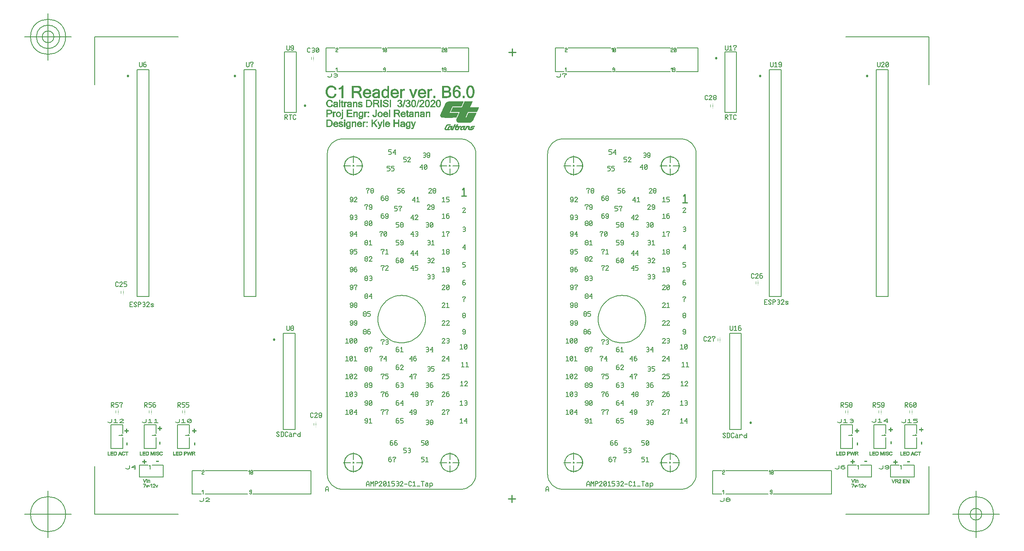
<source format=gbr>
G04 Generated by Ultiboard 14.1 *
%FSLAX24Y24*%
%MOIN*%

%ADD10C,0.0001*%
%ADD11C,0.0080*%
%ADD12C,0.0061*%
%ADD13C,0.0108*%
%ADD14C,0.0106*%
%ADD15C,0.0001*%
%ADD16C,0.0010*%
%ADD17C,0.0100*%
%ADD18C,0.0050*%
%ADD19C,0.02036*%


G04 ColorRGB FFFF00 for the following layer *
%LNSilkscreen Top*%
%LPD*%
G54D10*
G54D11*
X52506Y1032D02*
X52617Y973D01*
X52728Y973D01*
X52839Y1032D01*
X52839Y1270D01*
X53228Y973D02*
X53117Y973D01*
X53006Y1032D01*
X53006Y1092D01*
X53061Y1121D01*
X53006Y1151D01*
X53006Y1211D01*
X53117Y1270D01*
X53228Y1270D01*
X53339Y1211D01*
X53339Y1151D01*
X53283Y1121D01*
X53339Y1092D01*
X53339Y1032D01*
X53228Y973D01*
X53061Y1121D02*
X53283Y1121D01*
X61900Y1600D02*
X56983Y1600D01*
X52650Y1600D02*
X51900Y1600D01*
X52983Y1600D02*
X56567Y1600D01*
X52817Y1933D02*
X52733Y1850D01*
X52817Y1600D02*
X52817Y1933D01*
X56900Y1850D02*
X56900Y1857D01*
X56899Y1864D01*
X56897Y1872D01*
X56895Y1879D01*
X56892Y1885D01*
X56889Y1892D01*
X56885Y1898D01*
X56880Y1904D01*
X56876Y1909D01*
X56870Y1914D01*
X56864Y1918D01*
X56858Y1922D01*
X56852Y1926D01*
X56845Y1928D01*
X56838Y1930D01*
X56831Y1932D01*
X56824Y1933D01*
X56817Y1933D01*
X56809Y1933D01*
X56802Y1932D01*
X56795Y1930D01*
X56788Y1928D01*
X56781Y1926D01*
X56775Y1922D01*
X56769Y1918D01*
X56763Y1914D01*
X56758Y1909D01*
X56753Y1904D01*
X56748Y1898D01*
X56744Y1892D01*
X56741Y1885D01*
X56738Y1879D01*
X56736Y1872D01*
X56735Y1864D01*
X56734Y1857D01*
X56733Y1850D01*
X56734Y1843D01*
X56735Y1836D01*
X56736Y1828D01*
X56738Y1821D01*
X56741Y1815D01*
X56744Y1808D01*
X56748Y1802D01*
X56753Y1796D01*
X56758Y1791D01*
X56763Y1786D01*
X56769Y1782D01*
X56775Y1778D01*
X56781Y1774D01*
X56788Y1772D01*
X56795Y1770D01*
X56802Y1768D01*
X56809Y1767D01*
X56817Y1767D01*
X56824Y1767D01*
X56831Y1768D01*
X56838Y1770D01*
X56845Y1772D01*
X56852Y1774D01*
X56858Y1778D01*
X56864Y1782D01*
X56870Y1786D01*
X56876Y1791D01*
X56880Y1796D01*
X56885Y1802D01*
X56889Y1808D01*
X56892Y1815D01*
X56895Y1821D01*
X56897Y1828D01*
X56899Y1836D01*
X56900Y1843D01*
X56900Y1850D01*
X56900Y1850D01*
X56733Y1683D02*
X56734Y1676D01*
X56735Y1669D01*
X56736Y1662D01*
X56738Y1655D01*
X56741Y1648D01*
X56744Y1642D01*
X56748Y1636D01*
X56753Y1630D01*
X56758Y1624D01*
X56763Y1620D01*
X56769Y1615D01*
X56775Y1611D01*
X56781Y1608D01*
X56788Y1605D01*
X56795Y1603D01*
X56802Y1601D01*
X56809Y1600D01*
X56817Y1600D01*
X56824Y1600D01*
X56831Y1601D01*
X56838Y1603D01*
X56845Y1605D01*
X56852Y1608D01*
X56858Y1611D01*
X56864Y1615D01*
X56870Y1620D01*
X56876Y1624D01*
X56880Y1630D01*
X56885Y1636D01*
X56889Y1642D01*
X56892Y1648D01*
X56895Y1655D01*
X56897Y1662D01*
X56899Y1669D01*
X56900Y1676D01*
X56900Y1683D01*
X56900Y1683D01*
X56900Y1850D01*
X52817Y3433D02*
X52824Y3434D01*
X52831Y3435D01*
X52838Y3436D01*
X52845Y3438D01*
X52852Y3441D01*
X52858Y3444D01*
X52864Y3448D01*
X52870Y3453D01*
X52876Y3458D01*
X52880Y3463D01*
X52885Y3469D01*
X52889Y3475D01*
X52892Y3481D01*
X52895Y3488D01*
X52897Y3495D01*
X52899Y3502D01*
X52900Y3509D01*
X52900Y3517D01*
X52900Y3524D01*
X52899Y3531D01*
X52897Y3538D01*
X52895Y3545D01*
X52892Y3552D01*
X52889Y3558D01*
X52885Y3564D01*
X52880Y3570D01*
X52876Y3576D01*
X52870Y3580D01*
X52864Y3585D01*
X52858Y3589D01*
X52852Y3592D01*
X52845Y3595D01*
X52838Y3597D01*
X52831Y3599D01*
X52824Y3600D01*
X52817Y3600D01*
X52809Y3600D01*
X52802Y3599D01*
X52795Y3597D01*
X52788Y3595D01*
X52781Y3592D01*
X52775Y3589D01*
X52769Y3585D01*
X52763Y3580D01*
X52758Y3576D01*
X52753Y3570D01*
X52748Y3564D01*
X52744Y3558D01*
X52741Y3552D01*
X52738Y3545D01*
X52736Y3538D01*
X52735Y3531D01*
X52734Y3524D01*
X52733Y3517D01*
X52900Y3267D02*
X52733Y3267D01*
X52817Y3433D02*
X52809Y3433D01*
X52802Y3432D01*
X52795Y3430D01*
X52788Y3428D01*
X52781Y3426D01*
X52775Y3422D01*
X52769Y3418D01*
X52763Y3414D01*
X52758Y3409D01*
X52753Y3404D01*
X52748Y3398D01*
X52744Y3392D01*
X52741Y3385D01*
X52738Y3379D01*
X52736Y3372D01*
X52735Y3364D01*
X52734Y3357D01*
X52733Y3350D01*
X52733Y3267D02*
X52733Y3350D01*
X56983Y3517D02*
X56817Y3350D01*
X56817Y3343D01*
X56818Y3336D01*
X56820Y3328D01*
X56822Y3321D01*
X56824Y3315D01*
X56828Y3308D01*
X56832Y3302D01*
X56836Y3296D01*
X56841Y3291D01*
X56846Y3286D01*
X56852Y3282D01*
X56858Y3278D01*
X56865Y3274D01*
X56871Y3272D01*
X56878Y3270D01*
X56886Y3268D01*
X56893Y3267D01*
X56900Y3267D01*
X56907Y3267D01*
X56914Y3268D01*
X56922Y3270D01*
X56929Y3272D01*
X56935Y3274D01*
X56942Y3278D01*
X56948Y3282D01*
X56954Y3286D01*
X56959Y3291D01*
X56964Y3296D01*
X56968Y3302D01*
X56972Y3308D01*
X56976Y3315D01*
X56978Y3321D01*
X56980Y3328D01*
X56982Y3336D01*
X56983Y3343D01*
X56983Y3350D01*
X56983Y3517D02*
X56983Y3524D01*
X56982Y3531D01*
X56980Y3538D01*
X56978Y3545D01*
X56976Y3552D01*
X56972Y3558D01*
X56968Y3564D01*
X56964Y3570D01*
X56959Y3576D01*
X56954Y3580D01*
X56948Y3585D01*
X56942Y3589D01*
X56935Y3592D01*
X56929Y3595D01*
X56922Y3597D01*
X56914Y3599D01*
X56907Y3600D01*
X56900Y3600D01*
X56893Y3600D01*
X56886Y3599D01*
X56878Y3597D01*
X56871Y3595D01*
X56865Y3592D01*
X56858Y3589D01*
X56852Y3585D01*
X56846Y3580D01*
X56841Y3576D01*
X56836Y3570D01*
X56832Y3564D01*
X56828Y3558D01*
X56824Y3552D01*
X56822Y3545D01*
X56820Y3538D01*
X56818Y3531D01*
X56817Y3524D01*
X56817Y3517D01*
X56983Y3517D02*
X56983Y3350D01*
X56817Y3350D02*
X56817Y3517D01*
X56733Y3600D02*
X56650Y3517D01*
X56733Y3267D02*
X56733Y3600D01*
X52983Y3584D02*
X56567Y3584D01*
X51900Y3584D02*
X52650Y3584D01*
X61900Y3584D02*
X57067Y3584D01*
X51900Y1600D02*
X51900Y3584D01*
X61900Y3584D02*
X61900Y1600D01*
X8706Y1032D02*
X8817Y973D01*
X8928Y973D01*
X9039Y1032D01*
X9039Y1270D01*
X9206Y1211D02*
X9317Y1270D01*
X9428Y1270D01*
X9539Y1211D01*
X9539Y1181D01*
X9206Y973D01*
X9539Y973D01*
X9539Y1002D01*
X18100Y1600D02*
X13183Y1600D01*
X8850Y1600D02*
X8100Y1600D01*
X9183Y1600D02*
X12767Y1600D01*
X9017Y1933D02*
X8933Y1850D01*
X9017Y1600D02*
X9017Y1933D01*
X13100Y1850D02*
X13100Y1857D01*
X13099Y1864D01*
X13097Y1872D01*
X13095Y1879D01*
X13092Y1885D01*
X13089Y1892D01*
X13085Y1898D01*
X13080Y1904D01*
X13076Y1909D01*
X13070Y1914D01*
X13064Y1918D01*
X13058Y1922D01*
X13052Y1926D01*
X13045Y1928D01*
X13038Y1930D01*
X13031Y1932D01*
X13024Y1933D01*
X13017Y1933D01*
X13009Y1933D01*
X13002Y1932D01*
X12995Y1930D01*
X12988Y1928D01*
X12981Y1926D01*
X12975Y1922D01*
X12969Y1918D01*
X12963Y1914D01*
X12958Y1909D01*
X12953Y1904D01*
X12948Y1898D01*
X12944Y1892D01*
X12941Y1885D01*
X12938Y1879D01*
X12936Y1872D01*
X12935Y1864D01*
X12934Y1857D01*
X12933Y1850D01*
X12934Y1843D01*
X12935Y1836D01*
X12936Y1828D01*
X12938Y1821D01*
X12941Y1815D01*
X12944Y1808D01*
X12948Y1802D01*
X12953Y1796D01*
X12958Y1791D01*
X12963Y1786D01*
X12969Y1782D01*
X12975Y1778D01*
X12981Y1774D01*
X12988Y1772D01*
X12995Y1770D01*
X13002Y1768D01*
X13009Y1767D01*
X13017Y1767D01*
X13024Y1767D01*
X13031Y1768D01*
X13038Y1770D01*
X13045Y1772D01*
X13052Y1774D01*
X13058Y1778D01*
X13064Y1782D01*
X13070Y1786D01*
X13076Y1791D01*
X13080Y1796D01*
X13085Y1802D01*
X13089Y1808D01*
X13092Y1815D01*
X13095Y1821D01*
X13097Y1828D01*
X13099Y1836D01*
X13100Y1843D01*
X13100Y1850D01*
X13100Y1850D01*
X12933Y1683D02*
X12934Y1676D01*
X12935Y1669D01*
X12936Y1662D01*
X12938Y1655D01*
X12941Y1648D01*
X12944Y1642D01*
X12948Y1636D01*
X12953Y1630D01*
X12958Y1624D01*
X12963Y1620D01*
X12969Y1615D01*
X12975Y1611D01*
X12981Y1608D01*
X12988Y1605D01*
X12995Y1603D01*
X13002Y1601D01*
X13009Y1600D01*
X13017Y1600D01*
X13024Y1600D01*
X13031Y1601D01*
X13038Y1603D01*
X13045Y1605D01*
X13052Y1608D01*
X13058Y1611D01*
X13064Y1615D01*
X13070Y1620D01*
X13076Y1624D01*
X13080Y1630D01*
X13085Y1636D01*
X13089Y1642D01*
X13092Y1648D01*
X13095Y1655D01*
X13097Y1662D01*
X13099Y1669D01*
X13100Y1676D01*
X13100Y1683D01*
X13100Y1683D01*
X13100Y1850D01*
X9017Y3433D02*
X9024Y3434D01*
X9031Y3435D01*
X9038Y3436D01*
X9045Y3438D01*
X9052Y3441D01*
X9058Y3444D01*
X9064Y3448D01*
X9070Y3453D01*
X9076Y3458D01*
X9080Y3463D01*
X9085Y3469D01*
X9089Y3475D01*
X9092Y3481D01*
X9095Y3488D01*
X9097Y3495D01*
X9099Y3502D01*
X9100Y3509D01*
X9100Y3517D01*
X9100Y3524D01*
X9099Y3531D01*
X9097Y3538D01*
X9095Y3545D01*
X9092Y3552D01*
X9089Y3558D01*
X9085Y3564D01*
X9080Y3570D01*
X9076Y3576D01*
X9070Y3580D01*
X9064Y3585D01*
X9058Y3589D01*
X9052Y3592D01*
X9045Y3595D01*
X9038Y3597D01*
X9031Y3599D01*
X9024Y3600D01*
X9017Y3600D01*
X9009Y3600D01*
X9002Y3599D01*
X8995Y3597D01*
X8988Y3595D01*
X8981Y3592D01*
X8975Y3589D01*
X8969Y3585D01*
X8963Y3580D01*
X8958Y3576D01*
X8953Y3570D01*
X8948Y3564D01*
X8944Y3558D01*
X8941Y3552D01*
X8938Y3545D01*
X8936Y3538D01*
X8935Y3531D01*
X8934Y3524D01*
X8933Y3517D01*
X9100Y3267D02*
X8933Y3267D01*
X9017Y3433D02*
X9009Y3433D01*
X9002Y3432D01*
X8995Y3430D01*
X8988Y3428D01*
X8981Y3426D01*
X8975Y3422D01*
X8969Y3418D01*
X8963Y3414D01*
X8958Y3409D01*
X8953Y3404D01*
X8948Y3398D01*
X8944Y3392D01*
X8941Y3385D01*
X8938Y3379D01*
X8936Y3372D01*
X8935Y3364D01*
X8934Y3357D01*
X8933Y3350D01*
X8933Y3267D02*
X8933Y3350D01*
X13183Y3517D02*
X13017Y3350D01*
X13017Y3343D01*
X13018Y3336D01*
X13020Y3328D01*
X13022Y3321D01*
X13024Y3315D01*
X13028Y3308D01*
X13032Y3302D01*
X13036Y3296D01*
X13041Y3291D01*
X13046Y3286D01*
X13052Y3282D01*
X13058Y3278D01*
X13065Y3274D01*
X13071Y3272D01*
X13078Y3270D01*
X13086Y3268D01*
X13093Y3267D01*
X13100Y3267D01*
X13107Y3267D01*
X13114Y3268D01*
X13122Y3270D01*
X13129Y3272D01*
X13135Y3274D01*
X13142Y3278D01*
X13148Y3282D01*
X13154Y3286D01*
X13159Y3291D01*
X13164Y3296D01*
X13168Y3302D01*
X13172Y3308D01*
X13176Y3315D01*
X13178Y3321D01*
X13180Y3328D01*
X13182Y3336D01*
X13183Y3343D01*
X13183Y3350D01*
X13183Y3517D02*
X13183Y3524D01*
X13182Y3531D01*
X13180Y3538D01*
X13178Y3545D01*
X13176Y3552D01*
X13172Y3558D01*
X13168Y3564D01*
X13164Y3570D01*
X13159Y3576D01*
X13154Y3580D01*
X13148Y3585D01*
X13142Y3589D01*
X13135Y3592D01*
X13129Y3595D01*
X13122Y3597D01*
X13114Y3599D01*
X13107Y3600D01*
X13100Y3600D01*
X13093Y3600D01*
X13086Y3599D01*
X13078Y3597D01*
X13071Y3595D01*
X13065Y3592D01*
X13058Y3589D01*
X13052Y3585D01*
X13046Y3580D01*
X13041Y3576D01*
X13036Y3570D01*
X13032Y3564D01*
X13028Y3558D01*
X13024Y3552D01*
X13022Y3545D01*
X13020Y3538D01*
X13018Y3531D01*
X13017Y3524D01*
X13017Y3517D01*
X13183Y3517D02*
X13183Y3350D01*
X13017Y3350D02*
X13017Y3517D01*
X12933Y3600D02*
X12850Y3517D01*
X12933Y3267D02*
X12933Y3600D01*
X9183Y3584D02*
X12767Y3584D01*
X8100Y3584D02*
X8850Y3584D01*
X18100Y3584D02*
X13267Y3584D01*
X8100Y1600D02*
X8100Y3584D01*
X18100Y3584D02*
X18100Y1600D01*
X41299Y2267D02*
X41299Y2503D01*
X41378Y2661D01*
X41457Y2661D01*
X41535Y2503D01*
X41535Y2267D01*
X41299Y2385D02*
X41535Y2385D01*
X41654Y2267D02*
X41654Y2661D01*
X41772Y2464D01*
X41890Y2661D01*
X41890Y2267D01*
X42008Y2267D02*
X42008Y2661D01*
X42165Y2661D01*
X42244Y2582D01*
X42244Y2543D01*
X42165Y2464D01*
X42008Y2464D01*
X42362Y2582D02*
X42441Y2661D01*
X42520Y2661D01*
X42598Y2582D01*
X42598Y2543D01*
X42362Y2267D01*
X42598Y2267D01*
X42598Y2306D01*
X42717Y2582D02*
X42795Y2661D01*
X42874Y2661D01*
X42953Y2582D01*
X42953Y2346D01*
X42874Y2267D01*
X42795Y2267D01*
X42717Y2346D01*
X42717Y2582D01*
X42953Y2582D02*
X42717Y2346D01*
X43110Y2582D02*
X43189Y2661D01*
X43189Y2267D01*
X43071Y2267D02*
X43307Y2267D01*
X43661Y2661D02*
X43425Y2661D01*
X43425Y2503D01*
X43583Y2503D01*
X43661Y2424D01*
X43661Y2346D01*
X43583Y2267D01*
X43425Y2267D01*
X43819Y2621D02*
X43858Y2661D01*
X43937Y2661D01*
X44016Y2582D01*
X44016Y2503D01*
X43976Y2464D01*
X44016Y2424D01*
X44016Y2346D01*
X43937Y2267D01*
X43858Y2267D01*
X43819Y2306D01*
X43858Y2464D02*
X43976Y2464D01*
X44134Y2582D02*
X44213Y2661D01*
X44291Y2661D01*
X44370Y2582D01*
X44370Y2543D01*
X44134Y2267D01*
X44370Y2267D01*
X44370Y2306D01*
X44488Y2424D02*
X44724Y2424D01*
X45079Y2346D02*
X45000Y2267D01*
X44921Y2267D01*
X44843Y2346D01*
X44843Y2582D01*
X44921Y2661D01*
X45000Y2661D01*
X45079Y2582D01*
X45236Y2582D02*
X45315Y2661D01*
X45315Y2267D01*
X45197Y2267D02*
X45433Y2267D01*
X45551Y2267D02*
X45787Y2267D01*
X46024Y2267D02*
X46024Y2661D01*
X45906Y2661D02*
X46142Y2661D01*
X46299Y2543D02*
X46417Y2543D01*
X46457Y2503D01*
X46457Y2306D01*
X46417Y2267D01*
X46299Y2267D01*
X46260Y2306D01*
X46260Y2385D01*
X46299Y2424D01*
X46457Y2424D01*
X46457Y2306D02*
X46496Y2267D01*
X46614Y2346D02*
X46693Y2267D01*
X46772Y2267D01*
X46850Y2346D01*
X46850Y2464D01*
X46772Y2543D01*
X46693Y2543D01*
X46614Y2464D01*
X46614Y2149D02*
X46614Y2543D01*
X38000Y30250D02*
X38000Y3250D01*
G75*
D01*
G03X39250Y2000I1250J0*
G01*
X49250Y2000D01*
G75*
D01*
G03X50500Y3250I0J1250*
G01*
X50500Y30250D01*
G74*
D01*
G03X49250Y31500I1250J0*
G01*
X39250Y31500D01*
G75*
D01*
G03X38000Y30250I0J-1250*
G01*
X40933Y29249D02*
X40930Y29314D01*
X40922Y29378D01*
X40908Y29441D01*
X40888Y29503D01*
X40863Y29563D01*
X40833Y29620D01*
X40799Y29675D01*
X40759Y29726D01*
X40716Y29774D01*
X40668Y29817D01*
X40617Y29857D01*
X40562Y29892D01*
X40505Y29921D01*
X40445Y29946D01*
X40383Y29966D01*
X40320Y29980D01*
X40256Y29988D01*
X40191Y29991D01*
X40127Y29988D01*
X40062Y29980D01*
X39999Y29966D01*
X39938Y29946D01*
X39878Y29921D01*
X39820Y29892D01*
X39766Y29857D01*
X39714Y29817D01*
X39667Y29774D01*
X39623Y29726D01*
X39584Y29675D01*
X39549Y29620D01*
X39519Y29563D01*
X39494Y29503D01*
X39475Y29441D01*
X39461Y29378D01*
X39452Y29314D01*
X39450Y29249D01*
X39452Y29185D01*
X39461Y29120D01*
X39475Y29057D01*
X39494Y28996D01*
X39519Y28936D01*
X39549Y28878D01*
X39584Y28824D01*
X39623Y28772D01*
X39667Y28725D01*
X39714Y28681D01*
X39766Y28642D01*
X39820Y28607D01*
X39878Y28577D01*
X39938Y28552D01*
X39999Y28533D01*
X40062Y28519D01*
X40127Y28510D01*
X40191Y28508D01*
X40256Y28510D01*
X40320Y28519D01*
X40383Y28533D01*
X40445Y28552D01*
X40505Y28577D01*
X40562Y28607D01*
X40617Y28642D01*
X40668Y28681D01*
X40716Y28725D01*
X40759Y28772D01*
X40799Y28824D01*
X40833Y28878D01*
X40863Y28936D01*
X40888Y28996D01*
X40908Y29057D01*
X40922Y29120D01*
X40930Y29185D01*
X40933Y29249D01*
X40933Y29249D01*
X40950Y29249D02*
X40947Y29315D01*
X40938Y29381D01*
X40924Y29445D01*
X40904Y29509D01*
X40878Y29570D01*
X40848Y29628D01*
X40812Y29684D01*
X40772Y29737D01*
X40727Y29785D01*
X40679Y29830D01*
X40626Y29870D01*
X40570Y29906D01*
X40512Y29937D01*
X40451Y29962D01*
X40387Y29982D01*
X40323Y29996D01*
X40257Y30005D01*
X40191Y30008D01*
X40125Y30005D01*
X40060Y29996D01*
X39995Y29982D01*
X39932Y29962D01*
X39871Y29937D01*
X39812Y29906D01*
X39756Y29870D01*
X39704Y29830D01*
X39655Y29785D01*
X39610Y29737D01*
X39570Y29684D01*
X39534Y29628D01*
X39504Y29570D01*
X39479Y29509D01*
X39459Y29445D01*
X39444Y29381D01*
X39436Y29315D01*
X39433Y29249D01*
X39436Y29183D01*
X39444Y29118D01*
X39459Y29053D01*
X39479Y28990D01*
X39504Y28929D01*
X39534Y28870D01*
X39570Y28814D01*
X39610Y28762D01*
X39655Y28713D01*
X39704Y28668D01*
X39756Y28628D01*
X39812Y28592D01*
X39871Y28562D01*
X39932Y28537D01*
X39995Y28517D01*
X40060Y28502D01*
X40125Y28494D01*
X40191Y28491D01*
X40257Y28494D01*
X40323Y28502D01*
X40387Y28517D01*
X40451Y28537D01*
X40512Y28562D01*
X40570Y28592D01*
X40626Y28628D01*
X40679Y28668D01*
X40727Y28713D01*
X40772Y28762D01*
X40812Y28814D01*
X40848Y28870D01*
X40878Y28929D01*
X40904Y28990D01*
X40924Y29053D01*
X40938Y29118D01*
X40947Y29183D01*
X40950Y29249D01*
X40950Y29249D01*
X40191Y28999D02*
X40191Y28449D01*
X39341Y29249D02*
X39941Y29249D01*
X40191Y29499D02*
X40191Y30099D01*
X40441Y29249D02*
X40991Y29249D01*
X40141Y29199D02*
X40241Y29299D01*
X40141Y29299D02*
X40241Y29199D01*
X49054Y29249D02*
X49052Y29314D01*
X49043Y29378D01*
X49029Y29441D01*
X49010Y29503D01*
X48985Y29563D01*
X48955Y29620D01*
X48920Y29675D01*
X48881Y29726D01*
X48837Y29774D01*
X48789Y29818D01*
X48738Y29857D01*
X48684Y29892D01*
X48626Y29922D01*
X48566Y29946D01*
X48505Y29966D01*
X48442Y29980D01*
X48377Y29988D01*
X48313Y29991D01*
X48248Y29988D01*
X48184Y29980D01*
X48121Y29966D01*
X48059Y29946D01*
X47999Y29922D01*
X47942Y29892D01*
X47887Y29857D01*
X47836Y29818D01*
X47788Y29774D01*
X47745Y29726D01*
X47705Y29675D01*
X47670Y29620D01*
X47641Y29563D01*
X47616Y29503D01*
X47596Y29441D01*
X47582Y29378D01*
X47574Y29314D01*
X47571Y29249D01*
X47574Y29185D01*
X47582Y29121D01*
X47596Y29057D01*
X47616Y28996D01*
X47641Y28936D01*
X47670Y28879D01*
X47705Y28824D01*
X47745Y28773D01*
X47788Y28725D01*
X47836Y28681D01*
X47887Y28642D01*
X47942Y28607D01*
X47999Y28577D01*
X48059Y28552D01*
X48121Y28533D01*
X48184Y28519D01*
X48248Y28511D01*
X48313Y28508D01*
X48377Y28511D01*
X48442Y28519D01*
X48505Y28533D01*
X48566Y28552D01*
X48626Y28577D01*
X48684Y28607D01*
X48738Y28642D01*
X48789Y28681D01*
X48837Y28725D01*
X48881Y28773D01*
X48920Y28824D01*
X48955Y28879D01*
X48985Y28936D01*
X49010Y28996D01*
X49029Y29057D01*
X49043Y29121D01*
X49052Y29185D01*
X49054Y29249D01*
X49054Y29249D01*
X49071Y29249D02*
X49068Y29315D01*
X49060Y29381D01*
X49045Y29446D01*
X49025Y29509D01*
X49000Y29570D01*
X48969Y29629D01*
X48934Y29684D01*
X48894Y29737D01*
X48849Y29786D01*
X48800Y29830D01*
X48748Y29871D01*
X48692Y29906D01*
X48633Y29937D01*
X48572Y29962D01*
X48509Y29982D01*
X48444Y29996D01*
X48379Y30005D01*
X48313Y30008D01*
X48247Y30005D01*
X48181Y29996D01*
X48116Y29982D01*
X48053Y29962D01*
X47992Y29937D01*
X47934Y29906D01*
X47878Y29871D01*
X47825Y29830D01*
X47777Y29786D01*
X47732Y29737D01*
X47692Y29684D01*
X47656Y29629D01*
X47625Y29570D01*
X47600Y29509D01*
X47580Y29446D01*
X47566Y29381D01*
X47557Y29315D01*
X47554Y29249D01*
X47557Y29183D01*
X47566Y29118D01*
X47580Y29053D01*
X47600Y28990D01*
X47625Y28929D01*
X47656Y28870D01*
X47692Y28814D01*
X47732Y28762D01*
X47777Y28713D01*
X47825Y28668D01*
X47878Y28628D01*
X47934Y28593D01*
X47992Y28562D01*
X48053Y28537D01*
X48116Y28517D01*
X48181Y28503D01*
X48247Y28494D01*
X48313Y28491D01*
X48379Y28494D01*
X48444Y28503D01*
X48509Y28517D01*
X48572Y28537D01*
X48633Y28562D01*
X48692Y28593D01*
X48748Y28628D01*
X48800Y28668D01*
X48849Y28713D01*
X48894Y28762D01*
X48934Y28814D01*
X48969Y28870D01*
X49000Y28929D01*
X49025Y28990D01*
X49045Y29053D01*
X49060Y29118D01*
X49068Y29183D01*
X49071Y29249D01*
X49071Y29249D01*
X48313Y28999D02*
X48313Y28449D01*
X47463Y29249D02*
X48063Y29249D01*
X48563Y29249D02*
X49113Y29249D01*
X48263Y29199D02*
X48363Y29299D01*
X48263Y29299D02*
X48363Y29199D01*
X48313Y29499D02*
X48313Y30099D01*
X40934Y4250D02*
X40932Y4314D01*
X40923Y4379D01*
X40909Y4442D01*
X40890Y4503D01*
X40865Y4563D01*
X40835Y4621D01*
X40800Y4675D01*
X40761Y4726D01*
X40717Y4774D01*
X40669Y4818D01*
X40618Y4857D01*
X40564Y4892D01*
X40506Y4922D01*
X40446Y4947D01*
X40385Y4966D01*
X40322Y4980D01*
X40257Y4989D01*
X40193Y4991D01*
X40128Y4989D01*
X40064Y4980D01*
X40001Y4966D01*
X39939Y4947D01*
X39879Y4922D01*
X39822Y4892D01*
X39767Y4857D01*
X39716Y4818D01*
X39668Y4774D01*
X39625Y4726D01*
X39585Y4675D01*
X39550Y4621D01*
X39521Y4563D01*
X39496Y4503D01*
X39476Y4442D01*
X39462Y4379D01*
X39454Y4314D01*
X39451Y4250D01*
X39454Y4185D01*
X39462Y4121D01*
X39476Y4058D01*
X39496Y3996D01*
X39521Y3936D01*
X39550Y3879D01*
X39585Y3824D01*
X39625Y3773D01*
X39668Y3725D01*
X39716Y3682D01*
X39767Y3642D01*
X39822Y3607D01*
X39879Y3578D01*
X39939Y3553D01*
X40001Y3533D01*
X40064Y3519D01*
X40128Y3511D01*
X40193Y3508D01*
X40257Y3511D01*
X40322Y3519D01*
X40385Y3533D01*
X40446Y3553D01*
X40506Y3578D01*
X40564Y3607D01*
X40618Y3642D01*
X40669Y3682D01*
X40717Y3725D01*
X40761Y3773D01*
X40800Y3824D01*
X40835Y3879D01*
X40865Y3936D01*
X40890Y3996D01*
X40909Y4058D01*
X40923Y4121D01*
X40932Y4185D01*
X40934Y4250D01*
X40934Y4250D01*
X40951Y4250D02*
X40948Y4316D01*
X40940Y4381D01*
X40925Y4446D01*
X40905Y4509D01*
X40880Y4570D01*
X40849Y4629D01*
X40814Y4685D01*
X40774Y4737D01*
X40729Y4786D01*
X40680Y4831D01*
X40628Y4871D01*
X40572Y4906D01*
X40513Y4937D01*
X40452Y4962D01*
X40389Y4982D01*
X40324Y4997D01*
X40259Y5005D01*
X40193Y5008D01*
X40127Y5005D01*
X40061Y4997D01*
X39996Y4982D01*
X39933Y4962D01*
X39872Y4937D01*
X39814Y4906D01*
X39758Y4871D01*
X39705Y4831D01*
X39657Y4786D01*
X39612Y4737D01*
X39572Y4685D01*
X39536Y4629D01*
X39505Y4570D01*
X39480Y4509D01*
X39460Y4446D01*
X39446Y4381D01*
X39437Y4316D01*
X39434Y4250D01*
X39437Y4184D01*
X39446Y4118D01*
X39460Y4053D01*
X39480Y3990D01*
X39505Y3929D01*
X39536Y3871D01*
X39572Y3815D01*
X39612Y3762D01*
X39657Y3714D01*
X39705Y3669D01*
X39758Y3629D01*
X39814Y3593D01*
X39872Y3562D01*
X39933Y3537D01*
X39996Y3517D01*
X40061Y3503D01*
X40127Y3494D01*
X40193Y3491D01*
X40259Y3494D01*
X40324Y3503D01*
X40389Y3517D01*
X40452Y3537D01*
X40513Y3562D01*
X40572Y3593D01*
X40628Y3629D01*
X40680Y3669D01*
X40729Y3714D01*
X40774Y3762D01*
X40814Y3815D01*
X40849Y3871D01*
X40880Y3929D01*
X40905Y3990D01*
X40925Y4053D01*
X40940Y4118D01*
X40948Y4184D01*
X40951Y4250D01*
X40143Y4200D02*
X40243Y4300D01*
X40143Y4300D02*
X40243Y4200D01*
X40193Y4000D02*
X40193Y3450D01*
X39343Y4250D02*
X39943Y4250D01*
X40193Y4500D02*
X40193Y5100D01*
X40443Y4250D02*
X40993Y4250D01*
X49050Y4247D02*
X49047Y4312D01*
X49039Y4376D01*
X49025Y4439D01*
X49005Y4501D01*
X48980Y4560D01*
X48951Y4618D01*
X48916Y4672D01*
X48876Y4724D01*
X48833Y4771D01*
X48785Y4815D01*
X48734Y4855D01*
X48679Y4889D01*
X48622Y4919D01*
X48562Y4944D01*
X48500Y4963D01*
X48437Y4977D01*
X48373Y4986D01*
X48308Y4989D01*
X48244Y4986D01*
X48179Y4977D01*
X48116Y4963D01*
X48055Y4944D01*
X47995Y4919D01*
X47937Y4889D01*
X47883Y4855D01*
X47832Y4815D01*
X47784Y4771D01*
X47740Y4724D01*
X47701Y4672D01*
X47666Y4618D01*
X47636Y4560D01*
X47611Y4501D01*
X47592Y4439D01*
X47578Y4376D01*
X47569Y4312D01*
X47567Y4247D01*
X47569Y4182D01*
X47578Y4118D01*
X47592Y4055D01*
X47611Y3993D01*
X47636Y3934D01*
X47666Y3876D01*
X47701Y3822D01*
X47740Y3770D01*
X47784Y3723D01*
X47832Y3679D01*
X47883Y3639D01*
X47937Y3605D01*
X47995Y3575D01*
X48055Y3550D01*
X48116Y3531D01*
X48179Y3517D01*
X48244Y3508D01*
X48308Y3505D01*
X48373Y3508D01*
X48437Y3517D01*
X48500Y3531D01*
X48562Y3550D01*
X48622Y3575D01*
X48679Y3605D01*
X48734Y3639D01*
X48785Y3679D01*
X48833Y3723D01*
X48876Y3770D01*
X48916Y3822D01*
X48951Y3876D01*
X48980Y3934D01*
X49005Y3993D01*
X49025Y4055D01*
X49039Y4118D01*
X49047Y4182D01*
X49050Y4247D01*
X49050Y4247D01*
X49067Y4247D02*
X49064Y4313D01*
X49055Y4379D01*
X49041Y4443D01*
X49021Y4506D01*
X48996Y4568D01*
X48965Y4626D01*
X48929Y4682D01*
X48889Y4734D01*
X48844Y4783D01*
X48796Y4828D01*
X48743Y4868D01*
X48687Y4904D01*
X48629Y4934D01*
X48568Y4960D01*
X48505Y4980D01*
X48440Y4994D01*
X48374Y5002D01*
X48308Y5005D01*
X48242Y5002D01*
X48177Y4994D01*
X48112Y4980D01*
X48049Y4960D01*
X47988Y4934D01*
X47929Y4904D01*
X47873Y4868D01*
X47821Y4828D01*
X47772Y4783D01*
X47727Y4734D01*
X47687Y4682D01*
X47652Y4626D01*
X47621Y4568D01*
X47596Y4506D01*
X47576Y4443D01*
X47561Y4379D01*
X47553Y4313D01*
X47550Y4247D01*
X47553Y4181D01*
X47561Y4115D01*
X47576Y4051D01*
X47596Y3988D01*
X47621Y3927D01*
X47652Y3868D01*
X47687Y3812D01*
X47727Y3760D01*
X47772Y3711D01*
X47821Y3666D01*
X47873Y3626D01*
X47929Y3590D01*
X47988Y3560D01*
X48049Y3534D01*
X48112Y3515D01*
X48177Y3500D01*
X48242Y3492D01*
X48308Y3489D01*
X48374Y3492D01*
X48440Y3500D01*
X48505Y3515D01*
X48568Y3534D01*
X48629Y3560D01*
X48687Y3590D01*
X48743Y3626D01*
X48796Y3666D01*
X48844Y3711D01*
X48889Y3760D01*
X48929Y3812D01*
X48965Y3868D01*
X48996Y3927D01*
X49021Y3988D01*
X49041Y4051D01*
X49055Y4115D01*
X49064Y4181D01*
X49067Y4247D01*
X48308Y3997D02*
X48308Y3447D01*
X47458Y4247D02*
X48058Y4247D01*
X48258Y4197D02*
X48358Y4297D01*
X48258Y4297D02*
X48358Y4197D01*
X48308Y4497D02*
X48308Y5097D01*
X48558Y4247D02*
X49108Y4247D01*
X46255Y16325D02*
X46247Y16499D01*
X46225Y16672D01*
X46187Y16843D01*
X46134Y17009D01*
X46068Y17170D01*
X45987Y17325D01*
X45893Y17472D01*
X45787Y17611D01*
X45669Y17739D01*
X45541Y17857D01*
X45402Y17963D01*
X45255Y18057D01*
X45100Y18138D01*
X44939Y18204D01*
X44773Y18257D01*
X44602Y18295D01*
X44429Y18317D01*
X44255Y18325D01*
X44081Y18317D01*
X43908Y18295D01*
X43737Y18257D01*
X43571Y18204D01*
X43410Y18138D01*
X43255Y18057D01*
X43108Y17963D01*
X42969Y17857D01*
X42841Y17739D01*
X42723Y17611D01*
X42617Y17472D01*
X42523Y17325D01*
X42442Y17170D01*
X42376Y17009D01*
X42323Y16843D01*
X42285Y16672D01*
X42263Y16499D01*
X42255Y16325D01*
X42263Y16151D01*
X42285Y15978D01*
X42323Y15807D01*
X42376Y15641D01*
X42442Y15480D01*
X42523Y15325D01*
X42617Y15178D01*
X42723Y15039D01*
X42841Y14911D01*
X42969Y14793D01*
X43108Y14687D01*
X43255Y14593D01*
X43410Y14512D01*
X43571Y14446D01*
X43737Y14393D01*
X43908Y14355D01*
X44081Y14333D01*
X44255Y14325D01*
X44429Y14333D01*
X44602Y14355D01*
X44773Y14393D01*
X44939Y14446D01*
X45100Y14512D01*
X45255Y14593D01*
X45402Y14687D01*
X45541Y14793D01*
X45669Y14911D01*
X45787Y15039D01*
X45893Y15178D01*
X45987Y15325D01*
X46068Y15480D01*
X46134Y15641D01*
X46187Y15807D01*
X46225Y15978D01*
X46247Y16151D01*
X46255Y16325D01*
X46255Y16325D01*
X49379Y15146D02*
X49458Y15067D01*
X49537Y15067D01*
X49616Y15146D01*
X49616Y15303D01*
X49616Y15382D01*
X49537Y15461D01*
X49458Y15461D01*
X49379Y15382D01*
X49379Y15303D01*
X49458Y15224D01*
X49537Y15224D01*
X49616Y15303D01*
X47664Y14632D02*
X47743Y14711D01*
X47822Y14711D01*
X47901Y14632D01*
X47901Y14593D01*
X47664Y14317D01*
X47901Y14317D01*
X47901Y14356D01*
X48058Y14671D02*
X48097Y14711D01*
X48176Y14711D01*
X48255Y14632D01*
X48255Y14553D01*
X48216Y14514D01*
X48255Y14474D01*
X48255Y14396D01*
X48176Y14317D01*
X48097Y14317D01*
X48058Y14356D01*
X48097Y14514D02*
X48216Y14514D01*
X47664Y8632D02*
X47743Y8711D01*
X47822Y8711D01*
X47901Y8632D01*
X47901Y8593D01*
X47664Y8317D01*
X47901Y8317D01*
X47901Y8356D01*
X48137Y8317D02*
X48137Y8514D01*
X48255Y8632D01*
X48255Y8711D01*
X48019Y8711D01*
X48019Y8632D01*
X49204Y7882D02*
X49282Y7961D01*
X49282Y7567D01*
X49164Y7567D02*
X49401Y7567D01*
X49755Y7724D02*
X49519Y7724D01*
X49716Y7961D01*
X49716Y7567D01*
X49676Y7567D02*
X49755Y7567D01*
X47664Y10132D02*
X47743Y10211D01*
X47822Y10211D01*
X47901Y10132D01*
X47901Y10093D01*
X47664Y9817D01*
X47901Y9817D01*
X47901Y9856D01*
X48216Y10211D02*
X48097Y10211D01*
X48019Y10132D01*
X48019Y9974D01*
X48019Y9896D01*
X48097Y9817D01*
X48176Y9817D01*
X48255Y9896D01*
X48255Y9974D01*
X48176Y10053D01*
X48097Y10053D01*
X48019Y9974D01*
X46329Y13921D02*
X46368Y13961D01*
X46447Y13961D01*
X46526Y13882D01*
X46526Y13803D01*
X46486Y13764D01*
X46526Y13724D01*
X46526Y13646D01*
X46447Y13567D01*
X46368Y13567D01*
X46329Y13606D01*
X46368Y13764D02*
X46486Y13764D01*
X46880Y13724D02*
X46644Y13724D01*
X46841Y13961D01*
X46841Y13567D01*
X46801Y13567D02*
X46880Y13567D01*
X49204Y14132D02*
X49282Y14211D01*
X49282Y13817D01*
X49164Y13817D02*
X49401Y13817D01*
X49519Y14132D02*
X49597Y14211D01*
X49676Y14211D01*
X49755Y14132D01*
X49755Y13896D01*
X49676Y13817D01*
X49597Y13817D01*
X49519Y13896D01*
X49519Y14132D01*
X49755Y14132D02*
X49519Y13896D01*
X49576Y19586D02*
X49458Y19586D01*
X49379Y19507D01*
X49379Y19349D01*
X49379Y19271D01*
X49458Y19192D01*
X49537Y19192D01*
X49616Y19271D01*
X49616Y19349D01*
X49537Y19428D01*
X49458Y19428D01*
X49379Y19349D01*
X49379Y25632D02*
X49458Y25711D01*
X49537Y25711D01*
X49616Y25632D01*
X49616Y25593D01*
X49379Y25317D01*
X49616Y25317D01*
X49616Y25356D01*
X45151Y8474D02*
X44914Y8474D01*
X45111Y8711D01*
X45111Y8317D01*
X45072Y8317D02*
X45151Y8317D01*
X45269Y8396D02*
X45347Y8317D01*
X45426Y8317D01*
X45505Y8396D01*
X45505Y8553D01*
X45505Y8632D01*
X45426Y8711D01*
X45347Y8711D01*
X45269Y8632D01*
X45269Y8553D01*
X45347Y8474D01*
X45426Y8474D01*
X45505Y8553D01*
X46151Y6086D02*
X45914Y6086D01*
X45914Y5928D01*
X46072Y5928D01*
X46151Y5849D01*
X46151Y5771D01*
X46072Y5692D01*
X45914Y5692D01*
X46269Y6007D02*
X46347Y6086D01*
X46426Y6086D01*
X46505Y6007D01*
X46505Y5771D01*
X46426Y5692D01*
X46347Y5692D01*
X46269Y5771D01*
X46269Y6007D01*
X46505Y6007D02*
X46269Y5771D01*
X46151Y4711D02*
X45914Y4711D01*
X45914Y4553D01*
X46072Y4553D01*
X46151Y4474D01*
X46151Y4396D01*
X46072Y4317D01*
X45914Y4317D01*
X46308Y4632D02*
X46387Y4711D01*
X46387Y4317D01*
X46269Y4317D02*
X46505Y4317D01*
X45151Y11474D02*
X44914Y11474D01*
X45111Y11711D01*
X45111Y11317D01*
X45072Y11317D02*
X45151Y11317D01*
X45387Y11317D02*
X45387Y11514D01*
X45505Y11632D01*
X45505Y11711D01*
X45269Y11711D01*
X45269Y11632D01*
X45276Y9974D02*
X45039Y9974D01*
X45236Y10211D01*
X45236Y9817D01*
X45197Y9817D02*
X45276Y9817D01*
X45551Y9817D02*
X45472Y9817D01*
X45394Y9896D01*
X45394Y9974D01*
X45433Y10014D01*
X45394Y10053D01*
X45394Y10132D01*
X45472Y10211D01*
X45551Y10211D01*
X45630Y10132D01*
X45630Y10053D01*
X45591Y10014D01*
X45630Y9974D01*
X45630Y9896D01*
X45551Y9817D01*
X45433Y10014D02*
X45591Y10014D01*
X45151Y12974D02*
X44914Y12974D01*
X45111Y13211D01*
X45111Y12817D01*
X45072Y12817D02*
X45151Y12817D01*
X45466Y13211D02*
X45347Y13211D01*
X45269Y13132D01*
X45269Y12974D01*
X45269Y12896D01*
X45347Y12817D01*
X45426Y12817D01*
X45505Y12896D01*
X45505Y12974D01*
X45426Y13053D01*
X45347Y13053D01*
X45269Y12974D01*
X44651Y29961D02*
X44414Y29961D01*
X44414Y29803D01*
X44572Y29803D01*
X44651Y29724D01*
X44651Y29646D01*
X44572Y29567D01*
X44414Y29567D01*
X44769Y29882D02*
X44847Y29961D01*
X44926Y29961D01*
X45005Y29882D01*
X45005Y29843D01*
X44769Y29567D01*
X45005Y29567D01*
X45005Y29606D01*
X46079Y30296D02*
X46118Y30336D01*
X46197Y30336D01*
X46276Y30257D01*
X46276Y30178D01*
X46236Y30139D01*
X46276Y30099D01*
X46276Y30021D01*
X46197Y29942D01*
X46118Y29942D01*
X46079Y29981D01*
X46118Y30139D02*
X46236Y30139D01*
X46394Y30021D02*
X46472Y29942D01*
X46551Y29942D01*
X46630Y30021D01*
X46630Y30178D01*
X46630Y30257D01*
X46551Y30336D01*
X46472Y30336D01*
X46394Y30257D01*
X46394Y30178D01*
X46472Y30099D01*
X46551Y30099D01*
X46630Y30178D01*
X46026Y29099D02*
X45789Y29099D01*
X45986Y29336D01*
X45986Y28942D01*
X45947Y28942D02*
X46026Y28942D01*
X46144Y29257D02*
X46222Y29336D01*
X46301Y29336D01*
X46380Y29257D01*
X46380Y29021D01*
X46301Y28942D01*
X46222Y28942D01*
X46144Y29021D01*
X46144Y29257D01*
X46380Y29257D02*
X46144Y29021D01*
X43986Y13961D02*
X43868Y13961D01*
X43789Y13882D01*
X43789Y13724D01*
X43789Y13646D01*
X43868Y13567D01*
X43947Y13567D01*
X44026Y13646D01*
X44026Y13724D01*
X43947Y13803D01*
X43868Y13803D01*
X43789Y13724D01*
X44183Y13882D02*
X44262Y13961D01*
X44262Y13567D01*
X44144Y13567D02*
X44380Y13567D01*
X43986Y12461D02*
X43868Y12461D01*
X43789Y12382D01*
X43789Y12224D01*
X43789Y12146D01*
X43868Y12067D01*
X43947Y12067D01*
X44026Y12146D01*
X44026Y12224D01*
X43947Y12303D01*
X43868Y12303D01*
X43789Y12224D01*
X44144Y12382D02*
X44222Y12461D01*
X44301Y12461D01*
X44380Y12382D01*
X44380Y12343D01*
X44144Y12067D01*
X44380Y12067D01*
X44380Y12106D01*
X44651Y5461D02*
X44414Y5461D01*
X44414Y5303D01*
X44572Y5303D01*
X44651Y5224D01*
X44651Y5146D01*
X44572Y5067D01*
X44414Y5067D01*
X44808Y5421D02*
X44847Y5461D01*
X44926Y5461D01*
X45005Y5382D01*
X45005Y5303D01*
X44966Y5264D01*
X45005Y5224D01*
X45005Y5146D01*
X44926Y5067D01*
X44847Y5067D01*
X44808Y5106D01*
X44847Y5264D02*
X44966Y5264D01*
X43401Y30586D02*
X43164Y30586D01*
X43164Y30428D01*
X43322Y30428D01*
X43401Y30349D01*
X43401Y30271D01*
X43322Y30192D01*
X43164Y30192D01*
X43755Y30349D02*
X43519Y30349D01*
X43716Y30586D01*
X43716Y30192D01*
X43676Y30192D02*
X43755Y30192D01*
X43276Y29211D02*
X43039Y29211D01*
X43039Y29053D01*
X43197Y29053D01*
X43276Y28974D01*
X43276Y28896D01*
X43197Y28817D01*
X43039Y28817D01*
X43630Y29211D02*
X43394Y29211D01*
X43394Y29053D01*
X43551Y29053D01*
X43630Y28974D01*
X43630Y28896D01*
X43551Y28817D01*
X43394Y28817D01*
X39579Y8632D02*
X39657Y8711D01*
X39657Y8317D01*
X39539Y8317D02*
X39776Y8317D01*
X39894Y8632D02*
X39972Y8711D01*
X40051Y8711D01*
X40130Y8632D01*
X40130Y8396D01*
X40051Y8317D01*
X39972Y8317D01*
X39894Y8396D01*
X39894Y8632D01*
X40130Y8632D02*
X39894Y8396D01*
X40484Y8474D02*
X40248Y8474D01*
X40445Y8711D01*
X40445Y8317D01*
X40406Y8317D02*
X40484Y8317D01*
X43361Y4711D02*
X43243Y4711D01*
X43164Y4632D01*
X43164Y4474D01*
X43164Y4396D01*
X43243Y4317D01*
X43322Y4317D01*
X43401Y4396D01*
X43401Y4474D01*
X43322Y4553D01*
X43243Y4553D01*
X43164Y4474D01*
X43637Y4317D02*
X43637Y4514D01*
X43755Y4632D01*
X43755Y4711D01*
X43519Y4711D01*
X43519Y4632D01*
X39579Y14632D02*
X39657Y14711D01*
X39657Y14317D01*
X39539Y14317D02*
X39776Y14317D01*
X39894Y14632D02*
X39972Y14711D01*
X40051Y14711D01*
X40130Y14632D01*
X40130Y14396D01*
X40051Y14317D01*
X39972Y14317D01*
X39894Y14396D01*
X39894Y14632D01*
X40130Y14632D02*
X39894Y14396D01*
X40248Y14632D02*
X40327Y14711D01*
X40406Y14711D01*
X40484Y14632D01*
X40484Y14396D01*
X40406Y14317D01*
X40327Y14317D01*
X40248Y14396D01*
X40248Y14632D01*
X40484Y14632D02*
X40248Y14396D01*
X39579Y11632D02*
X39657Y11711D01*
X39657Y11317D01*
X39539Y11317D02*
X39776Y11317D01*
X39894Y11632D02*
X39972Y11711D01*
X40051Y11711D01*
X40130Y11632D01*
X40130Y11396D01*
X40051Y11317D01*
X39972Y11317D01*
X39894Y11396D01*
X39894Y11632D01*
X40130Y11632D02*
X39894Y11396D01*
X40248Y11632D02*
X40327Y11711D01*
X40406Y11711D01*
X40484Y11632D01*
X40484Y11593D01*
X40248Y11317D01*
X40484Y11317D01*
X40484Y11356D01*
X39579Y10132D02*
X39657Y10211D01*
X39657Y9817D01*
X39539Y9817D02*
X39776Y9817D01*
X39894Y10132D02*
X39972Y10211D01*
X40051Y10211D01*
X40130Y10132D01*
X40130Y9896D01*
X40051Y9817D01*
X39972Y9817D01*
X39894Y9896D01*
X39894Y10132D01*
X40130Y10132D02*
X39894Y9896D01*
X40287Y10171D02*
X40327Y10211D01*
X40406Y10211D01*
X40484Y10132D01*
X40484Y10053D01*
X40445Y10014D01*
X40484Y9974D01*
X40484Y9896D01*
X40406Y9817D01*
X40327Y9817D01*
X40287Y9856D01*
X40327Y10014D02*
X40445Y10014D01*
X39579Y13132D02*
X39657Y13211D01*
X39657Y12817D01*
X39539Y12817D02*
X39776Y12817D01*
X39894Y13132D02*
X39972Y13211D01*
X40051Y13211D01*
X40130Y13132D01*
X40130Y12896D01*
X40051Y12817D01*
X39972Y12817D01*
X39894Y12896D01*
X39894Y13132D01*
X40130Y13132D02*
X39894Y12896D01*
X40287Y13132D02*
X40366Y13211D01*
X40366Y12817D01*
X40248Y12817D02*
X40484Y12817D01*
X39914Y17396D02*
X39993Y17317D01*
X40072Y17317D01*
X40151Y17396D01*
X40151Y17553D01*
X40151Y17632D01*
X40072Y17711D01*
X39993Y17711D01*
X39914Y17632D01*
X39914Y17553D01*
X39993Y17474D01*
X40072Y17474D01*
X40151Y17553D01*
X40426Y17317D02*
X40347Y17317D01*
X40269Y17396D01*
X40269Y17474D01*
X40308Y17514D01*
X40269Y17553D01*
X40269Y17632D01*
X40347Y17711D01*
X40426Y17711D01*
X40505Y17632D01*
X40505Y17553D01*
X40466Y17514D01*
X40505Y17474D01*
X40505Y17396D01*
X40426Y17317D01*
X40308Y17514D02*
X40466Y17514D01*
X39914Y15896D02*
X39993Y15817D01*
X40072Y15817D01*
X40151Y15896D01*
X40151Y16053D01*
X40151Y16132D01*
X40072Y16211D01*
X39993Y16211D01*
X39914Y16132D01*
X39914Y16053D01*
X39993Y15974D01*
X40072Y15974D01*
X40151Y16053D01*
X40269Y15896D02*
X40347Y15817D01*
X40426Y15817D01*
X40505Y15896D01*
X40505Y16053D01*
X40505Y16132D01*
X40426Y16211D01*
X40347Y16211D01*
X40269Y16132D01*
X40269Y16053D01*
X40347Y15974D01*
X40426Y15974D01*
X40505Y16053D01*
X39914Y18896D02*
X39993Y18817D01*
X40072Y18817D01*
X40151Y18896D01*
X40151Y19053D01*
X40151Y19132D01*
X40072Y19211D01*
X39993Y19211D01*
X39914Y19132D01*
X39914Y19053D01*
X39993Y18974D01*
X40072Y18974D01*
X40151Y19053D01*
X40387Y18817D02*
X40387Y19014D01*
X40505Y19132D01*
X40505Y19211D01*
X40269Y19211D01*
X40269Y19132D01*
X39914Y20396D02*
X39993Y20317D01*
X40072Y20317D01*
X40151Y20396D01*
X40151Y20553D01*
X40151Y20632D01*
X40072Y20711D01*
X39993Y20711D01*
X39914Y20632D01*
X39914Y20553D01*
X39993Y20474D01*
X40072Y20474D01*
X40151Y20553D01*
X40466Y20711D02*
X40347Y20711D01*
X40269Y20632D01*
X40269Y20474D01*
X40269Y20396D01*
X40347Y20317D01*
X40426Y20317D01*
X40505Y20396D01*
X40505Y20474D01*
X40426Y20553D01*
X40347Y20553D01*
X40269Y20474D01*
X45276Y20599D02*
X45039Y20599D01*
X45236Y20836D01*
X45236Y20442D01*
X45197Y20442D02*
X45276Y20442D01*
X45630Y20836D02*
X45394Y20836D01*
X45394Y20678D01*
X45551Y20678D01*
X45630Y20599D01*
X45630Y20521D01*
X45551Y20442D01*
X45394Y20442D01*
X47704Y20632D02*
X47782Y20711D01*
X47782Y20317D01*
X47664Y20317D02*
X47901Y20317D01*
X48019Y20396D02*
X48097Y20317D01*
X48176Y20317D01*
X48255Y20396D01*
X48255Y20553D01*
X48255Y20632D01*
X48176Y20711D01*
X48097Y20711D01*
X48019Y20632D01*
X48019Y20553D01*
X48097Y20474D01*
X48176Y20474D01*
X48255Y20553D01*
X41322Y21192D02*
X41243Y21192D01*
X41164Y21271D01*
X41164Y21349D01*
X41204Y21389D01*
X41164Y21428D01*
X41164Y21507D01*
X41243Y21586D01*
X41322Y21586D01*
X41401Y21507D01*
X41401Y21428D01*
X41361Y21389D01*
X41401Y21349D01*
X41401Y21271D01*
X41322Y21192D01*
X41204Y21389D02*
X41361Y21389D01*
X41519Y21507D02*
X41597Y21586D01*
X41676Y21586D01*
X41755Y21507D01*
X41755Y21468D01*
X41519Y21192D01*
X41755Y21192D01*
X41755Y21231D01*
X43986Y21461D02*
X43868Y21461D01*
X43789Y21382D01*
X43789Y21224D01*
X43789Y21146D01*
X43868Y21067D01*
X43947Y21067D01*
X44026Y21146D01*
X44026Y21224D01*
X43947Y21303D01*
X43868Y21303D01*
X43789Y21224D01*
X44144Y21382D02*
X44222Y21461D01*
X44301Y21461D01*
X44380Y21382D01*
X44380Y21146D01*
X44301Y21067D01*
X44222Y21067D01*
X44144Y21146D01*
X44144Y21382D01*
X44380Y21382D02*
X44144Y21146D01*
X39914Y21896D02*
X39993Y21817D01*
X40072Y21817D01*
X40151Y21896D01*
X40151Y22053D01*
X40151Y22132D01*
X40072Y22211D01*
X39993Y22211D01*
X39914Y22132D01*
X39914Y22053D01*
X39993Y21974D01*
X40072Y21974D01*
X40151Y22053D01*
X40505Y22211D02*
X40269Y22211D01*
X40269Y22053D01*
X40426Y22053D01*
X40505Y21974D01*
X40505Y21896D01*
X40426Y21817D01*
X40269Y21817D01*
X45276Y21849D02*
X45039Y21849D01*
X45236Y22086D01*
X45236Y21692D01*
X45197Y21692D02*
X45276Y21692D01*
X45630Y21849D02*
X45394Y21849D01*
X45591Y22086D01*
X45591Y21692D01*
X45551Y21692D02*
X45630Y21692D01*
X47704Y22132D02*
X47782Y22211D01*
X47782Y21817D01*
X47664Y21817D02*
X47901Y21817D01*
X48176Y21817D02*
X48097Y21817D01*
X48019Y21896D01*
X48019Y21974D01*
X48058Y22014D01*
X48019Y22053D01*
X48019Y22132D01*
X48097Y22211D01*
X48176Y22211D01*
X48255Y22132D01*
X48255Y22053D01*
X48216Y22014D01*
X48255Y21974D01*
X48255Y21896D01*
X48176Y21817D01*
X48058Y22014D02*
X48216Y22014D01*
X41322Y22567D02*
X41243Y22567D01*
X41164Y22646D01*
X41164Y22724D01*
X41204Y22764D01*
X41164Y22803D01*
X41164Y22882D01*
X41243Y22961D01*
X41322Y22961D01*
X41401Y22882D01*
X41401Y22803D01*
X41361Y22764D01*
X41401Y22724D01*
X41401Y22646D01*
X41322Y22567D01*
X41204Y22764D02*
X41361Y22764D01*
X41558Y22882D02*
X41637Y22961D01*
X41637Y22567D01*
X41519Y22567D02*
X41755Y22567D01*
X44026Y22961D02*
X43789Y22961D01*
X43789Y22803D01*
X43947Y22803D01*
X44026Y22724D01*
X44026Y22646D01*
X43947Y22567D01*
X43789Y22567D01*
X44144Y22646D02*
X44222Y22567D01*
X44301Y22567D01*
X44380Y22646D01*
X44380Y22803D01*
X44380Y22882D01*
X44301Y22961D01*
X44222Y22961D01*
X44144Y22882D01*
X44144Y22803D01*
X44222Y22724D01*
X44301Y22724D01*
X44380Y22803D01*
X46454Y22921D02*
X46493Y22961D01*
X46572Y22961D01*
X46651Y22882D01*
X46651Y22803D01*
X46611Y22764D01*
X46651Y22724D01*
X46651Y22646D01*
X46572Y22567D01*
X46493Y22567D01*
X46454Y22606D01*
X46493Y22764D02*
X46611Y22764D01*
X46808Y22882D02*
X46887Y22961D01*
X46887Y22567D01*
X46769Y22567D02*
X47005Y22567D01*
X39914Y23396D02*
X39993Y23317D01*
X40072Y23317D01*
X40151Y23396D01*
X40151Y23553D01*
X40151Y23632D01*
X40072Y23711D01*
X39993Y23711D01*
X39914Y23632D01*
X39914Y23553D01*
X39993Y23474D01*
X40072Y23474D01*
X40151Y23553D01*
X40505Y23474D02*
X40269Y23474D01*
X40466Y23711D01*
X40466Y23317D01*
X40426Y23317D02*
X40505Y23317D01*
X42532Y23317D02*
X42532Y23514D01*
X42651Y23632D01*
X42651Y23711D01*
X42414Y23711D01*
X42414Y23632D01*
X42769Y23632D02*
X42847Y23711D01*
X42926Y23711D01*
X43005Y23632D01*
X43005Y23396D01*
X42926Y23317D01*
X42847Y23317D01*
X42769Y23396D01*
X42769Y23632D01*
X43005Y23632D02*
X42769Y23396D01*
X45276Y23474D02*
X45039Y23474D01*
X45236Y23711D01*
X45236Y23317D01*
X45197Y23317D02*
X45276Y23317D01*
X45433Y23671D02*
X45472Y23711D01*
X45551Y23711D01*
X45630Y23632D01*
X45630Y23553D01*
X45591Y23514D01*
X45630Y23474D01*
X45630Y23396D01*
X45551Y23317D01*
X45472Y23317D01*
X45433Y23356D01*
X45472Y23514D02*
X45591Y23514D01*
X41322Y24192D02*
X41243Y24192D01*
X41164Y24271D01*
X41164Y24349D01*
X41204Y24389D01*
X41164Y24428D01*
X41164Y24507D01*
X41243Y24586D01*
X41322Y24586D01*
X41401Y24507D01*
X41401Y24428D01*
X41361Y24389D01*
X41401Y24349D01*
X41401Y24271D01*
X41322Y24192D01*
X41204Y24389D02*
X41361Y24389D01*
X41519Y24507D02*
X41597Y24586D01*
X41676Y24586D01*
X41755Y24507D01*
X41755Y24271D01*
X41676Y24192D01*
X41597Y24192D01*
X41519Y24271D01*
X41519Y24507D01*
X41755Y24507D02*
X41519Y24271D01*
X44026Y24461D02*
X43789Y24461D01*
X43789Y24303D01*
X43947Y24303D01*
X44026Y24224D01*
X44026Y24146D01*
X43947Y24067D01*
X43789Y24067D01*
X44301Y24067D02*
X44222Y24067D01*
X44144Y24146D01*
X44144Y24224D01*
X44183Y24264D01*
X44144Y24303D01*
X44144Y24382D01*
X44222Y24461D01*
X44301Y24461D01*
X44380Y24382D01*
X44380Y24303D01*
X44341Y24264D01*
X44380Y24224D01*
X44380Y24146D01*
X44301Y24067D01*
X44183Y24264D02*
X44341Y24264D01*
X39914Y24771D02*
X39993Y24692D01*
X40072Y24692D01*
X40151Y24771D01*
X40151Y24928D01*
X40151Y25007D01*
X40072Y25086D01*
X39993Y25086D01*
X39914Y25007D01*
X39914Y24928D01*
X39993Y24849D01*
X40072Y24849D01*
X40151Y24928D01*
X40308Y25046D02*
X40347Y25086D01*
X40426Y25086D01*
X40505Y25007D01*
X40505Y24928D01*
X40466Y24889D01*
X40505Y24849D01*
X40505Y24771D01*
X40426Y24692D01*
X40347Y24692D01*
X40308Y24731D01*
X40347Y24889D02*
X40466Y24889D01*
X42736Y25211D02*
X42618Y25211D01*
X42539Y25132D01*
X42539Y24974D01*
X42539Y24896D01*
X42618Y24817D01*
X42697Y24817D01*
X42776Y24896D01*
X42776Y24974D01*
X42697Y25053D01*
X42618Y25053D01*
X42539Y24974D01*
X42894Y24896D02*
X42972Y24817D01*
X43051Y24817D01*
X43130Y24896D01*
X43130Y25053D01*
X43130Y25132D01*
X43051Y25211D01*
X42972Y25211D01*
X42894Y25132D01*
X42894Y25053D01*
X42972Y24974D01*
X43051Y24974D01*
X43130Y25053D01*
X45276Y24849D02*
X45039Y24849D01*
X45236Y25086D01*
X45236Y24692D01*
X45197Y24692D02*
X45276Y24692D01*
X45394Y25007D02*
X45472Y25086D01*
X45551Y25086D01*
X45630Y25007D01*
X45630Y24968D01*
X45394Y24692D01*
X45630Y24692D01*
X45630Y24731D01*
X41282Y25567D02*
X41282Y25764D01*
X41401Y25882D01*
X41401Y25961D01*
X41164Y25961D01*
X41164Y25882D01*
X41519Y25646D02*
X41597Y25567D01*
X41676Y25567D01*
X41755Y25646D01*
X41755Y25803D01*
X41755Y25882D01*
X41676Y25961D01*
X41597Y25961D01*
X41519Y25882D01*
X41519Y25803D01*
X41597Y25724D01*
X41676Y25724D01*
X41755Y25803D01*
X43901Y25836D02*
X43664Y25836D01*
X43664Y25678D01*
X43822Y25678D01*
X43901Y25599D01*
X43901Y25521D01*
X43822Y25442D01*
X43664Y25442D01*
X44137Y25442D02*
X44137Y25639D01*
X44255Y25757D01*
X44255Y25836D01*
X44019Y25836D01*
X44019Y25757D01*
X39914Y26271D02*
X39993Y26192D01*
X40072Y26192D01*
X40151Y26271D01*
X40151Y26428D01*
X40151Y26507D01*
X40072Y26586D01*
X39993Y26586D01*
X39914Y26507D01*
X39914Y26428D01*
X39993Y26349D01*
X40072Y26349D01*
X40151Y26428D01*
X40269Y26507D02*
X40347Y26586D01*
X40426Y26586D01*
X40505Y26507D01*
X40505Y26468D01*
X40269Y26192D01*
X40505Y26192D01*
X40505Y26231D01*
X42736Y26711D02*
X42618Y26711D01*
X42539Y26632D01*
X42539Y26474D01*
X42539Y26396D01*
X42618Y26317D01*
X42697Y26317D01*
X42776Y26396D01*
X42776Y26474D01*
X42697Y26553D01*
X42618Y26553D01*
X42539Y26474D01*
X43051Y26317D02*
X42972Y26317D01*
X42894Y26396D01*
X42894Y26474D01*
X42933Y26514D01*
X42894Y26553D01*
X42894Y26632D01*
X42972Y26711D01*
X43051Y26711D01*
X43130Y26632D01*
X43130Y26553D01*
X43091Y26514D01*
X43130Y26474D01*
X43130Y26396D01*
X43051Y26317D01*
X42933Y26514D02*
X43091Y26514D01*
X45401Y26349D02*
X45164Y26349D01*
X45361Y26586D01*
X45361Y26192D01*
X45322Y26192D02*
X45401Y26192D01*
X45558Y26507D02*
X45637Y26586D01*
X45637Y26192D01*
X45519Y26192D02*
X45755Y26192D01*
X47704Y26507D02*
X47782Y26586D01*
X47782Y26192D01*
X47664Y26192D02*
X47901Y26192D01*
X48255Y26586D02*
X48019Y26586D01*
X48019Y26428D01*
X48176Y26428D01*
X48255Y26349D01*
X48255Y26271D01*
X48176Y26192D01*
X48019Y26192D01*
X44151Y27336D02*
X43914Y27336D01*
X43914Y27178D01*
X44072Y27178D01*
X44151Y27099D01*
X44151Y27021D01*
X44072Y26942D01*
X43914Y26942D01*
X44466Y27336D02*
X44347Y27336D01*
X44269Y27257D01*
X44269Y27099D01*
X44269Y27021D01*
X44347Y26942D01*
X44426Y26942D01*
X44505Y27021D01*
X44505Y27099D01*
X44426Y27178D01*
X44347Y27178D01*
X44269Y27099D01*
X41407Y26942D02*
X41407Y27139D01*
X41526Y27257D01*
X41526Y27336D01*
X41289Y27336D01*
X41289Y27257D01*
X41801Y26942D02*
X41722Y26942D01*
X41644Y27021D01*
X41644Y27099D01*
X41683Y27139D01*
X41644Y27178D01*
X41644Y27257D01*
X41722Y27336D01*
X41801Y27336D01*
X41880Y27257D01*
X41880Y27178D01*
X41841Y27139D01*
X41880Y27099D01*
X41880Y27021D01*
X41801Y26942D01*
X41683Y27139D02*
X41841Y27139D01*
X41197Y15067D02*
X41118Y15067D01*
X41039Y15146D01*
X41039Y15224D01*
X41079Y15264D01*
X41039Y15303D01*
X41039Y15382D01*
X41118Y15461D01*
X41197Y15461D01*
X41276Y15382D01*
X41276Y15303D01*
X41236Y15264D01*
X41276Y15224D01*
X41276Y15146D01*
X41197Y15067D01*
X41079Y15264D02*
X41236Y15264D01*
X41591Y15461D02*
X41472Y15461D01*
X41394Y15382D01*
X41394Y15224D01*
X41394Y15146D01*
X41472Y15067D01*
X41551Y15067D01*
X41630Y15146D01*
X41630Y15224D01*
X41551Y15303D01*
X41472Y15303D01*
X41394Y15224D01*
X42657Y14192D02*
X42657Y14389D01*
X42776Y14507D01*
X42776Y14586D01*
X42539Y14586D01*
X42539Y14507D01*
X42933Y14546D02*
X42972Y14586D01*
X43051Y14586D01*
X43130Y14507D01*
X43130Y14428D01*
X43091Y14389D01*
X43130Y14349D01*
X43130Y14271D01*
X43051Y14192D01*
X42972Y14192D01*
X42933Y14231D01*
X42972Y14389D02*
X43091Y14389D01*
X41322Y13567D02*
X41243Y13567D01*
X41164Y13646D01*
X41164Y13724D01*
X41204Y13764D01*
X41164Y13803D01*
X41164Y13882D01*
X41243Y13961D01*
X41322Y13961D01*
X41401Y13882D01*
X41401Y13803D01*
X41361Y13764D01*
X41401Y13724D01*
X41401Y13646D01*
X41322Y13567D01*
X41204Y13764D02*
X41361Y13764D01*
X41637Y13567D02*
X41637Y13764D01*
X41755Y13882D01*
X41755Y13961D01*
X41519Y13961D01*
X41519Y13882D01*
X41322Y11942D02*
X41243Y11942D01*
X41164Y12021D01*
X41164Y12099D01*
X41204Y12139D01*
X41164Y12178D01*
X41164Y12257D01*
X41243Y12336D01*
X41322Y12336D01*
X41401Y12257D01*
X41401Y12178D01*
X41361Y12139D01*
X41401Y12099D01*
X41401Y12021D01*
X41322Y11942D01*
X41204Y12139D02*
X41361Y12139D01*
X41676Y11942D02*
X41597Y11942D01*
X41519Y12021D01*
X41519Y12099D01*
X41558Y12139D01*
X41519Y12178D01*
X41519Y12257D01*
X41597Y12336D01*
X41676Y12336D01*
X41755Y12257D01*
X41755Y12178D01*
X41716Y12139D01*
X41755Y12099D01*
X41755Y12021D01*
X41676Y11942D01*
X41558Y12139D02*
X41716Y12139D01*
X42532Y12817D02*
X42532Y13014D01*
X42651Y13132D01*
X42651Y13211D01*
X42414Y13211D01*
X42414Y13132D01*
X43005Y12974D02*
X42769Y12974D01*
X42966Y13211D01*
X42966Y12817D01*
X42926Y12817D02*
X43005Y12817D01*
X41322Y18067D02*
X41243Y18067D01*
X41164Y18146D01*
X41164Y18224D01*
X41204Y18264D01*
X41164Y18303D01*
X41164Y18382D01*
X41243Y18461D01*
X41322Y18461D01*
X41401Y18382D01*
X41401Y18303D01*
X41361Y18264D01*
X41401Y18224D01*
X41401Y18146D01*
X41322Y18067D01*
X41204Y18264D02*
X41361Y18264D01*
X41755Y18224D02*
X41519Y18224D01*
X41716Y18461D01*
X41716Y18067D01*
X41676Y18067D02*
X41755Y18067D01*
X41197Y16567D02*
X41118Y16567D01*
X41039Y16646D01*
X41039Y16724D01*
X41079Y16764D01*
X41039Y16803D01*
X41039Y16882D01*
X41118Y16961D01*
X41197Y16961D01*
X41276Y16882D01*
X41276Y16803D01*
X41236Y16764D01*
X41276Y16724D01*
X41276Y16646D01*
X41197Y16567D01*
X41079Y16764D02*
X41236Y16764D01*
X41630Y16961D02*
X41394Y16961D01*
X41394Y16803D01*
X41551Y16803D01*
X41630Y16724D01*
X41630Y16646D01*
X41551Y16567D01*
X41394Y16567D01*
X49616Y21086D02*
X49379Y21086D01*
X49379Y20928D01*
X49537Y20928D01*
X49616Y20849D01*
X49616Y20771D01*
X49537Y20692D01*
X49379Y20692D01*
X47664Y16132D02*
X47743Y16211D01*
X47822Y16211D01*
X47901Y16132D01*
X47901Y16093D01*
X47664Y15817D01*
X47901Y15817D01*
X47901Y15856D01*
X48019Y16132D02*
X48097Y16211D01*
X48176Y16211D01*
X48255Y16132D01*
X48255Y16093D01*
X48019Y15817D01*
X48255Y15817D01*
X48255Y15856D01*
X47664Y17632D02*
X47743Y17711D01*
X47822Y17711D01*
X47901Y17632D01*
X47901Y17593D01*
X47664Y17317D01*
X47901Y17317D01*
X47901Y17356D01*
X48058Y17632D02*
X48137Y17711D01*
X48137Y17317D01*
X48019Y17317D02*
X48255Y17317D01*
X49498Y17817D02*
X49498Y18014D01*
X49616Y18132D01*
X49616Y18211D01*
X49379Y18211D01*
X49379Y18132D01*
X49537Y16442D02*
X49458Y16442D01*
X49379Y16521D01*
X49379Y16599D01*
X49419Y16639D01*
X49379Y16678D01*
X49379Y16757D01*
X49458Y16836D01*
X49537Y16836D01*
X49616Y16757D01*
X49616Y16678D01*
X49576Y16639D01*
X49616Y16599D01*
X49616Y16521D01*
X49537Y16442D01*
X49419Y16639D02*
X49576Y16639D01*
X49419Y24046D02*
X49458Y24086D01*
X49537Y24086D01*
X49616Y24007D01*
X49616Y23928D01*
X49576Y23889D01*
X49616Y23849D01*
X49616Y23771D01*
X49537Y23692D01*
X49458Y23692D01*
X49419Y23731D01*
X49458Y23889D02*
X49576Y23889D01*
X49616Y22349D02*
X49379Y22349D01*
X49576Y22586D01*
X49576Y22192D01*
X49537Y22192D02*
X49616Y22192D01*
X41322Y19567D02*
X41243Y19567D01*
X41164Y19646D01*
X41164Y19724D01*
X41204Y19764D01*
X41164Y19803D01*
X41164Y19882D01*
X41243Y19961D01*
X41322Y19961D01*
X41401Y19882D01*
X41401Y19803D01*
X41361Y19764D01*
X41401Y19724D01*
X41401Y19646D01*
X41322Y19567D01*
X41204Y19764D02*
X41361Y19764D01*
X41558Y19921D02*
X41597Y19961D01*
X41676Y19961D01*
X41755Y19882D01*
X41755Y19803D01*
X41716Y19764D01*
X41755Y19724D01*
X41755Y19646D01*
X41676Y19567D01*
X41597Y19567D01*
X41558Y19606D01*
X41597Y19764D02*
X41716Y19764D01*
X42657Y20442D02*
X42657Y20639D01*
X42776Y20757D01*
X42776Y20836D01*
X42539Y20836D01*
X42539Y20757D01*
X42894Y20757D02*
X42972Y20836D01*
X43051Y20836D01*
X43130Y20757D01*
X43130Y20718D01*
X42894Y20442D01*
X43130Y20442D01*
X43130Y20481D01*
X46454Y20046D02*
X46493Y20086D01*
X46572Y20086D01*
X46651Y20007D01*
X46651Y19928D01*
X46611Y19889D01*
X46651Y19849D01*
X46651Y19771D01*
X46572Y19692D01*
X46493Y19692D01*
X46454Y19731D01*
X46493Y19889D02*
X46611Y19889D01*
X46808Y20046D02*
X46847Y20086D01*
X46926Y20086D01*
X47005Y20007D01*
X47005Y19928D01*
X46966Y19889D01*
X47005Y19849D01*
X47005Y19771D01*
X46926Y19692D01*
X46847Y19692D01*
X46808Y19731D01*
X46847Y19889D02*
X46966Y19889D01*
X47664Y19132D02*
X47743Y19211D01*
X47822Y19211D01*
X47901Y19132D01*
X47901Y19093D01*
X47664Y18817D01*
X47901Y18817D01*
X47901Y18856D01*
X48019Y19132D02*
X48097Y19211D01*
X48176Y19211D01*
X48255Y19132D01*
X48255Y18896D01*
X48176Y18817D01*
X48097Y18817D01*
X48019Y18896D01*
X48019Y19132D01*
X48255Y19132D02*
X48019Y18896D01*
X46454Y21421D02*
X46493Y21461D01*
X46572Y21461D01*
X46651Y21382D01*
X46651Y21303D01*
X46611Y21264D01*
X46651Y21224D01*
X46651Y21146D01*
X46572Y21067D01*
X46493Y21067D01*
X46454Y21106D01*
X46493Y21264D02*
X46611Y21264D01*
X46769Y21382D02*
X46847Y21461D01*
X46926Y21461D01*
X47005Y21382D01*
X47005Y21343D01*
X46769Y21067D01*
X47005Y21067D01*
X47005Y21106D01*
X42657Y21817D02*
X42657Y22014D01*
X42776Y22132D01*
X42776Y22211D01*
X42539Y22211D01*
X42539Y22132D01*
X42933Y22132D02*
X43012Y22211D01*
X43012Y21817D01*
X42894Y21817D02*
X43130Y21817D01*
X47704Y23632D02*
X47782Y23711D01*
X47782Y23317D01*
X47664Y23317D02*
X47901Y23317D01*
X48137Y23317D02*
X48137Y23514D01*
X48255Y23632D01*
X48255Y23711D01*
X48019Y23711D01*
X48019Y23632D01*
X46329Y24421D02*
X46368Y24461D01*
X46447Y24461D01*
X46526Y24382D01*
X46526Y24303D01*
X46486Y24264D01*
X46526Y24224D01*
X46526Y24146D01*
X46447Y24067D01*
X46368Y24067D01*
X46329Y24106D01*
X46368Y24264D02*
X46486Y24264D01*
X46644Y24382D02*
X46722Y24461D01*
X46801Y24461D01*
X46880Y24382D01*
X46880Y24146D01*
X46801Y24067D01*
X46722Y24067D01*
X46644Y24146D01*
X46644Y24382D01*
X46880Y24382D02*
X46644Y24146D01*
X47704Y25132D02*
X47782Y25211D01*
X47782Y24817D01*
X47664Y24817D02*
X47901Y24817D01*
X48216Y25211D02*
X48097Y25211D01*
X48019Y25132D01*
X48019Y24974D01*
X48019Y24896D01*
X48097Y24817D01*
X48176Y24817D01*
X48255Y24896D01*
X48255Y24974D01*
X48176Y25053D01*
X48097Y25053D01*
X48019Y24974D01*
X46414Y25882D02*
X46493Y25961D01*
X46572Y25961D01*
X46651Y25882D01*
X46651Y25843D01*
X46414Y25567D01*
X46651Y25567D01*
X46651Y25606D01*
X46769Y25646D02*
X46847Y25567D01*
X46926Y25567D01*
X47005Y25646D01*
X47005Y25803D01*
X47005Y25882D01*
X46926Y25961D01*
X46847Y25961D01*
X46769Y25882D01*
X46769Y25803D01*
X46847Y25724D01*
X46926Y25724D01*
X47005Y25803D01*
X46539Y27257D02*
X46618Y27336D01*
X46697Y27336D01*
X46776Y27257D01*
X46776Y27218D01*
X46539Y26942D01*
X46776Y26942D01*
X46776Y26981D01*
X47051Y26942D02*
X46972Y26942D01*
X46894Y27021D01*
X46894Y27099D01*
X46933Y27139D01*
X46894Y27178D01*
X46894Y27257D01*
X46972Y27336D01*
X47051Y27336D01*
X47130Y27257D01*
X47130Y27178D01*
X47091Y27139D01*
X47130Y27099D01*
X47130Y27021D01*
X47051Y26942D01*
X46933Y27139D02*
X47091Y27139D01*
X43986Y10961D02*
X43868Y10961D01*
X43789Y10882D01*
X43789Y10724D01*
X43789Y10646D01*
X43868Y10567D01*
X43947Y10567D01*
X44026Y10646D01*
X44026Y10724D01*
X43947Y10803D01*
X43868Y10803D01*
X43789Y10724D01*
X44183Y10921D02*
X44222Y10961D01*
X44301Y10961D01*
X44380Y10882D01*
X44380Y10803D01*
X44341Y10764D01*
X44380Y10724D01*
X44380Y10646D01*
X44301Y10567D01*
X44222Y10567D01*
X44183Y10606D01*
X44222Y10764D02*
X44341Y10764D01*
X43986Y9461D02*
X43868Y9461D01*
X43789Y9382D01*
X43789Y9224D01*
X43789Y9146D01*
X43868Y9067D01*
X43947Y9067D01*
X44026Y9146D01*
X44026Y9224D01*
X43947Y9303D01*
X43868Y9303D01*
X43789Y9224D01*
X44380Y9224D02*
X44144Y9224D01*
X44341Y9461D01*
X44341Y9067D01*
X44301Y9067D02*
X44380Y9067D01*
X43986Y7961D02*
X43868Y7961D01*
X43789Y7882D01*
X43789Y7724D01*
X43789Y7646D01*
X43868Y7567D01*
X43947Y7567D01*
X44026Y7646D01*
X44026Y7724D01*
X43947Y7803D01*
X43868Y7803D01*
X43789Y7724D01*
X44380Y7961D02*
X44144Y7961D01*
X44144Y7803D01*
X44301Y7803D01*
X44380Y7724D01*
X44380Y7646D01*
X44301Y7567D01*
X44144Y7567D01*
X42657Y8317D02*
X42657Y8514D01*
X42776Y8632D01*
X42776Y8711D01*
X42539Y8711D01*
X42539Y8632D01*
X43012Y8317D02*
X43012Y8514D01*
X43130Y8632D01*
X43130Y8711D01*
X42894Y8711D01*
X42894Y8632D01*
X41164Y9146D02*
X41243Y9067D01*
X41322Y9067D01*
X41401Y9146D01*
X41401Y9303D01*
X41401Y9382D01*
X41322Y9461D01*
X41243Y9461D01*
X41164Y9382D01*
X41164Y9303D01*
X41243Y9224D01*
X41322Y9224D01*
X41401Y9303D01*
X41519Y9382D02*
X41597Y9461D01*
X41676Y9461D01*
X41755Y9382D01*
X41755Y9146D01*
X41676Y9067D01*
X41597Y9067D01*
X41519Y9146D01*
X41519Y9382D01*
X41755Y9382D02*
X41519Y9146D01*
X41164Y7646D02*
X41243Y7567D01*
X41322Y7567D01*
X41401Y7646D01*
X41401Y7803D01*
X41401Y7882D01*
X41322Y7961D01*
X41243Y7961D01*
X41164Y7882D01*
X41164Y7803D01*
X41243Y7724D01*
X41322Y7724D01*
X41401Y7803D01*
X41558Y7882D02*
X41637Y7961D01*
X41637Y7567D01*
X41519Y7567D02*
X41755Y7567D01*
X41322Y10567D02*
X41243Y10567D01*
X41164Y10646D01*
X41164Y10724D01*
X41204Y10764D01*
X41164Y10803D01*
X41164Y10882D01*
X41243Y10961D01*
X41322Y10961D01*
X41401Y10882D01*
X41401Y10803D01*
X41361Y10764D01*
X41401Y10724D01*
X41401Y10646D01*
X41322Y10567D01*
X41204Y10764D02*
X41361Y10764D01*
X41519Y10646D02*
X41597Y10567D01*
X41676Y10567D01*
X41755Y10646D01*
X41755Y10803D01*
X41755Y10882D01*
X41676Y10961D01*
X41597Y10961D01*
X41519Y10882D01*
X41519Y10803D01*
X41597Y10724D01*
X41676Y10724D01*
X41755Y10803D01*
X42657Y11317D02*
X42657Y11514D01*
X42776Y11632D01*
X42776Y11711D01*
X42539Y11711D01*
X42539Y11632D01*
X43130Y11711D02*
X42894Y11711D01*
X42894Y11553D01*
X43051Y11553D01*
X43130Y11474D01*
X43130Y11396D01*
X43051Y11317D01*
X42894Y11317D01*
X42657Y9817D02*
X42657Y10014D01*
X42776Y10132D01*
X42776Y10211D01*
X42539Y10211D01*
X42539Y10132D01*
X43091Y10211D02*
X42972Y10211D01*
X42894Y10132D01*
X42894Y9974D01*
X42894Y9896D01*
X42972Y9817D01*
X43051Y9817D01*
X43130Y9896D01*
X43130Y9974D01*
X43051Y10053D01*
X42972Y10053D01*
X42894Y9974D01*
X49204Y9382D02*
X49282Y9461D01*
X49282Y9067D01*
X49164Y9067D02*
X49401Y9067D01*
X49558Y9421D02*
X49597Y9461D01*
X49676Y9461D01*
X49755Y9382D01*
X49755Y9303D01*
X49716Y9264D01*
X49755Y9224D01*
X49755Y9146D01*
X49676Y9067D01*
X49597Y9067D01*
X49558Y9106D01*
X49597Y9264D02*
X49716Y9264D01*
X46329Y9421D02*
X46368Y9461D01*
X46447Y9461D01*
X46526Y9382D01*
X46526Y9303D01*
X46486Y9264D01*
X46526Y9224D01*
X46526Y9146D01*
X46447Y9067D01*
X46368Y9067D01*
X46329Y9106D01*
X46368Y9264D02*
X46486Y9264D01*
X46762Y9067D02*
X46762Y9264D01*
X46880Y9382D01*
X46880Y9461D01*
X46644Y9461D01*
X46644Y9382D01*
X46329Y7796D02*
X46368Y7836D01*
X46447Y7836D01*
X46526Y7757D01*
X46526Y7678D01*
X46486Y7639D01*
X46526Y7599D01*
X46526Y7521D01*
X46447Y7442D01*
X46368Y7442D01*
X46329Y7481D01*
X46368Y7639D02*
X46486Y7639D01*
X46801Y7442D02*
X46722Y7442D01*
X46644Y7521D01*
X46644Y7599D01*
X46683Y7639D01*
X46644Y7678D01*
X46644Y7757D01*
X46722Y7836D01*
X46801Y7836D01*
X46880Y7757D01*
X46880Y7678D01*
X46841Y7639D01*
X46880Y7599D01*
X46880Y7521D01*
X46801Y7442D01*
X46683Y7639D02*
X46841Y7639D01*
X47664Y11632D02*
X47743Y11711D01*
X47822Y11711D01*
X47901Y11632D01*
X47901Y11593D01*
X47664Y11317D01*
X47901Y11317D01*
X47901Y11356D01*
X48255Y11711D02*
X48019Y11711D01*
X48019Y11553D01*
X48176Y11553D01*
X48255Y11474D01*
X48255Y11396D01*
X48176Y11317D01*
X48019Y11317D01*
X47664Y13132D02*
X47743Y13211D01*
X47822Y13211D01*
X47901Y13132D01*
X47901Y13093D01*
X47664Y12817D01*
X47901Y12817D01*
X47901Y12856D01*
X48255Y12974D02*
X48019Y12974D01*
X48216Y13211D01*
X48216Y12817D01*
X48176Y12817D02*
X48255Y12817D01*
X46454Y12296D02*
X46493Y12336D01*
X46572Y12336D01*
X46651Y12257D01*
X46651Y12178D01*
X46611Y12139D01*
X46651Y12099D01*
X46651Y12021D01*
X46572Y11942D01*
X46493Y11942D01*
X46454Y11981D01*
X46493Y12139D02*
X46611Y12139D01*
X47005Y12336D02*
X46769Y12336D01*
X46769Y12178D01*
X46926Y12178D01*
X47005Y12099D01*
X47005Y12021D01*
X46926Y11942D01*
X46769Y11942D01*
X46329Y10921D02*
X46368Y10961D01*
X46447Y10961D01*
X46526Y10882D01*
X46526Y10803D01*
X46486Y10764D01*
X46526Y10724D01*
X46526Y10646D01*
X46447Y10567D01*
X46368Y10567D01*
X46329Y10606D01*
X46368Y10764D02*
X46486Y10764D01*
X46841Y10961D02*
X46722Y10961D01*
X46644Y10882D01*
X46644Y10724D01*
X46644Y10646D01*
X46722Y10567D01*
X46801Y10567D01*
X46880Y10646D01*
X46880Y10724D01*
X46801Y10803D01*
X46722Y10803D01*
X46644Y10724D01*
X49329Y12632D02*
X49407Y12711D01*
X49407Y12317D01*
X49289Y12317D02*
X49526Y12317D01*
X49683Y12632D02*
X49762Y12711D01*
X49762Y12317D01*
X49644Y12317D02*
X49880Y12317D01*
X49242Y11007D02*
X49320Y11086D01*
X49320Y10692D01*
X49202Y10692D02*
X49438Y10692D01*
X49557Y11007D02*
X49635Y11086D01*
X49714Y11086D01*
X49793Y11007D01*
X49793Y10968D01*
X49557Y10692D01*
X49793Y10692D01*
X49793Y10731D01*
X43486Y6086D02*
X43368Y6086D01*
X43289Y6007D01*
X43289Y5849D01*
X43289Y5771D01*
X43368Y5692D01*
X43447Y5692D01*
X43526Y5771D01*
X43526Y5849D01*
X43447Y5928D01*
X43368Y5928D01*
X43289Y5849D01*
X43841Y6086D02*
X43722Y6086D01*
X43644Y6007D01*
X43644Y5849D01*
X43644Y5771D01*
X43722Y5692D01*
X43801Y5692D01*
X43880Y5771D01*
X43880Y5849D01*
X43801Y5928D01*
X43722Y5928D01*
X43644Y5849D01*
X38754Y36768D02*
X38866Y36708D01*
X38977Y36708D01*
X39088Y36768D01*
X39088Y37006D01*
X39421Y36708D02*
X39421Y36857D01*
X39588Y36946D01*
X39588Y37006D01*
X39254Y37006D01*
X39254Y36946D01*
X48307Y37160D02*
X43723Y37160D01*
X48307Y39160D02*
X43807Y39160D01*
X39390Y37160D02*
X38640Y37160D01*
X38640Y39160D02*
X39390Y39160D01*
X38640Y37160D02*
X38640Y39160D01*
X43390Y37160D02*
X39640Y37160D01*
X43307Y39160D02*
X39723Y39160D01*
X39557Y37160D02*
X39557Y37493D01*
X39473Y38827D02*
X39473Y38910D01*
X39557Y38993D02*
X39549Y38993D01*
X39542Y38992D01*
X39535Y38990D01*
X39528Y38988D01*
X39521Y38986D01*
X39515Y38982D01*
X39509Y38978D01*
X39503Y38974D01*
X39498Y38969D01*
X39493Y38964D01*
X39488Y38958D01*
X39484Y38952D01*
X39481Y38945D01*
X39478Y38939D01*
X39476Y38932D01*
X39475Y38924D01*
X39474Y38917D01*
X39473Y38910D01*
X39557Y37493D02*
X39473Y37410D01*
X39640Y38827D02*
X39473Y38827D01*
X39557Y38993D02*
X39564Y38994D01*
X39571Y38995D01*
X39578Y38996D01*
X39585Y38998D01*
X39592Y39001D01*
X39598Y39004D01*
X39604Y39008D01*
X39610Y39013D01*
X39616Y39018D01*
X39620Y39023D01*
X39625Y39029D01*
X39629Y39035D01*
X39632Y39041D01*
X39635Y39048D01*
X39637Y39055D01*
X39639Y39062D01*
X39640Y39069D01*
X39640Y39077D01*
X39640Y39084D01*
X39639Y39091D01*
X39637Y39098D01*
X39635Y39105D01*
X39632Y39112D01*
X39629Y39118D01*
X39625Y39124D01*
X39620Y39130D01*
X39616Y39136D01*
X39610Y39140D01*
X39604Y39145D01*
X39598Y39149D01*
X39592Y39152D01*
X39585Y39155D01*
X39578Y39157D01*
X39571Y39159D01*
X39564Y39160D01*
X39557Y39160D01*
X39549Y39160D01*
X39542Y39159D01*
X39535Y39157D01*
X39528Y39155D01*
X39521Y39152D01*
X39515Y39149D01*
X39509Y39145D01*
X39503Y39140D01*
X39498Y39136D01*
X39493Y39130D01*
X39488Y39124D01*
X39484Y39118D01*
X39481Y39112D01*
X39478Y39105D01*
X39476Y39098D01*
X39475Y39091D01*
X39474Y39084D01*
X39473Y39077D01*
X43640Y37410D02*
X43640Y37417D01*
X43639Y37424D01*
X43637Y37432D01*
X43635Y37439D01*
X43632Y37445D01*
X43629Y37452D01*
X43625Y37458D01*
X43620Y37464D01*
X43616Y37469D01*
X43610Y37474D01*
X43604Y37478D01*
X43598Y37482D01*
X43592Y37486D01*
X43585Y37488D01*
X43578Y37490D01*
X43571Y37492D01*
X43564Y37493D01*
X43557Y37493D01*
X43549Y37493D01*
X43542Y37492D01*
X43535Y37490D01*
X43528Y37488D01*
X43521Y37486D01*
X43515Y37482D01*
X43509Y37478D01*
X43503Y37474D01*
X43498Y37469D01*
X43493Y37464D01*
X43488Y37458D01*
X43484Y37452D01*
X43481Y37445D01*
X43478Y37439D01*
X43476Y37432D01*
X43475Y37424D01*
X43474Y37417D01*
X43473Y37410D01*
X43474Y37403D01*
X43475Y37396D01*
X43476Y37388D01*
X43478Y37381D01*
X43481Y37375D01*
X43484Y37368D01*
X43488Y37362D01*
X43493Y37356D01*
X43498Y37351D01*
X43503Y37346D01*
X43509Y37342D01*
X43515Y37338D01*
X43521Y37334D01*
X43528Y37332D01*
X43535Y37330D01*
X43542Y37328D01*
X43549Y37327D01*
X43557Y37327D01*
X43564Y37327D01*
X43571Y37328D01*
X43578Y37330D01*
X43585Y37332D01*
X43592Y37334D01*
X43598Y37338D01*
X43604Y37342D01*
X43610Y37346D01*
X43616Y37351D01*
X43620Y37356D01*
X43625Y37362D01*
X43629Y37368D01*
X43632Y37375D01*
X43635Y37381D01*
X43637Y37388D01*
X43639Y37396D01*
X43640Y37403D01*
X43640Y37410D01*
X43640Y37243D02*
X43640Y37410D01*
X43473Y37243D02*
X43474Y37236D01*
X43475Y37229D01*
X43476Y37222D01*
X43478Y37215D01*
X43481Y37208D01*
X43484Y37202D01*
X43488Y37196D01*
X43493Y37190D01*
X43498Y37184D01*
X43503Y37180D01*
X43509Y37175D01*
X43515Y37171D01*
X43521Y37168D01*
X43528Y37165D01*
X43535Y37163D01*
X43542Y37161D01*
X43549Y37160D01*
X43557Y37160D01*
X43564Y37160D01*
X43571Y37161D01*
X43578Y37163D01*
X43585Y37165D01*
X43592Y37168D01*
X43598Y37171D01*
X43604Y37175D01*
X43610Y37180D01*
X43616Y37184D01*
X43620Y37190D01*
X43625Y37196D01*
X43629Y37202D01*
X43632Y37208D01*
X43635Y37215D01*
X43637Y37222D01*
X43639Y37229D01*
X43640Y37236D01*
X43640Y37243D01*
X43640Y37243D01*
X43723Y39077D02*
X43557Y38910D01*
X43557Y38903D01*
X43558Y38896D01*
X43560Y38888D01*
X43562Y38881D01*
X43564Y38875D01*
X43568Y38868D01*
X43572Y38862D01*
X43576Y38856D01*
X43581Y38851D01*
X43586Y38846D01*
X43592Y38842D01*
X43598Y38838D01*
X43605Y38834D01*
X43611Y38832D01*
X43618Y38830D01*
X43626Y38828D01*
X43633Y38827D01*
X43640Y38827D01*
X43647Y38827D01*
X43654Y38828D01*
X43662Y38830D01*
X43669Y38832D01*
X43675Y38834D01*
X43682Y38838D01*
X43688Y38842D01*
X43694Y38846D01*
X43699Y38851D01*
X43704Y38856D01*
X43708Y38862D01*
X43712Y38868D01*
X43716Y38875D01*
X43718Y38881D01*
X43720Y38888D01*
X43722Y38896D01*
X43723Y38903D01*
X43723Y38910D01*
X43723Y39077D02*
X43723Y39084D01*
X43722Y39091D01*
X43720Y39098D01*
X43718Y39105D01*
X43716Y39112D01*
X43712Y39118D01*
X43708Y39124D01*
X43704Y39130D01*
X43699Y39136D01*
X43694Y39140D01*
X43688Y39145D01*
X43682Y39149D01*
X43675Y39152D01*
X43669Y39155D01*
X43662Y39157D01*
X43654Y39159D01*
X43647Y39160D01*
X43640Y39160D01*
X43633Y39160D01*
X43626Y39159D01*
X43618Y39157D01*
X43611Y39155D01*
X43605Y39152D01*
X43598Y39149D01*
X43592Y39145D01*
X43586Y39140D01*
X43581Y39136D01*
X43576Y39130D01*
X43572Y39124D01*
X43568Y39118D01*
X43564Y39112D01*
X43562Y39105D01*
X43560Y39098D01*
X43558Y39091D01*
X43557Y39084D01*
X43557Y39077D01*
X43557Y38910D02*
X43557Y39077D01*
X43473Y38827D02*
X43473Y39160D01*
X43390Y39077D01*
X43723Y39077D02*
X43723Y38910D01*
X48473Y37493D02*
X48390Y37410D01*
X48390Y38827D02*
X48390Y38910D01*
X48473Y38993D02*
X48466Y38993D01*
X48459Y38992D01*
X48452Y38990D01*
X48445Y38988D01*
X48438Y38986D01*
X48432Y38982D01*
X48426Y38978D01*
X48420Y38974D01*
X48414Y38969D01*
X48410Y38964D01*
X48405Y38958D01*
X48401Y38952D01*
X48398Y38945D01*
X48395Y38939D01*
X48393Y38932D01*
X48391Y38924D01*
X48390Y38917D01*
X48390Y38910D01*
X48557Y38827D02*
X48390Y38827D01*
X48473Y38993D02*
X48481Y38994D01*
X48488Y38995D01*
X48495Y38996D01*
X48502Y38998D01*
X48509Y39001D01*
X48515Y39004D01*
X48521Y39008D01*
X48527Y39013D01*
X48532Y39018D01*
X48537Y39023D01*
X48542Y39029D01*
X48546Y39035D01*
X48549Y39041D01*
X48552Y39048D01*
X48554Y39055D01*
X48555Y39062D01*
X48556Y39069D01*
X48557Y39077D01*
X48556Y39084D01*
X48555Y39091D01*
X48554Y39098D01*
X48552Y39105D01*
X48549Y39112D01*
X48546Y39118D01*
X48542Y39124D01*
X48537Y39130D01*
X48532Y39136D01*
X48527Y39140D01*
X48521Y39145D01*
X48515Y39149D01*
X48509Y39152D01*
X48502Y39155D01*
X48495Y39157D01*
X48488Y39159D01*
X48481Y39160D01*
X48473Y39160D01*
X48466Y39160D01*
X48459Y39159D01*
X48452Y39157D01*
X48445Y39155D01*
X48438Y39152D01*
X48432Y39149D01*
X48426Y39145D01*
X48420Y39140D01*
X48414Y39136D01*
X48410Y39130D01*
X48405Y39124D01*
X48401Y39118D01*
X48398Y39112D01*
X48395Y39105D01*
X48393Y39098D01*
X48391Y39091D01*
X48390Y39084D01*
X48390Y39077D01*
X50640Y39160D02*
X50640Y37160D01*
X48723Y37410D02*
X48723Y37417D01*
X48722Y37424D01*
X48720Y37432D01*
X48718Y37439D01*
X48716Y37445D01*
X48712Y37452D01*
X48708Y37458D01*
X48704Y37464D01*
X48699Y37469D01*
X48694Y37474D01*
X48688Y37478D01*
X48682Y37482D01*
X48675Y37486D01*
X48669Y37488D01*
X48662Y37490D01*
X48654Y37492D01*
X48647Y37493D01*
X48640Y37493D01*
X48633Y37493D01*
X48626Y37492D01*
X48618Y37490D01*
X48611Y37488D01*
X48605Y37486D01*
X48598Y37482D01*
X48592Y37478D01*
X48586Y37474D01*
X48581Y37469D01*
X48576Y37464D01*
X48572Y37458D01*
X48568Y37452D01*
X48564Y37445D01*
X48562Y37439D01*
X48560Y37432D01*
X48558Y37424D01*
X48557Y37417D01*
X48557Y37410D01*
X48557Y37403D01*
X48558Y37396D01*
X48560Y37388D01*
X48562Y37381D01*
X48564Y37375D01*
X48568Y37368D01*
X48572Y37362D01*
X48576Y37356D01*
X48581Y37351D01*
X48586Y37346D01*
X48592Y37342D01*
X48598Y37338D01*
X48605Y37334D01*
X48611Y37332D01*
X48618Y37330D01*
X48626Y37328D01*
X48633Y37327D01*
X48640Y37327D01*
X48647Y37327D01*
X48654Y37328D01*
X48662Y37330D01*
X48669Y37332D01*
X48675Y37334D01*
X48682Y37338D01*
X48688Y37342D01*
X48694Y37346D01*
X48699Y37351D01*
X48704Y37356D01*
X48708Y37362D01*
X48712Y37368D01*
X48716Y37375D01*
X48718Y37381D01*
X48720Y37388D01*
X48722Y37396D01*
X48723Y37403D01*
X48723Y37410D01*
X48473Y37160D02*
X48473Y37493D01*
X48723Y37243D02*
X48723Y37410D01*
X50640Y37160D02*
X48807Y37160D01*
X48557Y37243D02*
X48557Y37236D01*
X48558Y37229D01*
X48560Y37222D01*
X48562Y37215D01*
X48564Y37208D01*
X48568Y37202D01*
X48572Y37196D01*
X48576Y37190D01*
X48581Y37184D01*
X48586Y37180D01*
X48592Y37175D01*
X48598Y37171D01*
X48605Y37168D01*
X48611Y37165D01*
X48618Y37163D01*
X48626Y37161D01*
X48633Y37160D01*
X48640Y37160D01*
X48647Y37160D01*
X48654Y37161D01*
X48662Y37163D01*
X48669Y37165D01*
X48675Y37168D01*
X48682Y37171D01*
X48688Y37175D01*
X48694Y37180D01*
X48699Y37184D01*
X48704Y37190D01*
X48708Y37196D01*
X48712Y37202D01*
X48716Y37208D01*
X48718Y37215D01*
X48720Y37222D01*
X48722Y37229D01*
X48723Y37236D01*
X48723Y37243D01*
X48723Y37243D01*
X50640Y39160D02*
X48890Y39160D01*
X48807Y39077D02*
X48640Y38910D01*
X48640Y38903D01*
X48641Y38896D01*
X48643Y38888D01*
X48645Y38881D01*
X48648Y38875D01*
X48651Y38868D01*
X48655Y38862D01*
X48660Y38856D01*
X48664Y38851D01*
X48670Y38846D01*
X48676Y38842D01*
X48682Y38838D01*
X48688Y38834D01*
X48695Y38832D01*
X48702Y38830D01*
X48709Y38828D01*
X48716Y38827D01*
X48723Y38827D01*
X48731Y38827D01*
X48738Y38828D01*
X48745Y38830D01*
X48752Y38832D01*
X48759Y38834D01*
X48765Y38838D01*
X48771Y38842D01*
X48777Y38846D01*
X48782Y38851D01*
X48787Y38856D01*
X48792Y38862D01*
X48796Y38868D01*
X48799Y38875D01*
X48802Y38881D01*
X48804Y38888D01*
X48805Y38896D01*
X48806Y38903D01*
X48807Y38910D01*
X48807Y39077D02*
X48807Y38910D01*
X48640Y38910D02*
X48640Y39077D01*
X48807Y39077D02*
X48806Y39084D01*
X48805Y39091D01*
X48804Y39098D01*
X48802Y39105D01*
X48799Y39112D01*
X48796Y39118D01*
X48792Y39124D01*
X48787Y39130D01*
X48782Y39136D01*
X48777Y39140D01*
X48771Y39145D01*
X48765Y39149D01*
X48759Y39152D01*
X48752Y39155D01*
X48745Y39157D01*
X48738Y39159D01*
X48731Y39160D01*
X48723Y39160D01*
X48716Y39160D01*
X48709Y39159D01*
X48702Y39157D01*
X48695Y39155D01*
X48688Y39152D01*
X48682Y39149D01*
X48676Y39145D01*
X48670Y39140D01*
X48664Y39136D01*
X48660Y39130D01*
X48655Y39124D01*
X48651Y39118D01*
X48648Y39112D01*
X48645Y39105D01*
X48643Y39098D01*
X48641Y39091D01*
X48640Y39084D01*
X48640Y39077D01*
X22759Y2267D02*
X22759Y2503D01*
X22838Y2661D01*
X22917Y2661D01*
X22995Y2503D01*
X22995Y2267D01*
X22759Y2385D02*
X22995Y2385D01*
X23114Y2267D02*
X23114Y2661D01*
X23232Y2464D01*
X23350Y2661D01*
X23350Y2267D01*
X23468Y2267D02*
X23468Y2661D01*
X23625Y2661D01*
X23704Y2582D01*
X23704Y2543D01*
X23625Y2464D01*
X23468Y2464D01*
X23822Y2582D02*
X23901Y2661D01*
X23980Y2661D01*
X24058Y2582D01*
X24058Y2543D01*
X23822Y2267D01*
X24058Y2267D01*
X24058Y2306D01*
X24177Y2582D02*
X24255Y2661D01*
X24334Y2661D01*
X24413Y2582D01*
X24413Y2346D01*
X24334Y2267D01*
X24255Y2267D01*
X24177Y2346D01*
X24177Y2582D01*
X24413Y2582D02*
X24177Y2346D01*
X24570Y2582D02*
X24649Y2661D01*
X24649Y2267D01*
X24531Y2267D02*
X24767Y2267D01*
X25121Y2661D02*
X24885Y2661D01*
X24885Y2503D01*
X25043Y2503D01*
X25121Y2424D01*
X25121Y2346D01*
X25043Y2267D01*
X24885Y2267D01*
X25279Y2621D02*
X25318Y2661D01*
X25397Y2661D01*
X25476Y2582D01*
X25476Y2503D01*
X25436Y2464D01*
X25476Y2424D01*
X25476Y2346D01*
X25397Y2267D01*
X25318Y2267D01*
X25279Y2306D01*
X25318Y2464D02*
X25436Y2464D01*
X25594Y2582D02*
X25673Y2661D01*
X25751Y2661D01*
X25830Y2582D01*
X25830Y2543D01*
X25594Y2267D01*
X25830Y2267D01*
X25830Y2306D01*
X25948Y2424D02*
X26184Y2424D01*
X26539Y2346D02*
X26460Y2267D01*
X26381Y2267D01*
X26303Y2346D01*
X26303Y2582D01*
X26381Y2661D01*
X26460Y2661D01*
X26539Y2582D01*
X26696Y2582D02*
X26775Y2661D01*
X26775Y2267D01*
X26657Y2267D02*
X26893Y2267D01*
X27011Y2267D02*
X27247Y2267D01*
X27484Y2267D02*
X27484Y2661D01*
X27366Y2661D02*
X27602Y2661D01*
X27759Y2543D02*
X27877Y2543D01*
X27917Y2503D01*
X27917Y2306D01*
X27877Y2267D01*
X27759Y2267D01*
X27720Y2306D01*
X27720Y2385D01*
X27759Y2424D01*
X27917Y2424D01*
X27917Y2306D02*
X27956Y2267D01*
X28074Y2346D02*
X28153Y2267D01*
X28232Y2267D01*
X28310Y2346D01*
X28310Y2464D01*
X28232Y2543D01*
X28153Y2543D01*
X28074Y2464D01*
X28074Y2149D02*
X28074Y2543D01*
X19460Y30250D02*
X19460Y3250D01*
G75*
D01*
G03X20710Y2000I1250J0*
G01*
X30710Y2000D01*
G75*
D01*
G03X31960Y3250I0J1250*
G01*
X31960Y30250D01*
G74*
D01*
G03X30710Y31500I1250J0*
G01*
X20710Y31500D01*
G75*
D01*
G03X19460Y30250I0J-1250*
G01*
X22393Y29249D02*
X22390Y29314D01*
X22382Y29378D01*
X22368Y29441D01*
X22348Y29503D01*
X22323Y29563D01*
X22293Y29620D01*
X22259Y29675D01*
X22219Y29726D01*
X22176Y29774D01*
X22128Y29817D01*
X22077Y29857D01*
X22022Y29892D01*
X21965Y29921D01*
X21905Y29946D01*
X21843Y29966D01*
X21780Y29980D01*
X21716Y29988D01*
X21651Y29991D01*
X21587Y29988D01*
X21522Y29980D01*
X21459Y29966D01*
X21398Y29946D01*
X21338Y29921D01*
X21280Y29892D01*
X21226Y29857D01*
X21174Y29817D01*
X21127Y29774D01*
X21083Y29726D01*
X21044Y29675D01*
X21009Y29620D01*
X20979Y29563D01*
X20954Y29503D01*
X20935Y29441D01*
X20921Y29378D01*
X20912Y29314D01*
X20910Y29249D01*
X20912Y29185D01*
X20921Y29120D01*
X20935Y29057D01*
X20954Y28996D01*
X20979Y28936D01*
X21009Y28878D01*
X21044Y28824D01*
X21083Y28772D01*
X21127Y28725D01*
X21174Y28681D01*
X21226Y28642D01*
X21280Y28607D01*
X21338Y28577D01*
X21398Y28552D01*
X21459Y28533D01*
X21522Y28519D01*
X21587Y28510D01*
X21651Y28508D01*
X21716Y28510D01*
X21780Y28519D01*
X21843Y28533D01*
X21905Y28552D01*
X21965Y28577D01*
X22022Y28607D01*
X22077Y28642D01*
X22128Y28681D01*
X22176Y28725D01*
X22219Y28772D01*
X22259Y28824D01*
X22293Y28878D01*
X22323Y28936D01*
X22348Y28996D01*
X22368Y29057D01*
X22382Y29120D01*
X22390Y29185D01*
X22393Y29249D01*
X22393Y29249D01*
X22410Y29249D02*
X22407Y29315D01*
X22398Y29381D01*
X22384Y29445D01*
X22364Y29509D01*
X22338Y29570D01*
X22308Y29628D01*
X22272Y29684D01*
X22232Y29737D01*
X22187Y29785D01*
X22139Y29830D01*
X22086Y29870D01*
X22030Y29906D01*
X21972Y29937D01*
X21911Y29962D01*
X21847Y29982D01*
X21783Y29996D01*
X21717Y30005D01*
X21651Y30008D01*
X21585Y30005D01*
X21520Y29996D01*
X21455Y29982D01*
X21392Y29962D01*
X21331Y29937D01*
X21272Y29906D01*
X21216Y29870D01*
X21164Y29830D01*
X21115Y29785D01*
X21070Y29737D01*
X21030Y29684D01*
X20994Y29628D01*
X20964Y29570D01*
X20939Y29509D01*
X20919Y29445D01*
X20904Y29381D01*
X20896Y29315D01*
X20893Y29249D01*
X20896Y29183D01*
X20904Y29118D01*
X20919Y29053D01*
X20939Y28990D01*
X20964Y28929D01*
X20994Y28870D01*
X21030Y28814D01*
X21070Y28762D01*
X21115Y28713D01*
X21164Y28668D01*
X21216Y28628D01*
X21272Y28592D01*
X21331Y28562D01*
X21392Y28537D01*
X21455Y28517D01*
X21520Y28502D01*
X21585Y28494D01*
X21651Y28491D01*
X21717Y28494D01*
X21783Y28502D01*
X21847Y28517D01*
X21911Y28537D01*
X21972Y28562D01*
X22030Y28592D01*
X22086Y28628D01*
X22139Y28668D01*
X22187Y28713D01*
X22232Y28762D01*
X22272Y28814D01*
X22308Y28870D01*
X22338Y28929D01*
X22364Y28990D01*
X22384Y29053D01*
X22398Y29118D01*
X22407Y29183D01*
X22410Y29249D01*
X22410Y29249D01*
X21651Y28999D02*
X21651Y28449D01*
X20801Y29249D02*
X21401Y29249D01*
X21651Y29499D02*
X21651Y30099D01*
X21901Y29249D02*
X22451Y29249D01*
X21601Y29199D02*
X21701Y29299D01*
X21601Y29299D02*
X21701Y29199D01*
X30514Y29249D02*
X30512Y29314D01*
X30503Y29378D01*
X30489Y29441D01*
X30470Y29503D01*
X30445Y29563D01*
X30415Y29620D01*
X30380Y29675D01*
X30341Y29726D01*
X30297Y29774D01*
X30249Y29818D01*
X30198Y29857D01*
X30144Y29892D01*
X30086Y29922D01*
X30026Y29946D01*
X29965Y29966D01*
X29902Y29980D01*
X29837Y29988D01*
X29773Y29991D01*
X29708Y29988D01*
X29644Y29980D01*
X29581Y29966D01*
X29519Y29946D01*
X29459Y29922D01*
X29402Y29892D01*
X29347Y29857D01*
X29296Y29818D01*
X29248Y29774D01*
X29205Y29726D01*
X29165Y29675D01*
X29130Y29620D01*
X29101Y29563D01*
X29076Y29503D01*
X29056Y29441D01*
X29042Y29378D01*
X29034Y29314D01*
X29031Y29249D01*
X29034Y29185D01*
X29042Y29121D01*
X29056Y29057D01*
X29076Y28996D01*
X29101Y28936D01*
X29130Y28879D01*
X29165Y28824D01*
X29205Y28773D01*
X29248Y28725D01*
X29296Y28681D01*
X29347Y28642D01*
X29402Y28607D01*
X29459Y28577D01*
X29519Y28552D01*
X29581Y28533D01*
X29644Y28519D01*
X29708Y28511D01*
X29773Y28508D01*
X29837Y28511D01*
X29902Y28519D01*
X29965Y28533D01*
X30026Y28552D01*
X30086Y28577D01*
X30144Y28607D01*
X30198Y28642D01*
X30249Y28681D01*
X30297Y28725D01*
X30341Y28773D01*
X30380Y28824D01*
X30415Y28879D01*
X30445Y28936D01*
X30470Y28996D01*
X30489Y29057D01*
X30503Y29121D01*
X30512Y29185D01*
X30514Y29249D01*
X30514Y29249D01*
X30531Y29249D02*
X30528Y29315D01*
X30520Y29381D01*
X30505Y29446D01*
X30485Y29509D01*
X30460Y29570D01*
X30429Y29629D01*
X30394Y29684D01*
X30354Y29737D01*
X30309Y29786D01*
X30260Y29830D01*
X30208Y29871D01*
X30152Y29906D01*
X30093Y29937D01*
X30032Y29962D01*
X29969Y29982D01*
X29904Y29996D01*
X29839Y30005D01*
X29773Y30008D01*
X29707Y30005D01*
X29641Y29996D01*
X29576Y29982D01*
X29513Y29962D01*
X29452Y29937D01*
X29394Y29906D01*
X29338Y29871D01*
X29285Y29830D01*
X29237Y29786D01*
X29192Y29737D01*
X29152Y29684D01*
X29116Y29629D01*
X29085Y29570D01*
X29060Y29509D01*
X29040Y29446D01*
X29026Y29381D01*
X29017Y29315D01*
X29014Y29249D01*
X29017Y29183D01*
X29026Y29118D01*
X29040Y29053D01*
X29060Y28990D01*
X29085Y28929D01*
X29116Y28870D01*
X29152Y28814D01*
X29192Y28762D01*
X29237Y28713D01*
X29285Y28668D01*
X29338Y28628D01*
X29394Y28593D01*
X29452Y28562D01*
X29513Y28537D01*
X29576Y28517D01*
X29641Y28503D01*
X29707Y28494D01*
X29773Y28491D01*
X29839Y28494D01*
X29904Y28503D01*
X29969Y28517D01*
X30032Y28537D01*
X30093Y28562D01*
X30152Y28593D01*
X30208Y28628D01*
X30260Y28668D01*
X30309Y28713D01*
X30354Y28762D01*
X30394Y28814D01*
X30429Y28870D01*
X30460Y28929D01*
X30485Y28990D01*
X30505Y29053D01*
X30520Y29118D01*
X30528Y29183D01*
X30531Y29249D01*
X30531Y29249D01*
X29773Y28999D02*
X29773Y28449D01*
X28923Y29249D02*
X29523Y29249D01*
X30023Y29249D02*
X30573Y29249D01*
X29723Y29199D02*
X29823Y29299D01*
X29723Y29299D02*
X29823Y29199D01*
X29773Y29499D02*
X29773Y30099D01*
X22394Y4250D02*
X22392Y4314D01*
X22383Y4379D01*
X22369Y4442D01*
X22350Y4503D01*
X22325Y4563D01*
X22295Y4621D01*
X22260Y4675D01*
X22221Y4726D01*
X22177Y4774D01*
X22129Y4818D01*
X22078Y4857D01*
X22024Y4892D01*
X21966Y4922D01*
X21906Y4947D01*
X21845Y4966D01*
X21782Y4980D01*
X21717Y4989D01*
X21653Y4991D01*
X21588Y4989D01*
X21524Y4980D01*
X21461Y4966D01*
X21399Y4947D01*
X21339Y4922D01*
X21282Y4892D01*
X21227Y4857D01*
X21176Y4818D01*
X21128Y4774D01*
X21085Y4726D01*
X21045Y4675D01*
X21010Y4621D01*
X20981Y4563D01*
X20956Y4503D01*
X20936Y4442D01*
X20922Y4379D01*
X20914Y4314D01*
X20911Y4250D01*
X20914Y4185D01*
X20922Y4121D01*
X20936Y4058D01*
X20956Y3996D01*
X20981Y3936D01*
X21010Y3879D01*
X21045Y3824D01*
X21085Y3773D01*
X21128Y3725D01*
X21176Y3682D01*
X21227Y3642D01*
X21282Y3607D01*
X21339Y3578D01*
X21399Y3553D01*
X21461Y3533D01*
X21524Y3519D01*
X21588Y3511D01*
X21653Y3508D01*
X21717Y3511D01*
X21782Y3519D01*
X21845Y3533D01*
X21906Y3553D01*
X21966Y3578D01*
X22024Y3607D01*
X22078Y3642D01*
X22129Y3682D01*
X22177Y3725D01*
X22221Y3773D01*
X22260Y3824D01*
X22295Y3879D01*
X22325Y3936D01*
X22350Y3996D01*
X22369Y4058D01*
X22383Y4121D01*
X22392Y4185D01*
X22394Y4250D01*
X22394Y4250D01*
X22411Y4250D02*
X22408Y4316D01*
X22400Y4381D01*
X22385Y4446D01*
X22365Y4509D01*
X22340Y4570D01*
X22309Y4629D01*
X22274Y4685D01*
X22234Y4737D01*
X22189Y4786D01*
X22140Y4831D01*
X22088Y4871D01*
X22032Y4906D01*
X21973Y4937D01*
X21912Y4962D01*
X21849Y4982D01*
X21784Y4997D01*
X21719Y5005D01*
X21653Y5008D01*
X21587Y5005D01*
X21521Y4997D01*
X21456Y4982D01*
X21393Y4962D01*
X21332Y4937D01*
X21274Y4906D01*
X21218Y4871D01*
X21165Y4831D01*
X21117Y4786D01*
X21072Y4737D01*
X21032Y4685D01*
X20996Y4629D01*
X20965Y4570D01*
X20940Y4509D01*
X20920Y4446D01*
X20906Y4381D01*
X20897Y4316D01*
X20894Y4250D01*
X20897Y4184D01*
X20906Y4118D01*
X20920Y4053D01*
X20940Y3990D01*
X20965Y3929D01*
X20996Y3871D01*
X21032Y3815D01*
X21072Y3762D01*
X21117Y3714D01*
X21165Y3669D01*
X21218Y3629D01*
X21274Y3593D01*
X21332Y3562D01*
X21393Y3537D01*
X21456Y3517D01*
X21521Y3503D01*
X21587Y3494D01*
X21653Y3491D01*
X21719Y3494D01*
X21784Y3503D01*
X21849Y3517D01*
X21912Y3537D01*
X21973Y3562D01*
X22032Y3593D01*
X22088Y3629D01*
X22140Y3669D01*
X22189Y3714D01*
X22234Y3762D01*
X22274Y3815D01*
X22309Y3871D01*
X22340Y3929D01*
X22365Y3990D01*
X22385Y4053D01*
X22400Y4118D01*
X22408Y4184D01*
X22411Y4250D01*
X21603Y4200D02*
X21703Y4300D01*
X21603Y4300D02*
X21703Y4200D01*
X21653Y4000D02*
X21653Y3450D01*
X20803Y4250D02*
X21403Y4250D01*
X21653Y4500D02*
X21653Y5100D01*
X21903Y4250D02*
X22453Y4250D01*
X30510Y4247D02*
X30507Y4312D01*
X30499Y4376D01*
X30485Y4439D01*
X30465Y4501D01*
X30440Y4560D01*
X30411Y4618D01*
X30376Y4672D01*
X30336Y4724D01*
X30293Y4771D01*
X30245Y4815D01*
X30194Y4855D01*
X30139Y4889D01*
X30082Y4919D01*
X30022Y4944D01*
X29960Y4963D01*
X29897Y4977D01*
X29833Y4986D01*
X29768Y4989D01*
X29704Y4986D01*
X29639Y4977D01*
X29576Y4963D01*
X29515Y4944D01*
X29455Y4919D01*
X29397Y4889D01*
X29343Y4855D01*
X29292Y4815D01*
X29244Y4771D01*
X29200Y4724D01*
X29161Y4672D01*
X29126Y4618D01*
X29096Y4560D01*
X29071Y4501D01*
X29052Y4439D01*
X29038Y4376D01*
X29029Y4312D01*
X29027Y4247D01*
X29029Y4182D01*
X29038Y4118D01*
X29052Y4055D01*
X29071Y3993D01*
X29096Y3934D01*
X29126Y3876D01*
X29161Y3822D01*
X29200Y3770D01*
X29244Y3723D01*
X29292Y3679D01*
X29343Y3639D01*
X29397Y3605D01*
X29455Y3575D01*
X29515Y3550D01*
X29576Y3531D01*
X29639Y3517D01*
X29704Y3508D01*
X29768Y3505D01*
X29833Y3508D01*
X29897Y3517D01*
X29960Y3531D01*
X30022Y3550D01*
X30082Y3575D01*
X30139Y3605D01*
X30194Y3639D01*
X30245Y3679D01*
X30293Y3723D01*
X30336Y3770D01*
X30376Y3822D01*
X30411Y3876D01*
X30440Y3934D01*
X30465Y3993D01*
X30485Y4055D01*
X30499Y4118D01*
X30507Y4182D01*
X30510Y4247D01*
X30510Y4247D01*
X30527Y4247D02*
X30524Y4313D01*
X30515Y4379D01*
X30501Y4443D01*
X30481Y4506D01*
X30456Y4568D01*
X30425Y4626D01*
X30389Y4682D01*
X30349Y4734D01*
X30304Y4783D01*
X30256Y4828D01*
X30203Y4868D01*
X30147Y4904D01*
X30089Y4934D01*
X30028Y4960D01*
X29965Y4980D01*
X29900Y4994D01*
X29834Y5002D01*
X29768Y5005D01*
X29702Y5002D01*
X29637Y4994D01*
X29572Y4980D01*
X29509Y4960D01*
X29448Y4934D01*
X29389Y4904D01*
X29333Y4868D01*
X29281Y4828D01*
X29232Y4783D01*
X29187Y4734D01*
X29147Y4682D01*
X29112Y4626D01*
X29081Y4568D01*
X29056Y4506D01*
X29036Y4443D01*
X29021Y4379D01*
X29013Y4313D01*
X29010Y4247D01*
X29013Y4181D01*
X29021Y4115D01*
X29036Y4051D01*
X29056Y3988D01*
X29081Y3927D01*
X29112Y3868D01*
X29147Y3812D01*
X29187Y3760D01*
X29232Y3711D01*
X29281Y3666D01*
X29333Y3626D01*
X29389Y3590D01*
X29448Y3560D01*
X29509Y3534D01*
X29572Y3515D01*
X29637Y3500D01*
X29702Y3492D01*
X29768Y3489D01*
X29834Y3492D01*
X29900Y3500D01*
X29965Y3515D01*
X30028Y3534D01*
X30089Y3560D01*
X30147Y3590D01*
X30203Y3626D01*
X30256Y3666D01*
X30304Y3711D01*
X30349Y3760D01*
X30389Y3812D01*
X30425Y3868D01*
X30456Y3927D01*
X30481Y3988D01*
X30501Y4051D01*
X30515Y4115D01*
X30524Y4181D01*
X30527Y4247D01*
X29768Y3997D02*
X29768Y3447D01*
X28918Y4247D02*
X29518Y4247D01*
X29718Y4197D02*
X29818Y4297D01*
X29718Y4297D02*
X29818Y4197D01*
X29768Y4497D02*
X29768Y5097D01*
X30018Y4247D02*
X30568Y4247D01*
X27715Y16325D02*
X27707Y16499D01*
X27685Y16672D01*
X27647Y16843D01*
X27594Y17009D01*
X27528Y17170D01*
X27447Y17325D01*
X27353Y17472D01*
X27247Y17611D01*
X27129Y17739D01*
X27001Y17857D01*
X26862Y17963D01*
X26715Y18057D01*
X26560Y18138D01*
X26399Y18204D01*
X26233Y18257D01*
X26062Y18295D01*
X25889Y18317D01*
X25715Y18325D01*
X25541Y18317D01*
X25368Y18295D01*
X25197Y18257D01*
X25031Y18204D01*
X24870Y18138D01*
X24715Y18057D01*
X24568Y17963D01*
X24429Y17857D01*
X24301Y17739D01*
X24183Y17611D01*
X24077Y17472D01*
X23983Y17325D01*
X23902Y17170D01*
X23836Y17009D01*
X23783Y16843D01*
X23745Y16672D01*
X23723Y16499D01*
X23715Y16325D01*
X23723Y16151D01*
X23745Y15978D01*
X23783Y15807D01*
X23836Y15641D01*
X23902Y15480D01*
X23983Y15325D01*
X24077Y15178D01*
X24183Y15039D01*
X24301Y14911D01*
X24429Y14793D01*
X24568Y14687D01*
X24715Y14593D01*
X24870Y14512D01*
X25031Y14446D01*
X25197Y14393D01*
X25368Y14355D01*
X25541Y14333D01*
X25715Y14325D01*
X25889Y14333D01*
X26062Y14355D01*
X26233Y14393D01*
X26399Y14446D01*
X26560Y14512D01*
X26715Y14593D01*
X26862Y14687D01*
X27001Y14793D01*
X27129Y14911D01*
X27247Y15039D01*
X27353Y15178D01*
X27447Y15325D01*
X27528Y15480D01*
X27594Y15641D01*
X27647Y15807D01*
X27685Y15978D01*
X27707Y16151D01*
X27715Y16325D01*
X27715Y16325D01*
X30664Y14132D02*
X30742Y14211D01*
X30742Y13817D01*
X30624Y13817D02*
X30861Y13817D01*
X30979Y14132D02*
X31057Y14211D01*
X31136Y14211D01*
X31215Y14132D01*
X31215Y13896D01*
X31136Y13817D01*
X31057Y13817D01*
X30979Y13896D01*
X30979Y14132D01*
X31215Y14132D02*
X30979Y13896D01*
X30839Y15146D02*
X30918Y15067D01*
X30997Y15067D01*
X31076Y15146D01*
X31076Y15303D01*
X31076Y15382D01*
X30997Y15461D01*
X30918Y15461D01*
X30839Y15382D01*
X30839Y15303D01*
X30918Y15224D01*
X30997Y15224D01*
X31076Y15303D01*
X29124Y14632D02*
X29203Y14711D01*
X29282Y14711D01*
X29361Y14632D01*
X29361Y14593D01*
X29124Y14317D01*
X29361Y14317D01*
X29361Y14356D01*
X29518Y14671D02*
X29557Y14711D01*
X29636Y14711D01*
X29715Y14632D01*
X29715Y14553D01*
X29676Y14514D01*
X29715Y14474D01*
X29715Y14396D01*
X29636Y14317D01*
X29557Y14317D01*
X29518Y14356D01*
X29557Y14514D02*
X29676Y14514D01*
X29124Y8632D02*
X29203Y8711D01*
X29282Y8711D01*
X29361Y8632D01*
X29361Y8593D01*
X29124Y8317D01*
X29361Y8317D01*
X29361Y8356D01*
X29597Y8317D02*
X29597Y8514D01*
X29715Y8632D01*
X29715Y8711D01*
X29479Y8711D01*
X29479Y8632D01*
X30664Y7882D02*
X30742Y7961D01*
X30742Y7567D01*
X30624Y7567D02*
X30861Y7567D01*
X31215Y7724D02*
X30979Y7724D01*
X31176Y7961D01*
X31176Y7567D01*
X31136Y7567D02*
X31215Y7567D01*
X29124Y10132D02*
X29203Y10211D01*
X29282Y10211D01*
X29361Y10132D01*
X29361Y10093D01*
X29124Y9817D01*
X29361Y9817D01*
X29361Y9856D01*
X29676Y10211D02*
X29557Y10211D01*
X29479Y10132D01*
X29479Y9974D01*
X29479Y9896D01*
X29557Y9817D01*
X29636Y9817D01*
X29715Y9896D01*
X29715Y9974D01*
X29636Y10053D01*
X29557Y10053D01*
X29479Y9974D01*
X27789Y13921D02*
X27828Y13961D01*
X27907Y13961D01*
X27986Y13882D01*
X27986Y13803D01*
X27946Y13764D01*
X27986Y13724D01*
X27986Y13646D01*
X27907Y13567D01*
X27828Y13567D01*
X27789Y13606D01*
X27828Y13764D02*
X27946Y13764D01*
X28340Y13724D02*
X28104Y13724D01*
X28301Y13961D01*
X28301Y13567D01*
X28261Y13567D02*
X28340Y13567D01*
X31036Y19586D02*
X30918Y19586D01*
X30839Y19507D01*
X30839Y19349D01*
X30839Y19271D01*
X30918Y19192D01*
X30997Y19192D01*
X31076Y19271D01*
X31076Y19349D01*
X30997Y19428D01*
X30918Y19428D01*
X30839Y19349D01*
X30839Y25632D02*
X30918Y25711D01*
X30997Y25711D01*
X31076Y25632D01*
X31076Y25593D01*
X30839Y25317D01*
X31076Y25317D01*
X31076Y25356D01*
X26611Y8474D02*
X26374Y8474D01*
X26571Y8711D01*
X26571Y8317D01*
X26532Y8317D02*
X26611Y8317D01*
X26729Y8396D02*
X26807Y8317D01*
X26886Y8317D01*
X26965Y8396D01*
X26965Y8553D01*
X26965Y8632D01*
X26886Y8711D01*
X26807Y8711D01*
X26729Y8632D01*
X26729Y8553D01*
X26807Y8474D01*
X26886Y8474D01*
X26965Y8553D01*
X27611Y6086D02*
X27374Y6086D01*
X27374Y5928D01*
X27532Y5928D01*
X27611Y5849D01*
X27611Y5771D01*
X27532Y5692D01*
X27374Y5692D01*
X27729Y6007D02*
X27807Y6086D01*
X27886Y6086D01*
X27965Y6007D01*
X27965Y5771D01*
X27886Y5692D01*
X27807Y5692D01*
X27729Y5771D01*
X27729Y6007D01*
X27965Y6007D02*
X27729Y5771D01*
X27611Y4711D02*
X27374Y4711D01*
X27374Y4553D01*
X27532Y4553D01*
X27611Y4474D01*
X27611Y4396D01*
X27532Y4317D01*
X27374Y4317D01*
X27768Y4632D02*
X27847Y4711D01*
X27847Y4317D01*
X27729Y4317D02*
X27965Y4317D01*
X26611Y11474D02*
X26374Y11474D01*
X26571Y11711D01*
X26571Y11317D01*
X26532Y11317D02*
X26611Y11317D01*
X26847Y11317D02*
X26847Y11514D01*
X26965Y11632D01*
X26965Y11711D01*
X26729Y11711D01*
X26729Y11632D01*
X26736Y9974D02*
X26499Y9974D01*
X26696Y10211D01*
X26696Y9817D01*
X26657Y9817D02*
X26736Y9817D01*
X27011Y9817D02*
X26932Y9817D01*
X26854Y9896D01*
X26854Y9974D01*
X26893Y10014D01*
X26854Y10053D01*
X26854Y10132D01*
X26932Y10211D01*
X27011Y10211D01*
X27090Y10132D01*
X27090Y10053D01*
X27051Y10014D01*
X27090Y9974D01*
X27090Y9896D01*
X27011Y9817D01*
X26893Y10014D02*
X27051Y10014D01*
X26611Y12974D02*
X26374Y12974D01*
X26571Y13211D01*
X26571Y12817D01*
X26532Y12817D02*
X26611Y12817D01*
X26926Y13211D02*
X26807Y13211D01*
X26729Y13132D01*
X26729Y12974D01*
X26729Y12896D01*
X26807Y12817D01*
X26886Y12817D01*
X26965Y12896D01*
X26965Y12974D01*
X26886Y13053D01*
X26807Y13053D01*
X26729Y12974D01*
X26111Y29961D02*
X25874Y29961D01*
X25874Y29803D01*
X26032Y29803D01*
X26111Y29724D01*
X26111Y29646D01*
X26032Y29567D01*
X25874Y29567D01*
X26229Y29882D02*
X26307Y29961D01*
X26386Y29961D01*
X26465Y29882D01*
X26465Y29843D01*
X26229Y29567D01*
X26465Y29567D01*
X26465Y29606D01*
X27539Y30296D02*
X27578Y30336D01*
X27657Y30336D01*
X27736Y30257D01*
X27736Y30178D01*
X27696Y30139D01*
X27736Y30099D01*
X27736Y30021D01*
X27657Y29942D01*
X27578Y29942D01*
X27539Y29981D01*
X27578Y30139D02*
X27696Y30139D01*
X27854Y30021D02*
X27932Y29942D01*
X28011Y29942D01*
X28090Y30021D01*
X28090Y30178D01*
X28090Y30257D01*
X28011Y30336D01*
X27932Y30336D01*
X27854Y30257D01*
X27854Y30178D01*
X27932Y30099D01*
X28011Y30099D01*
X28090Y30178D01*
X27486Y29099D02*
X27249Y29099D01*
X27446Y29336D01*
X27446Y28942D01*
X27407Y28942D02*
X27486Y28942D01*
X27604Y29257D02*
X27682Y29336D01*
X27761Y29336D01*
X27840Y29257D01*
X27840Y29021D01*
X27761Y28942D01*
X27682Y28942D01*
X27604Y29021D01*
X27604Y29257D01*
X27840Y29257D02*
X27604Y29021D01*
X25446Y13961D02*
X25328Y13961D01*
X25249Y13882D01*
X25249Y13724D01*
X25249Y13646D01*
X25328Y13567D01*
X25407Y13567D01*
X25486Y13646D01*
X25486Y13724D01*
X25407Y13803D01*
X25328Y13803D01*
X25249Y13724D01*
X25643Y13882D02*
X25722Y13961D01*
X25722Y13567D01*
X25604Y13567D02*
X25840Y13567D01*
X25446Y12461D02*
X25328Y12461D01*
X25249Y12382D01*
X25249Y12224D01*
X25249Y12146D01*
X25328Y12067D01*
X25407Y12067D01*
X25486Y12146D01*
X25486Y12224D01*
X25407Y12303D01*
X25328Y12303D01*
X25249Y12224D01*
X25604Y12382D02*
X25682Y12461D01*
X25761Y12461D01*
X25840Y12382D01*
X25840Y12343D01*
X25604Y12067D01*
X25840Y12067D01*
X25840Y12106D01*
X26111Y5461D02*
X25874Y5461D01*
X25874Y5303D01*
X26032Y5303D01*
X26111Y5224D01*
X26111Y5146D01*
X26032Y5067D01*
X25874Y5067D01*
X26268Y5421D02*
X26307Y5461D01*
X26386Y5461D01*
X26465Y5382D01*
X26465Y5303D01*
X26426Y5264D01*
X26465Y5224D01*
X26465Y5146D01*
X26386Y5067D01*
X26307Y5067D01*
X26268Y5106D01*
X26307Y5264D02*
X26426Y5264D01*
X24861Y30586D02*
X24624Y30586D01*
X24624Y30428D01*
X24782Y30428D01*
X24861Y30349D01*
X24861Y30271D01*
X24782Y30192D01*
X24624Y30192D01*
X25215Y30349D02*
X24979Y30349D01*
X25176Y30586D01*
X25176Y30192D01*
X25136Y30192D02*
X25215Y30192D01*
X24736Y29211D02*
X24499Y29211D01*
X24499Y29053D01*
X24657Y29053D01*
X24736Y28974D01*
X24736Y28896D01*
X24657Y28817D01*
X24499Y28817D01*
X25090Y29211D02*
X24854Y29211D01*
X24854Y29053D01*
X25011Y29053D01*
X25090Y28974D01*
X25090Y28896D01*
X25011Y28817D01*
X24854Y28817D01*
X21039Y8632D02*
X21117Y8711D01*
X21117Y8317D01*
X20999Y8317D02*
X21236Y8317D01*
X21354Y8632D02*
X21432Y8711D01*
X21511Y8711D01*
X21590Y8632D01*
X21590Y8396D01*
X21511Y8317D01*
X21432Y8317D01*
X21354Y8396D01*
X21354Y8632D01*
X21590Y8632D02*
X21354Y8396D01*
X21944Y8474D02*
X21708Y8474D01*
X21905Y8711D01*
X21905Y8317D01*
X21866Y8317D02*
X21944Y8317D01*
X24821Y4711D02*
X24703Y4711D01*
X24624Y4632D01*
X24624Y4474D01*
X24624Y4396D01*
X24703Y4317D01*
X24782Y4317D01*
X24861Y4396D01*
X24861Y4474D01*
X24782Y4553D01*
X24703Y4553D01*
X24624Y4474D01*
X25097Y4317D02*
X25097Y4514D01*
X25215Y4632D01*
X25215Y4711D01*
X24979Y4711D01*
X24979Y4632D01*
X21039Y14632D02*
X21117Y14711D01*
X21117Y14317D01*
X20999Y14317D02*
X21236Y14317D01*
X21354Y14632D02*
X21432Y14711D01*
X21511Y14711D01*
X21590Y14632D01*
X21590Y14396D01*
X21511Y14317D01*
X21432Y14317D01*
X21354Y14396D01*
X21354Y14632D01*
X21590Y14632D02*
X21354Y14396D01*
X21708Y14632D02*
X21787Y14711D01*
X21866Y14711D01*
X21944Y14632D01*
X21944Y14396D01*
X21866Y14317D01*
X21787Y14317D01*
X21708Y14396D01*
X21708Y14632D01*
X21944Y14632D02*
X21708Y14396D01*
X21039Y11632D02*
X21117Y11711D01*
X21117Y11317D01*
X20999Y11317D02*
X21236Y11317D01*
X21354Y11632D02*
X21432Y11711D01*
X21511Y11711D01*
X21590Y11632D01*
X21590Y11396D01*
X21511Y11317D01*
X21432Y11317D01*
X21354Y11396D01*
X21354Y11632D01*
X21590Y11632D02*
X21354Y11396D01*
X21708Y11632D02*
X21787Y11711D01*
X21866Y11711D01*
X21944Y11632D01*
X21944Y11593D01*
X21708Y11317D01*
X21944Y11317D01*
X21944Y11356D01*
X21039Y10132D02*
X21117Y10211D01*
X21117Y9817D01*
X20999Y9817D02*
X21236Y9817D01*
X21354Y10132D02*
X21432Y10211D01*
X21511Y10211D01*
X21590Y10132D01*
X21590Y9896D01*
X21511Y9817D01*
X21432Y9817D01*
X21354Y9896D01*
X21354Y10132D01*
X21590Y10132D02*
X21354Y9896D01*
X21747Y10171D02*
X21787Y10211D01*
X21866Y10211D01*
X21944Y10132D01*
X21944Y10053D01*
X21905Y10014D01*
X21944Y9974D01*
X21944Y9896D01*
X21866Y9817D01*
X21787Y9817D01*
X21747Y9856D01*
X21787Y10014D02*
X21905Y10014D01*
X21039Y13132D02*
X21117Y13211D01*
X21117Y12817D01*
X20999Y12817D02*
X21236Y12817D01*
X21354Y13132D02*
X21432Y13211D01*
X21511Y13211D01*
X21590Y13132D01*
X21590Y12896D01*
X21511Y12817D01*
X21432Y12817D01*
X21354Y12896D01*
X21354Y13132D01*
X21590Y13132D02*
X21354Y12896D01*
X21747Y13132D02*
X21826Y13211D01*
X21826Y12817D01*
X21708Y12817D02*
X21944Y12817D01*
X21374Y17396D02*
X21453Y17317D01*
X21532Y17317D01*
X21611Y17396D01*
X21611Y17553D01*
X21611Y17632D01*
X21532Y17711D01*
X21453Y17711D01*
X21374Y17632D01*
X21374Y17553D01*
X21453Y17474D01*
X21532Y17474D01*
X21611Y17553D01*
X21886Y17317D02*
X21807Y17317D01*
X21729Y17396D01*
X21729Y17474D01*
X21768Y17514D01*
X21729Y17553D01*
X21729Y17632D01*
X21807Y17711D01*
X21886Y17711D01*
X21965Y17632D01*
X21965Y17553D01*
X21926Y17514D01*
X21965Y17474D01*
X21965Y17396D01*
X21886Y17317D01*
X21768Y17514D02*
X21926Y17514D01*
X21374Y15896D02*
X21453Y15817D01*
X21532Y15817D01*
X21611Y15896D01*
X21611Y16053D01*
X21611Y16132D01*
X21532Y16211D01*
X21453Y16211D01*
X21374Y16132D01*
X21374Y16053D01*
X21453Y15974D01*
X21532Y15974D01*
X21611Y16053D01*
X21729Y15896D02*
X21807Y15817D01*
X21886Y15817D01*
X21965Y15896D01*
X21965Y16053D01*
X21965Y16132D01*
X21886Y16211D01*
X21807Y16211D01*
X21729Y16132D01*
X21729Y16053D01*
X21807Y15974D01*
X21886Y15974D01*
X21965Y16053D01*
X21374Y18896D02*
X21453Y18817D01*
X21532Y18817D01*
X21611Y18896D01*
X21611Y19053D01*
X21611Y19132D01*
X21532Y19211D01*
X21453Y19211D01*
X21374Y19132D01*
X21374Y19053D01*
X21453Y18974D01*
X21532Y18974D01*
X21611Y19053D01*
X21847Y18817D02*
X21847Y19014D01*
X21965Y19132D01*
X21965Y19211D01*
X21729Y19211D01*
X21729Y19132D01*
X21374Y20396D02*
X21453Y20317D01*
X21532Y20317D01*
X21611Y20396D01*
X21611Y20553D01*
X21611Y20632D01*
X21532Y20711D01*
X21453Y20711D01*
X21374Y20632D01*
X21374Y20553D01*
X21453Y20474D01*
X21532Y20474D01*
X21611Y20553D01*
X21926Y20711D02*
X21807Y20711D01*
X21729Y20632D01*
X21729Y20474D01*
X21729Y20396D01*
X21807Y20317D01*
X21886Y20317D01*
X21965Y20396D01*
X21965Y20474D01*
X21886Y20553D01*
X21807Y20553D01*
X21729Y20474D01*
X26736Y20599D02*
X26499Y20599D01*
X26696Y20836D01*
X26696Y20442D01*
X26657Y20442D02*
X26736Y20442D01*
X27090Y20836D02*
X26854Y20836D01*
X26854Y20678D01*
X27011Y20678D01*
X27090Y20599D01*
X27090Y20521D01*
X27011Y20442D01*
X26854Y20442D01*
X29164Y20632D02*
X29242Y20711D01*
X29242Y20317D01*
X29124Y20317D02*
X29361Y20317D01*
X29479Y20396D02*
X29557Y20317D01*
X29636Y20317D01*
X29715Y20396D01*
X29715Y20553D01*
X29715Y20632D01*
X29636Y20711D01*
X29557Y20711D01*
X29479Y20632D01*
X29479Y20553D01*
X29557Y20474D01*
X29636Y20474D01*
X29715Y20553D01*
X22782Y21192D02*
X22703Y21192D01*
X22624Y21271D01*
X22624Y21349D01*
X22664Y21389D01*
X22624Y21428D01*
X22624Y21507D01*
X22703Y21586D01*
X22782Y21586D01*
X22861Y21507D01*
X22861Y21428D01*
X22821Y21389D01*
X22861Y21349D01*
X22861Y21271D01*
X22782Y21192D01*
X22664Y21389D02*
X22821Y21389D01*
X22979Y21507D02*
X23057Y21586D01*
X23136Y21586D01*
X23215Y21507D01*
X23215Y21468D01*
X22979Y21192D01*
X23215Y21192D01*
X23215Y21231D01*
X25446Y21461D02*
X25328Y21461D01*
X25249Y21382D01*
X25249Y21224D01*
X25249Y21146D01*
X25328Y21067D01*
X25407Y21067D01*
X25486Y21146D01*
X25486Y21224D01*
X25407Y21303D01*
X25328Y21303D01*
X25249Y21224D01*
X25604Y21382D02*
X25682Y21461D01*
X25761Y21461D01*
X25840Y21382D01*
X25840Y21146D01*
X25761Y21067D01*
X25682Y21067D01*
X25604Y21146D01*
X25604Y21382D01*
X25840Y21382D02*
X25604Y21146D01*
X21374Y21896D02*
X21453Y21817D01*
X21532Y21817D01*
X21611Y21896D01*
X21611Y22053D01*
X21611Y22132D01*
X21532Y22211D01*
X21453Y22211D01*
X21374Y22132D01*
X21374Y22053D01*
X21453Y21974D01*
X21532Y21974D01*
X21611Y22053D01*
X21965Y22211D02*
X21729Y22211D01*
X21729Y22053D01*
X21886Y22053D01*
X21965Y21974D01*
X21965Y21896D01*
X21886Y21817D01*
X21729Y21817D01*
X26736Y21849D02*
X26499Y21849D01*
X26696Y22086D01*
X26696Y21692D01*
X26657Y21692D02*
X26736Y21692D01*
X27090Y21849D02*
X26854Y21849D01*
X27051Y22086D01*
X27051Y21692D01*
X27011Y21692D02*
X27090Y21692D01*
X29164Y22132D02*
X29242Y22211D01*
X29242Y21817D01*
X29124Y21817D02*
X29361Y21817D01*
X29636Y21817D02*
X29557Y21817D01*
X29479Y21896D01*
X29479Y21974D01*
X29518Y22014D01*
X29479Y22053D01*
X29479Y22132D01*
X29557Y22211D01*
X29636Y22211D01*
X29715Y22132D01*
X29715Y22053D01*
X29676Y22014D01*
X29715Y21974D01*
X29715Y21896D01*
X29636Y21817D01*
X29518Y22014D02*
X29676Y22014D01*
X22782Y22567D02*
X22703Y22567D01*
X22624Y22646D01*
X22624Y22724D01*
X22664Y22764D01*
X22624Y22803D01*
X22624Y22882D01*
X22703Y22961D01*
X22782Y22961D01*
X22861Y22882D01*
X22861Y22803D01*
X22821Y22764D01*
X22861Y22724D01*
X22861Y22646D01*
X22782Y22567D01*
X22664Y22764D02*
X22821Y22764D01*
X23018Y22882D02*
X23097Y22961D01*
X23097Y22567D01*
X22979Y22567D02*
X23215Y22567D01*
X25486Y22961D02*
X25249Y22961D01*
X25249Y22803D01*
X25407Y22803D01*
X25486Y22724D01*
X25486Y22646D01*
X25407Y22567D01*
X25249Y22567D01*
X25604Y22646D02*
X25682Y22567D01*
X25761Y22567D01*
X25840Y22646D01*
X25840Y22803D01*
X25840Y22882D01*
X25761Y22961D01*
X25682Y22961D01*
X25604Y22882D01*
X25604Y22803D01*
X25682Y22724D01*
X25761Y22724D01*
X25840Y22803D01*
X27914Y22921D02*
X27953Y22961D01*
X28032Y22961D01*
X28111Y22882D01*
X28111Y22803D01*
X28071Y22764D01*
X28111Y22724D01*
X28111Y22646D01*
X28032Y22567D01*
X27953Y22567D01*
X27914Y22606D01*
X27953Y22764D02*
X28071Y22764D01*
X28268Y22882D02*
X28347Y22961D01*
X28347Y22567D01*
X28229Y22567D02*
X28465Y22567D01*
X21374Y23396D02*
X21453Y23317D01*
X21532Y23317D01*
X21611Y23396D01*
X21611Y23553D01*
X21611Y23632D01*
X21532Y23711D01*
X21453Y23711D01*
X21374Y23632D01*
X21374Y23553D01*
X21453Y23474D01*
X21532Y23474D01*
X21611Y23553D01*
X21965Y23474D02*
X21729Y23474D01*
X21926Y23711D01*
X21926Y23317D01*
X21886Y23317D02*
X21965Y23317D01*
X23992Y23317D02*
X23992Y23514D01*
X24111Y23632D01*
X24111Y23711D01*
X23874Y23711D01*
X23874Y23632D01*
X24229Y23632D02*
X24307Y23711D01*
X24386Y23711D01*
X24465Y23632D01*
X24465Y23396D01*
X24386Y23317D01*
X24307Y23317D01*
X24229Y23396D01*
X24229Y23632D01*
X24465Y23632D02*
X24229Y23396D01*
X26736Y23474D02*
X26499Y23474D01*
X26696Y23711D01*
X26696Y23317D01*
X26657Y23317D02*
X26736Y23317D01*
X26893Y23671D02*
X26932Y23711D01*
X27011Y23711D01*
X27090Y23632D01*
X27090Y23553D01*
X27051Y23514D01*
X27090Y23474D01*
X27090Y23396D01*
X27011Y23317D01*
X26932Y23317D01*
X26893Y23356D01*
X26932Y23514D02*
X27051Y23514D01*
X22782Y24192D02*
X22703Y24192D01*
X22624Y24271D01*
X22624Y24349D01*
X22664Y24389D01*
X22624Y24428D01*
X22624Y24507D01*
X22703Y24586D01*
X22782Y24586D01*
X22861Y24507D01*
X22861Y24428D01*
X22821Y24389D01*
X22861Y24349D01*
X22861Y24271D01*
X22782Y24192D01*
X22664Y24389D02*
X22821Y24389D01*
X22979Y24507D02*
X23057Y24586D01*
X23136Y24586D01*
X23215Y24507D01*
X23215Y24271D01*
X23136Y24192D01*
X23057Y24192D01*
X22979Y24271D01*
X22979Y24507D01*
X23215Y24507D02*
X22979Y24271D01*
X25486Y24461D02*
X25249Y24461D01*
X25249Y24303D01*
X25407Y24303D01*
X25486Y24224D01*
X25486Y24146D01*
X25407Y24067D01*
X25249Y24067D01*
X25761Y24067D02*
X25682Y24067D01*
X25604Y24146D01*
X25604Y24224D01*
X25643Y24264D01*
X25604Y24303D01*
X25604Y24382D01*
X25682Y24461D01*
X25761Y24461D01*
X25840Y24382D01*
X25840Y24303D01*
X25801Y24264D01*
X25840Y24224D01*
X25840Y24146D01*
X25761Y24067D01*
X25643Y24264D02*
X25801Y24264D01*
X21374Y24771D02*
X21453Y24692D01*
X21532Y24692D01*
X21611Y24771D01*
X21611Y24928D01*
X21611Y25007D01*
X21532Y25086D01*
X21453Y25086D01*
X21374Y25007D01*
X21374Y24928D01*
X21453Y24849D01*
X21532Y24849D01*
X21611Y24928D01*
X21768Y25046D02*
X21807Y25086D01*
X21886Y25086D01*
X21965Y25007D01*
X21965Y24928D01*
X21926Y24889D01*
X21965Y24849D01*
X21965Y24771D01*
X21886Y24692D01*
X21807Y24692D01*
X21768Y24731D01*
X21807Y24889D02*
X21926Y24889D01*
X24196Y25211D02*
X24078Y25211D01*
X23999Y25132D01*
X23999Y24974D01*
X23999Y24896D01*
X24078Y24817D01*
X24157Y24817D01*
X24236Y24896D01*
X24236Y24974D01*
X24157Y25053D01*
X24078Y25053D01*
X23999Y24974D01*
X24354Y24896D02*
X24432Y24817D01*
X24511Y24817D01*
X24590Y24896D01*
X24590Y25053D01*
X24590Y25132D01*
X24511Y25211D01*
X24432Y25211D01*
X24354Y25132D01*
X24354Y25053D01*
X24432Y24974D01*
X24511Y24974D01*
X24590Y25053D01*
X26736Y24849D02*
X26499Y24849D01*
X26696Y25086D01*
X26696Y24692D01*
X26657Y24692D02*
X26736Y24692D01*
X26854Y25007D02*
X26932Y25086D01*
X27011Y25086D01*
X27090Y25007D01*
X27090Y24968D01*
X26854Y24692D01*
X27090Y24692D01*
X27090Y24731D01*
X22742Y25567D02*
X22742Y25764D01*
X22861Y25882D01*
X22861Y25961D01*
X22624Y25961D01*
X22624Y25882D01*
X22979Y25646D02*
X23057Y25567D01*
X23136Y25567D01*
X23215Y25646D01*
X23215Y25803D01*
X23215Y25882D01*
X23136Y25961D01*
X23057Y25961D01*
X22979Y25882D01*
X22979Y25803D01*
X23057Y25724D01*
X23136Y25724D01*
X23215Y25803D01*
X25361Y25836D02*
X25124Y25836D01*
X25124Y25678D01*
X25282Y25678D01*
X25361Y25599D01*
X25361Y25521D01*
X25282Y25442D01*
X25124Y25442D01*
X25597Y25442D02*
X25597Y25639D01*
X25715Y25757D01*
X25715Y25836D01*
X25479Y25836D01*
X25479Y25757D01*
X21374Y26271D02*
X21453Y26192D01*
X21532Y26192D01*
X21611Y26271D01*
X21611Y26428D01*
X21611Y26507D01*
X21532Y26586D01*
X21453Y26586D01*
X21374Y26507D01*
X21374Y26428D01*
X21453Y26349D01*
X21532Y26349D01*
X21611Y26428D01*
X21729Y26507D02*
X21807Y26586D01*
X21886Y26586D01*
X21965Y26507D01*
X21965Y26468D01*
X21729Y26192D01*
X21965Y26192D01*
X21965Y26231D01*
X24196Y26711D02*
X24078Y26711D01*
X23999Y26632D01*
X23999Y26474D01*
X23999Y26396D01*
X24078Y26317D01*
X24157Y26317D01*
X24236Y26396D01*
X24236Y26474D01*
X24157Y26553D01*
X24078Y26553D01*
X23999Y26474D01*
X24511Y26317D02*
X24432Y26317D01*
X24354Y26396D01*
X24354Y26474D01*
X24393Y26514D01*
X24354Y26553D01*
X24354Y26632D01*
X24432Y26711D01*
X24511Y26711D01*
X24590Y26632D01*
X24590Y26553D01*
X24551Y26514D01*
X24590Y26474D01*
X24590Y26396D01*
X24511Y26317D01*
X24393Y26514D02*
X24551Y26514D01*
X26861Y26349D02*
X26624Y26349D01*
X26821Y26586D01*
X26821Y26192D01*
X26782Y26192D02*
X26861Y26192D01*
X27018Y26507D02*
X27097Y26586D01*
X27097Y26192D01*
X26979Y26192D02*
X27215Y26192D01*
X29164Y26507D02*
X29242Y26586D01*
X29242Y26192D01*
X29124Y26192D02*
X29361Y26192D01*
X29715Y26586D02*
X29479Y26586D01*
X29479Y26428D01*
X29636Y26428D01*
X29715Y26349D01*
X29715Y26271D01*
X29636Y26192D01*
X29479Y26192D01*
X25611Y27336D02*
X25374Y27336D01*
X25374Y27178D01*
X25532Y27178D01*
X25611Y27099D01*
X25611Y27021D01*
X25532Y26942D01*
X25374Y26942D01*
X25926Y27336D02*
X25807Y27336D01*
X25729Y27257D01*
X25729Y27099D01*
X25729Y27021D01*
X25807Y26942D01*
X25886Y26942D01*
X25965Y27021D01*
X25965Y27099D01*
X25886Y27178D01*
X25807Y27178D01*
X25729Y27099D01*
X22867Y26942D02*
X22867Y27139D01*
X22986Y27257D01*
X22986Y27336D01*
X22749Y27336D01*
X22749Y27257D01*
X23261Y26942D02*
X23182Y26942D01*
X23104Y27021D01*
X23104Y27099D01*
X23143Y27139D01*
X23104Y27178D01*
X23104Y27257D01*
X23182Y27336D01*
X23261Y27336D01*
X23340Y27257D01*
X23340Y27178D01*
X23301Y27139D01*
X23340Y27099D01*
X23340Y27021D01*
X23261Y26942D01*
X23143Y27139D02*
X23301Y27139D01*
X22657Y15067D02*
X22578Y15067D01*
X22499Y15146D01*
X22499Y15224D01*
X22539Y15264D01*
X22499Y15303D01*
X22499Y15382D01*
X22578Y15461D01*
X22657Y15461D01*
X22736Y15382D01*
X22736Y15303D01*
X22696Y15264D01*
X22736Y15224D01*
X22736Y15146D01*
X22657Y15067D01*
X22539Y15264D02*
X22696Y15264D01*
X23051Y15461D02*
X22932Y15461D01*
X22854Y15382D01*
X22854Y15224D01*
X22854Y15146D01*
X22932Y15067D01*
X23011Y15067D01*
X23090Y15146D01*
X23090Y15224D01*
X23011Y15303D01*
X22932Y15303D01*
X22854Y15224D01*
X24117Y14192D02*
X24117Y14389D01*
X24236Y14507D01*
X24236Y14586D01*
X23999Y14586D01*
X23999Y14507D01*
X24393Y14546D02*
X24432Y14586D01*
X24511Y14586D01*
X24590Y14507D01*
X24590Y14428D01*
X24551Y14389D01*
X24590Y14349D01*
X24590Y14271D01*
X24511Y14192D01*
X24432Y14192D01*
X24393Y14231D01*
X24432Y14389D02*
X24551Y14389D01*
X22782Y13567D02*
X22703Y13567D01*
X22624Y13646D01*
X22624Y13724D01*
X22664Y13764D01*
X22624Y13803D01*
X22624Y13882D01*
X22703Y13961D01*
X22782Y13961D01*
X22861Y13882D01*
X22861Y13803D01*
X22821Y13764D01*
X22861Y13724D01*
X22861Y13646D01*
X22782Y13567D01*
X22664Y13764D02*
X22821Y13764D01*
X23097Y13567D02*
X23097Y13764D01*
X23215Y13882D01*
X23215Y13961D01*
X22979Y13961D01*
X22979Y13882D01*
X22782Y11942D02*
X22703Y11942D01*
X22624Y12021D01*
X22624Y12099D01*
X22664Y12139D01*
X22624Y12178D01*
X22624Y12257D01*
X22703Y12336D01*
X22782Y12336D01*
X22861Y12257D01*
X22861Y12178D01*
X22821Y12139D01*
X22861Y12099D01*
X22861Y12021D01*
X22782Y11942D01*
X22664Y12139D02*
X22821Y12139D01*
X23136Y11942D02*
X23057Y11942D01*
X22979Y12021D01*
X22979Y12099D01*
X23018Y12139D01*
X22979Y12178D01*
X22979Y12257D01*
X23057Y12336D01*
X23136Y12336D01*
X23215Y12257D01*
X23215Y12178D01*
X23176Y12139D01*
X23215Y12099D01*
X23215Y12021D01*
X23136Y11942D01*
X23018Y12139D02*
X23176Y12139D01*
X23992Y12817D02*
X23992Y13014D01*
X24111Y13132D01*
X24111Y13211D01*
X23874Y13211D01*
X23874Y13132D01*
X24465Y12974D02*
X24229Y12974D01*
X24426Y13211D01*
X24426Y12817D01*
X24386Y12817D02*
X24465Y12817D01*
X22782Y18067D02*
X22703Y18067D01*
X22624Y18146D01*
X22624Y18224D01*
X22664Y18264D01*
X22624Y18303D01*
X22624Y18382D01*
X22703Y18461D01*
X22782Y18461D01*
X22861Y18382D01*
X22861Y18303D01*
X22821Y18264D01*
X22861Y18224D01*
X22861Y18146D01*
X22782Y18067D01*
X22664Y18264D02*
X22821Y18264D01*
X23215Y18224D02*
X22979Y18224D01*
X23176Y18461D01*
X23176Y18067D01*
X23136Y18067D02*
X23215Y18067D01*
X22657Y16567D02*
X22578Y16567D01*
X22499Y16646D01*
X22499Y16724D01*
X22539Y16764D01*
X22499Y16803D01*
X22499Y16882D01*
X22578Y16961D01*
X22657Y16961D01*
X22736Y16882D01*
X22736Y16803D01*
X22696Y16764D01*
X22736Y16724D01*
X22736Y16646D01*
X22657Y16567D01*
X22539Y16764D02*
X22696Y16764D01*
X23090Y16961D02*
X22854Y16961D01*
X22854Y16803D01*
X23011Y16803D01*
X23090Y16724D01*
X23090Y16646D01*
X23011Y16567D01*
X22854Y16567D01*
X31076Y21086D02*
X30839Y21086D01*
X30839Y20928D01*
X30997Y20928D01*
X31076Y20849D01*
X31076Y20771D01*
X30997Y20692D01*
X30839Y20692D01*
X29124Y16132D02*
X29203Y16211D01*
X29282Y16211D01*
X29361Y16132D01*
X29361Y16093D01*
X29124Y15817D01*
X29361Y15817D01*
X29361Y15856D01*
X29479Y16132D02*
X29557Y16211D01*
X29636Y16211D01*
X29715Y16132D01*
X29715Y16093D01*
X29479Y15817D01*
X29715Y15817D01*
X29715Y15856D01*
X29124Y17632D02*
X29203Y17711D01*
X29282Y17711D01*
X29361Y17632D01*
X29361Y17593D01*
X29124Y17317D01*
X29361Y17317D01*
X29361Y17356D01*
X29518Y17632D02*
X29597Y17711D01*
X29597Y17317D01*
X29479Y17317D02*
X29715Y17317D01*
X30958Y17817D02*
X30958Y18014D01*
X31076Y18132D01*
X31076Y18211D01*
X30839Y18211D01*
X30839Y18132D01*
X30997Y16442D02*
X30918Y16442D01*
X30839Y16521D01*
X30839Y16599D01*
X30879Y16639D01*
X30839Y16678D01*
X30839Y16757D01*
X30918Y16836D01*
X30997Y16836D01*
X31076Y16757D01*
X31076Y16678D01*
X31036Y16639D01*
X31076Y16599D01*
X31076Y16521D01*
X30997Y16442D01*
X30879Y16639D02*
X31036Y16639D01*
X30879Y24046D02*
X30918Y24086D01*
X30997Y24086D01*
X31076Y24007D01*
X31076Y23928D01*
X31036Y23889D01*
X31076Y23849D01*
X31076Y23771D01*
X30997Y23692D01*
X30918Y23692D01*
X30879Y23731D01*
X30918Y23889D02*
X31036Y23889D01*
X31076Y22349D02*
X30839Y22349D01*
X31036Y22586D01*
X31036Y22192D01*
X30997Y22192D02*
X31076Y22192D01*
X22782Y19567D02*
X22703Y19567D01*
X22624Y19646D01*
X22624Y19724D01*
X22664Y19764D01*
X22624Y19803D01*
X22624Y19882D01*
X22703Y19961D01*
X22782Y19961D01*
X22861Y19882D01*
X22861Y19803D01*
X22821Y19764D01*
X22861Y19724D01*
X22861Y19646D01*
X22782Y19567D01*
X22664Y19764D02*
X22821Y19764D01*
X23018Y19921D02*
X23057Y19961D01*
X23136Y19961D01*
X23215Y19882D01*
X23215Y19803D01*
X23176Y19764D01*
X23215Y19724D01*
X23215Y19646D01*
X23136Y19567D01*
X23057Y19567D01*
X23018Y19606D01*
X23057Y19764D02*
X23176Y19764D01*
X24117Y20442D02*
X24117Y20639D01*
X24236Y20757D01*
X24236Y20836D01*
X23999Y20836D01*
X23999Y20757D01*
X24354Y20757D02*
X24432Y20836D01*
X24511Y20836D01*
X24590Y20757D01*
X24590Y20718D01*
X24354Y20442D01*
X24590Y20442D01*
X24590Y20481D01*
X27914Y20046D02*
X27953Y20086D01*
X28032Y20086D01*
X28111Y20007D01*
X28111Y19928D01*
X28071Y19889D01*
X28111Y19849D01*
X28111Y19771D01*
X28032Y19692D01*
X27953Y19692D01*
X27914Y19731D01*
X27953Y19889D02*
X28071Y19889D01*
X28268Y20046D02*
X28307Y20086D01*
X28386Y20086D01*
X28465Y20007D01*
X28465Y19928D01*
X28426Y19889D01*
X28465Y19849D01*
X28465Y19771D01*
X28386Y19692D01*
X28307Y19692D01*
X28268Y19731D01*
X28307Y19889D02*
X28426Y19889D01*
X29124Y19132D02*
X29203Y19211D01*
X29282Y19211D01*
X29361Y19132D01*
X29361Y19093D01*
X29124Y18817D01*
X29361Y18817D01*
X29361Y18856D01*
X29479Y19132D02*
X29557Y19211D01*
X29636Y19211D01*
X29715Y19132D01*
X29715Y18896D01*
X29636Y18817D01*
X29557Y18817D01*
X29479Y18896D01*
X29479Y19132D01*
X29715Y19132D02*
X29479Y18896D01*
X27914Y21421D02*
X27953Y21461D01*
X28032Y21461D01*
X28111Y21382D01*
X28111Y21303D01*
X28071Y21264D01*
X28111Y21224D01*
X28111Y21146D01*
X28032Y21067D01*
X27953Y21067D01*
X27914Y21106D01*
X27953Y21264D02*
X28071Y21264D01*
X28229Y21382D02*
X28307Y21461D01*
X28386Y21461D01*
X28465Y21382D01*
X28465Y21343D01*
X28229Y21067D01*
X28465Y21067D01*
X28465Y21106D01*
X24117Y21817D02*
X24117Y22014D01*
X24236Y22132D01*
X24236Y22211D01*
X23999Y22211D01*
X23999Y22132D01*
X24393Y22132D02*
X24472Y22211D01*
X24472Y21817D01*
X24354Y21817D02*
X24590Y21817D01*
X29164Y23632D02*
X29242Y23711D01*
X29242Y23317D01*
X29124Y23317D02*
X29361Y23317D01*
X29597Y23317D02*
X29597Y23514D01*
X29715Y23632D01*
X29715Y23711D01*
X29479Y23711D01*
X29479Y23632D01*
X27789Y24421D02*
X27828Y24461D01*
X27907Y24461D01*
X27986Y24382D01*
X27986Y24303D01*
X27946Y24264D01*
X27986Y24224D01*
X27986Y24146D01*
X27907Y24067D01*
X27828Y24067D01*
X27789Y24106D01*
X27828Y24264D02*
X27946Y24264D01*
X28104Y24382D02*
X28182Y24461D01*
X28261Y24461D01*
X28340Y24382D01*
X28340Y24146D01*
X28261Y24067D01*
X28182Y24067D01*
X28104Y24146D01*
X28104Y24382D01*
X28340Y24382D02*
X28104Y24146D01*
X29164Y25132D02*
X29242Y25211D01*
X29242Y24817D01*
X29124Y24817D02*
X29361Y24817D01*
X29676Y25211D02*
X29557Y25211D01*
X29479Y25132D01*
X29479Y24974D01*
X29479Y24896D01*
X29557Y24817D01*
X29636Y24817D01*
X29715Y24896D01*
X29715Y24974D01*
X29636Y25053D01*
X29557Y25053D01*
X29479Y24974D01*
X27874Y25882D02*
X27953Y25961D01*
X28032Y25961D01*
X28111Y25882D01*
X28111Y25843D01*
X27874Y25567D01*
X28111Y25567D01*
X28111Y25606D01*
X28229Y25646D02*
X28307Y25567D01*
X28386Y25567D01*
X28465Y25646D01*
X28465Y25803D01*
X28465Y25882D01*
X28386Y25961D01*
X28307Y25961D01*
X28229Y25882D01*
X28229Y25803D01*
X28307Y25724D01*
X28386Y25724D01*
X28465Y25803D01*
X27999Y27257D02*
X28078Y27336D01*
X28157Y27336D01*
X28236Y27257D01*
X28236Y27218D01*
X27999Y26942D01*
X28236Y26942D01*
X28236Y26981D01*
X28511Y26942D02*
X28432Y26942D01*
X28354Y27021D01*
X28354Y27099D01*
X28393Y27139D01*
X28354Y27178D01*
X28354Y27257D01*
X28432Y27336D01*
X28511Y27336D01*
X28590Y27257D01*
X28590Y27178D01*
X28551Y27139D01*
X28590Y27099D01*
X28590Y27021D01*
X28511Y26942D01*
X28393Y27139D02*
X28551Y27139D01*
X25446Y10961D02*
X25328Y10961D01*
X25249Y10882D01*
X25249Y10724D01*
X25249Y10646D01*
X25328Y10567D01*
X25407Y10567D01*
X25486Y10646D01*
X25486Y10724D01*
X25407Y10803D01*
X25328Y10803D01*
X25249Y10724D01*
X25643Y10921D02*
X25682Y10961D01*
X25761Y10961D01*
X25840Y10882D01*
X25840Y10803D01*
X25801Y10764D01*
X25840Y10724D01*
X25840Y10646D01*
X25761Y10567D01*
X25682Y10567D01*
X25643Y10606D01*
X25682Y10764D02*
X25801Y10764D01*
X25446Y9461D02*
X25328Y9461D01*
X25249Y9382D01*
X25249Y9224D01*
X25249Y9146D01*
X25328Y9067D01*
X25407Y9067D01*
X25486Y9146D01*
X25486Y9224D01*
X25407Y9303D01*
X25328Y9303D01*
X25249Y9224D01*
X25840Y9224D02*
X25604Y9224D01*
X25801Y9461D01*
X25801Y9067D01*
X25761Y9067D02*
X25840Y9067D01*
X25446Y7961D02*
X25328Y7961D01*
X25249Y7882D01*
X25249Y7724D01*
X25249Y7646D01*
X25328Y7567D01*
X25407Y7567D01*
X25486Y7646D01*
X25486Y7724D01*
X25407Y7803D01*
X25328Y7803D01*
X25249Y7724D01*
X25840Y7961D02*
X25604Y7961D01*
X25604Y7803D01*
X25761Y7803D01*
X25840Y7724D01*
X25840Y7646D01*
X25761Y7567D01*
X25604Y7567D01*
X24117Y8317D02*
X24117Y8514D01*
X24236Y8632D01*
X24236Y8711D01*
X23999Y8711D01*
X23999Y8632D01*
X24472Y8317D02*
X24472Y8514D01*
X24590Y8632D01*
X24590Y8711D01*
X24354Y8711D01*
X24354Y8632D01*
X22624Y9146D02*
X22703Y9067D01*
X22782Y9067D01*
X22861Y9146D01*
X22861Y9303D01*
X22861Y9382D01*
X22782Y9461D01*
X22703Y9461D01*
X22624Y9382D01*
X22624Y9303D01*
X22703Y9224D01*
X22782Y9224D01*
X22861Y9303D01*
X22979Y9382D02*
X23057Y9461D01*
X23136Y9461D01*
X23215Y9382D01*
X23215Y9146D01*
X23136Y9067D01*
X23057Y9067D01*
X22979Y9146D01*
X22979Y9382D01*
X23215Y9382D02*
X22979Y9146D01*
X22624Y7646D02*
X22703Y7567D01*
X22782Y7567D01*
X22861Y7646D01*
X22861Y7803D01*
X22861Y7882D01*
X22782Y7961D01*
X22703Y7961D01*
X22624Y7882D01*
X22624Y7803D01*
X22703Y7724D01*
X22782Y7724D01*
X22861Y7803D01*
X23018Y7882D02*
X23097Y7961D01*
X23097Y7567D01*
X22979Y7567D02*
X23215Y7567D01*
X22782Y10567D02*
X22703Y10567D01*
X22624Y10646D01*
X22624Y10724D01*
X22664Y10764D01*
X22624Y10803D01*
X22624Y10882D01*
X22703Y10961D01*
X22782Y10961D01*
X22861Y10882D01*
X22861Y10803D01*
X22821Y10764D01*
X22861Y10724D01*
X22861Y10646D01*
X22782Y10567D01*
X22664Y10764D02*
X22821Y10764D01*
X22979Y10646D02*
X23057Y10567D01*
X23136Y10567D01*
X23215Y10646D01*
X23215Y10803D01*
X23215Y10882D01*
X23136Y10961D01*
X23057Y10961D01*
X22979Y10882D01*
X22979Y10803D01*
X23057Y10724D01*
X23136Y10724D01*
X23215Y10803D01*
X24117Y11317D02*
X24117Y11514D01*
X24236Y11632D01*
X24236Y11711D01*
X23999Y11711D01*
X23999Y11632D01*
X24590Y11711D02*
X24354Y11711D01*
X24354Y11553D01*
X24511Y11553D01*
X24590Y11474D01*
X24590Y11396D01*
X24511Y11317D01*
X24354Y11317D01*
X24117Y9817D02*
X24117Y10014D01*
X24236Y10132D01*
X24236Y10211D01*
X23999Y10211D01*
X23999Y10132D01*
X24551Y10211D02*
X24432Y10211D01*
X24354Y10132D01*
X24354Y9974D01*
X24354Y9896D01*
X24432Y9817D01*
X24511Y9817D01*
X24590Y9896D01*
X24590Y9974D01*
X24511Y10053D01*
X24432Y10053D01*
X24354Y9974D01*
X30664Y9382D02*
X30742Y9461D01*
X30742Y9067D01*
X30624Y9067D02*
X30861Y9067D01*
X31018Y9421D02*
X31057Y9461D01*
X31136Y9461D01*
X31215Y9382D01*
X31215Y9303D01*
X31176Y9264D01*
X31215Y9224D01*
X31215Y9146D01*
X31136Y9067D01*
X31057Y9067D01*
X31018Y9106D01*
X31057Y9264D02*
X31176Y9264D01*
X27789Y9421D02*
X27828Y9461D01*
X27907Y9461D01*
X27986Y9382D01*
X27986Y9303D01*
X27946Y9264D01*
X27986Y9224D01*
X27986Y9146D01*
X27907Y9067D01*
X27828Y9067D01*
X27789Y9106D01*
X27828Y9264D02*
X27946Y9264D01*
X28222Y9067D02*
X28222Y9264D01*
X28340Y9382D01*
X28340Y9461D01*
X28104Y9461D01*
X28104Y9382D01*
X27789Y7796D02*
X27828Y7836D01*
X27907Y7836D01*
X27986Y7757D01*
X27986Y7678D01*
X27946Y7639D01*
X27986Y7599D01*
X27986Y7521D01*
X27907Y7442D01*
X27828Y7442D01*
X27789Y7481D01*
X27828Y7639D02*
X27946Y7639D01*
X28261Y7442D02*
X28182Y7442D01*
X28104Y7521D01*
X28104Y7599D01*
X28143Y7639D01*
X28104Y7678D01*
X28104Y7757D01*
X28182Y7836D01*
X28261Y7836D01*
X28340Y7757D01*
X28340Y7678D01*
X28301Y7639D01*
X28340Y7599D01*
X28340Y7521D01*
X28261Y7442D01*
X28143Y7639D02*
X28301Y7639D01*
X29124Y11632D02*
X29203Y11711D01*
X29282Y11711D01*
X29361Y11632D01*
X29361Y11593D01*
X29124Y11317D01*
X29361Y11317D01*
X29361Y11356D01*
X29715Y11711D02*
X29479Y11711D01*
X29479Y11553D01*
X29636Y11553D01*
X29715Y11474D01*
X29715Y11396D01*
X29636Y11317D01*
X29479Y11317D01*
X29124Y13132D02*
X29203Y13211D01*
X29282Y13211D01*
X29361Y13132D01*
X29361Y13093D01*
X29124Y12817D01*
X29361Y12817D01*
X29361Y12856D01*
X29715Y12974D02*
X29479Y12974D01*
X29676Y13211D01*
X29676Y12817D01*
X29636Y12817D02*
X29715Y12817D01*
X27914Y12296D02*
X27953Y12336D01*
X28032Y12336D01*
X28111Y12257D01*
X28111Y12178D01*
X28071Y12139D01*
X28111Y12099D01*
X28111Y12021D01*
X28032Y11942D01*
X27953Y11942D01*
X27914Y11981D01*
X27953Y12139D02*
X28071Y12139D01*
X28465Y12336D02*
X28229Y12336D01*
X28229Y12178D01*
X28386Y12178D01*
X28465Y12099D01*
X28465Y12021D01*
X28386Y11942D01*
X28229Y11942D01*
X27789Y10921D02*
X27828Y10961D01*
X27907Y10961D01*
X27986Y10882D01*
X27986Y10803D01*
X27946Y10764D01*
X27986Y10724D01*
X27986Y10646D01*
X27907Y10567D01*
X27828Y10567D01*
X27789Y10606D01*
X27828Y10764D02*
X27946Y10764D01*
X28301Y10961D02*
X28182Y10961D01*
X28104Y10882D01*
X28104Y10724D01*
X28104Y10646D01*
X28182Y10567D01*
X28261Y10567D01*
X28340Y10646D01*
X28340Y10724D01*
X28261Y10803D01*
X28182Y10803D01*
X28104Y10724D01*
X30789Y12632D02*
X30867Y12711D01*
X30867Y12317D01*
X30749Y12317D02*
X30986Y12317D01*
X31143Y12632D02*
X31222Y12711D01*
X31222Y12317D01*
X31104Y12317D02*
X31340Y12317D01*
X30702Y11007D02*
X30780Y11086D01*
X30780Y10692D01*
X30662Y10692D02*
X30898Y10692D01*
X31017Y11007D02*
X31095Y11086D01*
X31174Y11086D01*
X31253Y11007D01*
X31253Y10968D01*
X31017Y10692D01*
X31253Y10692D01*
X31253Y10731D01*
X24946Y6086D02*
X24828Y6086D01*
X24749Y6007D01*
X24749Y5849D01*
X24749Y5771D01*
X24828Y5692D01*
X24907Y5692D01*
X24986Y5771D01*
X24986Y5849D01*
X24907Y5928D01*
X24828Y5928D01*
X24749Y5849D01*
X25301Y6086D02*
X25182Y6086D01*
X25104Y6007D01*
X25104Y5849D01*
X25104Y5771D01*
X25182Y5692D01*
X25261Y5692D01*
X25340Y5771D01*
X25340Y5849D01*
X25261Y5928D01*
X25182Y5928D01*
X25104Y5849D01*
X55376Y19846D02*
X55297Y19767D01*
X55218Y19767D01*
X55139Y19846D01*
X55139Y20082D01*
X55218Y20161D01*
X55297Y20161D01*
X55376Y20082D01*
X55494Y20082D02*
X55572Y20161D01*
X55651Y20161D01*
X55730Y20082D01*
X55730Y20043D01*
X55494Y19767D01*
X55730Y19767D01*
X55730Y19806D01*
X56045Y20161D02*
X55927Y20161D01*
X55848Y20082D01*
X55848Y19924D01*
X55848Y19846D01*
X55927Y19767D01*
X56006Y19767D01*
X56084Y19846D01*
X56084Y19924D01*
X56006Y20003D01*
X55927Y20003D01*
X55848Y19924D01*
X51376Y14546D02*
X51297Y14467D01*
X51218Y14467D01*
X51139Y14546D01*
X51139Y14782D01*
X51218Y14861D01*
X51297Y14861D01*
X51376Y14782D01*
X51494Y14782D02*
X51572Y14861D01*
X51651Y14861D01*
X51730Y14782D01*
X51730Y14743D01*
X51494Y14467D01*
X51730Y14467D01*
X51730Y14506D01*
X51966Y14467D02*
X51966Y14664D01*
X52084Y14782D01*
X52084Y14861D01*
X51848Y14861D01*
X51848Y14782D01*
X19474Y36768D02*
X19586Y36708D01*
X19697Y36708D01*
X19808Y36768D01*
X19808Y37006D01*
X20030Y36976D02*
X20086Y37006D01*
X20197Y37006D01*
X20308Y36946D01*
X20308Y36887D01*
X20252Y36857D01*
X20308Y36827D01*
X20308Y36768D01*
X20197Y36708D01*
X20086Y36708D01*
X20030Y36738D01*
X20086Y36857D02*
X20252Y36857D01*
X20277Y38993D02*
X20269Y38993D01*
X20262Y38992D01*
X20255Y38990D01*
X20248Y38988D01*
X20241Y38986D01*
X20235Y38982D01*
X20229Y38978D01*
X20223Y38974D01*
X20218Y38969D01*
X20213Y38964D01*
X20208Y38958D01*
X20204Y38952D01*
X20201Y38945D01*
X20198Y38939D01*
X20196Y38932D01*
X20195Y38924D01*
X20194Y38917D01*
X20193Y38910D01*
X20277Y38993D02*
X20284Y38994D01*
X20291Y38995D01*
X20298Y38996D01*
X20305Y38998D01*
X20312Y39001D01*
X20318Y39004D01*
X20324Y39008D01*
X20330Y39013D01*
X20336Y39018D01*
X20340Y39023D01*
X20345Y39029D01*
X20349Y39035D01*
X20352Y39041D01*
X20355Y39048D01*
X20357Y39055D01*
X20359Y39062D01*
X20360Y39069D01*
X20360Y39077D01*
X20360Y39084D01*
X20359Y39091D01*
X20357Y39098D01*
X20355Y39105D01*
X20352Y39112D01*
X20349Y39118D01*
X20345Y39124D01*
X20340Y39130D01*
X20336Y39136D01*
X20330Y39140D01*
X20324Y39145D01*
X20318Y39149D01*
X20312Y39152D01*
X20305Y39155D01*
X20298Y39157D01*
X20291Y39159D01*
X20284Y39160D01*
X20277Y39160D01*
X20269Y39160D01*
X20262Y39159D01*
X20255Y39157D01*
X20248Y39155D01*
X20241Y39152D01*
X20235Y39149D01*
X20229Y39145D01*
X20223Y39140D01*
X20218Y39136D01*
X20213Y39130D01*
X20208Y39124D01*
X20204Y39118D01*
X20201Y39112D01*
X20198Y39105D01*
X20196Y39098D01*
X20195Y39091D01*
X20194Y39084D01*
X20193Y39077D01*
X24360Y37410D02*
X24360Y37417D01*
X24359Y37424D01*
X24357Y37432D01*
X24355Y37439D01*
X24352Y37445D01*
X24349Y37452D01*
X24345Y37458D01*
X24340Y37464D01*
X24336Y37469D01*
X24330Y37474D01*
X24324Y37478D01*
X24318Y37482D01*
X24312Y37486D01*
X24305Y37488D01*
X24298Y37490D01*
X24291Y37492D01*
X24284Y37493D01*
X24277Y37493D01*
X24269Y37493D01*
X24262Y37492D01*
X24255Y37490D01*
X24248Y37488D01*
X24241Y37486D01*
X24235Y37482D01*
X24229Y37478D01*
X24223Y37474D01*
X24218Y37469D01*
X24213Y37464D01*
X24208Y37458D01*
X24204Y37452D01*
X24201Y37445D01*
X24198Y37439D01*
X24196Y37432D01*
X24195Y37424D01*
X24194Y37417D01*
X24193Y37410D01*
X24194Y37403D01*
X24195Y37396D01*
X24196Y37388D01*
X24198Y37381D01*
X24201Y37375D01*
X24204Y37368D01*
X24208Y37362D01*
X24213Y37356D01*
X24218Y37351D01*
X24223Y37346D01*
X24229Y37342D01*
X24235Y37338D01*
X24241Y37334D01*
X24248Y37332D01*
X24255Y37330D01*
X24262Y37328D01*
X24269Y37327D01*
X24277Y37327D01*
X24284Y37327D01*
X24291Y37328D01*
X24298Y37330D01*
X24305Y37332D01*
X24312Y37334D01*
X24318Y37338D01*
X24324Y37342D01*
X24330Y37346D01*
X24336Y37351D01*
X24340Y37356D01*
X24345Y37362D01*
X24349Y37368D01*
X24352Y37375D01*
X24355Y37381D01*
X24357Y37388D01*
X24359Y37396D01*
X24360Y37403D01*
X24360Y37410D01*
X24193Y37243D02*
X24194Y37236D01*
X24195Y37229D01*
X24196Y37222D01*
X24198Y37215D01*
X24201Y37208D01*
X24204Y37202D01*
X24208Y37196D01*
X24213Y37190D01*
X24218Y37184D01*
X24223Y37180D01*
X24229Y37175D01*
X24235Y37171D01*
X24241Y37168D01*
X24248Y37165D01*
X24255Y37163D01*
X24262Y37161D01*
X24269Y37160D01*
X24277Y37160D01*
X24284Y37160D01*
X24291Y37161D01*
X24298Y37163D01*
X24305Y37165D01*
X24312Y37168D01*
X24318Y37171D01*
X24324Y37175D01*
X24330Y37180D01*
X24336Y37184D01*
X24340Y37190D01*
X24345Y37196D01*
X24349Y37202D01*
X24352Y37208D01*
X24355Y37215D01*
X24357Y37222D01*
X24359Y37229D01*
X24360Y37236D01*
X24360Y37243D01*
X24360Y37243D01*
X24277Y38910D02*
X24277Y38903D01*
X24278Y38896D01*
X24280Y38888D01*
X24282Y38881D01*
X24284Y38875D01*
X24288Y38868D01*
X24292Y38862D01*
X24296Y38856D01*
X24301Y38851D01*
X24306Y38846D01*
X24312Y38842D01*
X24318Y38838D01*
X24325Y38834D01*
X24331Y38832D01*
X24338Y38830D01*
X24346Y38828D01*
X24353Y38827D01*
X24360Y38827D01*
X24367Y38827D01*
X24374Y38828D01*
X24382Y38830D01*
X24389Y38832D01*
X24395Y38834D01*
X24402Y38838D01*
X24408Y38842D01*
X24414Y38846D01*
X24419Y38851D01*
X24424Y38856D01*
X24428Y38862D01*
X24432Y38868D01*
X24436Y38875D01*
X24438Y38881D01*
X24440Y38888D01*
X24442Y38896D01*
X24443Y38903D01*
X24443Y38910D01*
X24443Y39077D02*
X24443Y39084D01*
X24442Y39091D01*
X24440Y39098D01*
X24438Y39105D01*
X24436Y39112D01*
X24432Y39118D01*
X24428Y39124D01*
X24424Y39130D01*
X24419Y39136D01*
X24414Y39140D01*
X24408Y39145D01*
X24402Y39149D01*
X24395Y39152D01*
X24389Y39155D01*
X24382Y39157D01*
X24374Y39159D01*
X24367Y39160D01*
X24360Y39160D01*
X24353Y39160D01*
X24346Y39159D01*
X24338Y39157D01*
X24331Y39155D01*
X24325Y39152D01*
X24318Y39149D01*
X24312Y39145D01*
X24306Y39140D01*
X24301Y39136D01*
X24296Y39130D01*
X24292Y39124D01*
X24288Y39118D01*
X24284Y39112D01*
X24282Y39105D01*
X24280Y39098D01*
X24278Y39091D01*
X24277Y39084D01*
X24277Y39077D01*
X29193Y38993D02*
X29186Y38993D01*
X29179Y38992D01*
X29172Y38990D01*
X29165Y38988D01*
X29158Y38986D01*
X29152Y38982D01*
X29146Y38978D01*
X29140Y38974D01*
X29134Y38969D01*
X29130Y38964D01*
X29125Y38958D01*
X29121Y38952D01*
X29118Y38945D01*
X29115Y38939D01*
X29113Y38932D01*
X29111Y38924D01*
X29110Y38917D01*
X29110Y38910D01*
X29193Y38993D02*
X29201Y38994D01*
X29208Y38995D01*
X29215Y38996D01*
X29222Y38998D01*
X29229Y39001D01*
X29235Y39004D01*
X29241Y39008D01*
X29247Y39013D01*
X29252Y39018D01*
X29257Y39023D01*
X29262Y39029D01*
X29266Y39035D01*
X29269Y39041D01*
X29272Y39048D01*
X29274Y39055D01*
X29275Y39062D01*
X29276Y39069D01*
X29277Y39077D01*
X29276Y39084D01*
X29275Y39091D01*
X29274Y39098D01*
X29272Y39105D01*
X29269Y39112D01*
X29266Y39118D01*
X29262Y39124D01*
X29257Y39130D01*
X29252Y39136D01*
X29247Y39140D01*
X29241Y39145D01*
X29235Y39149D01*
X29229Y39152D01*
X29222Y39155D01*
X29215Y39157D01*
X29208Y39159D01*
X29201Y39160D01*
X29193Y39160D01*
X29186Y39160D01*
X29179Y39159D01*
X29172Y39157D01*
X29165Y39155D01*
X29158Y39152D01*
X29152Y39149D01*
X29146Y39145D01*
X29140Y39140D01*
X29134Y39136D01*
X29130Y39130D01*
X29125Y39124D01*
X29121Y39118D01*
X29118Y39112D01*
X29115Y39105D01*
X29113Y39098D01*
X29111Y39091D01*
X29110Y39084D01*
X29110Y39077D01*
X29443Y37410D02*
X29443Y37417D01*
X29442Y37424D01*
X29440Y37432D01*
X29438Y37439D01*
X29436Y37445D01*
X29432Y37452D01*
X29428Y37458D01*
X29424Y37464D01*
X29419Y37469D01*
X29414Y37474D01*
X29408Y37478D01*
X29402Y37482D01*
X29395Y37486D01*
X29389Y37488D01*
X29382Y37490D01*
X29374Y37492D01*
X29367Y37493D01*
X29360Y37493D01*
X29353Y37493D01*
X29346Y37492D01*
X29338Y37490D01*
X29331Y37488D01*
X29325Y37486D01*
X29318Y37482D01*
X29312Y37478D01*
X29306Y37474D01*
X29301Y37469D01*
X29296Y37464D01*
X29292Y37458D01*
X29288Y37452D01*
X29284Y37445D01*
X29282Y37439D01*
X29280Y37432D01*
X29278Y37424D01*
X29277Y37417D01*
X29277Y37410D01*
X29277Y37403D01*
X29278Y37396D01*
X29280Y37388D01*
X29282Y37381D01*
X29284Y37375D01*
X29288Y37368D01*
X29292Y37362D01*
X29296Y37356D01*
X29301Y37351D01*
X29306Y37346D01*
X29312Y37342D01*
X29318Y37338D01*
X29325Y37334D01*
X29331Y37332D01*
X29338Y37330D01*
X29346Y37328D01*
X29353Y37327D01*
X29360Y37327D01*
X29367Y37327D01*
X29374Y37328D01*
X29382Y37330D01*
X29389Y37332D01*
X29395Y37334D01*
X29402Y37338D01*
X29408Y37342D01*
X29414Y37346D01*
X29419Y37351D01*
X29424Y37356D01*
X29428Y37362D01*
X29432Y37368D01*
X29436Y37375D01*
X29438Y37381D01*
X29440Y37388D01*
X29442Y37396D01*
X29443Y37403D01*
X29443Y37410D01*
X29277Y37243D02*
X29277Y37236D01*
X29278Y37229D01*
X29280Y37222D01*
X29282Y37215D01*
X29284Y37208D01*
X29288Y37202D01*
X29292Y37196D01*
X29296Y37190D01*
X29301Y37184D01*
X29306Y37180D01*
X29312Y37175D01*
X29318Y37171D01*
X29325Y37168D01*
X29331Y37165D01*
X29338Y37163D01*
X29346Y37161D01*
X29353Y37160D01*
X29360Y37160D01*
X29367Y37160D01*
X29374Y37161D01*
X29382Y37163D01*
X29389Y37165D01*
X29395Y37168D01*
X29402Y37171D01*
X29408Y37175D01*
X29414Y37180D01*
X29419Y37184D01*
X29424Y37190D01*
X29428Y37196D01*
X29432Y37202D01*
X29436Y37208D01*
X29438Y37215D01*
X29440Y37222D01*
X29442Y37229D01*
X29443Y37236D01*
X29443Y37243D01*
X29443Y37243D01*
X29360Y38910D02*
X29360Y38903D01*
X29361Y38896D01*
X29363Y38888D01*
X29365Y38881D01*
X29368Y38875D01*
X29371Y38868D01*
X29375Y38862D01*
X29380Y38856D01*
X29384Y38851D01*
X29390Y38846D01*
X29396Y38842D01*
X29402Y38838D01*
X29408Y38834D01*
X29415Y38832D01*
X29422Y38830D01*
X29429Y38828D01*
X29436Y38827D01*
X29443Y38827D01*
X29451Y38827D01*
X29458Y38828D01*
X29465Y38830D01*
X29472Y38832D01*
X29479Y38834D01*
X29485Y38838D01*
X29491Y38842D01*
X29497Y38846D01*
X29502Y38851D01*
X29507Y38856D01*
X29512Y38862D01*
X29516Y38868D01*
X29519Y38875D01*
X29522Y38881D01*
X29524Y38888D01*
X29525Y38896D01*
X29526Y38903D01*
X29527Y38910D01*
X29527Y39077D02*
X29526Y39084D01*
X29525Y39091D01*
X29524Y39098D01*
X29522Y39105D01*
X29519Y39112D01*
X29516Y39118D01*
X29512Y39124D01*
X29507Y39130D01*
X29502Y39136D01*
X29497Y39140D01*
X29491Y39145D01*
X29485Y39149D01*
X29479Y39152D01*
X29472Y39155D01*
X29465Y39157D01*
X29458Y39159D01*
X29451Y39160D01*
X29443Y39160D01*
X29436Y39160D01*
X29429Y39159D01*
X29422Y39157D01*
X29415Y39155D01*
X29408Y39152D01*
X29402Y39149D01*
X29396Y39145D01*
X29390Y39140D01*
X29384Y39136D01*
X29380Y39130D01*
X29375Y39124D01*
X29371Y39118D01*
X29368Y39112D01*
X29365Y39105D01*
X29363Y39098D01*
X29361Y39091D01*
X29360Y39084D01*
X29360Y39077D01*
X29027Y37160D02*
X24443Y37160D01*
X29027Y39160D02*
X24527Y39160D01*
X20110Y37160D02*
X19360Y37160D01*
X19360Y39160D02*
X20110Y39160D01*
X19360Y37160D02*
X19360Y39160D01*
X24110Y37160D02*
X20360Y37160D01*
X24027Y39160D02*
X20443Y39160D01*
X20277Y37160D02*
X20277Y37493D01*
X20193Y38827D02*
X20193Y38910D01*
X20277Y37493D02*
X20193Y37410D01*
X20360Y38827D02*
X20193Y38827D01*
X24360Y37243D02*
X24360Y37410D01*
X24443Y39077D02*
X24277Y38910D01*
X24277Y39077D01*
X24193Y38827D02*
X24193Y39160D01*
X24110Y39077D01*
X24443Y39077D02*
X24443Y38910D01*
X29193Y37493D02*
X29110Y37410D01*
X29110Y38827D02*
X29110Y38910D01*
X29277Y38827D02*
X29110Y38827D01*
X31360Y39160D02*
X31360Y37160D01*
X29193Y37160D02*
X29193Y37493D01*
X29443Y37243D02*
X29443Y37410D01*
X31360Y37160D02*
X29527Y37160D01*
X31360Y39160D02*
X29610Y39160D01*
X29527Y39077D02*
X29360Y38910D01*
X29527Y39077D02*
X29527Y38910D01*
X29360Y38910D02*
X29360Y39077D01*
X2496Y3772D02*
X2607Y3713D01*
X2718Y3713D01*
X2829Y3772D01*
X2829Y4010D01*
X3329Y3832D02*
X2996Y3832D01*
X3273Y4010D01*
X3273Y3713D01*
X3218Y3713D02*
X3329Y3713D01*
X5640Y3040D02*
X3640Y3040D01*
X4390Y4040D02*
X3640Y4040D01*
X3640Y3040D01*
X5640Y4040D02*
X4723Y4040D01*
X4557Y4040D02*
X4557Y3707D01*
X4473Y3957D02*
X4557Y4040D01*
X5640Y4040D02*
X5640Y3040D01*
X4079Y8907D02*
X4079Y9301D01*
X4237Y9301D01*
X4316Y9222D01*
X4316Y9183D01*
X4237Y9104D01*
X4079Y9104D01*
X4119Y9104D02*
X4316Y8907D01*
X4670Y9301D02*
X4434Y9301D01*
X4434Y9143D01*
X4591Y9143D01*
X4670Y9064D01*
X4670Y8986D01*
X4591Y8907D01*
X4434Y8907D01*
X4985Y9301D02*
X4867Y9301D01*
X4788Y9222D01*
X4788Y9064D01*
X4788Y8986D01*
X4867Y8907D01*
X4946Y8907D01*
X5024Y8986D01*
X5024Y9064D01*
X4946Y9143D01*
X4867Y9143D01*
X4788Y9064D01*
X3896Y7672D02*
X4007Y7613D01*
X4118Y7613D01*
X4229Y7672D01*
X4229Y7910D01*
X4451Y7851D02*
X4562Y7910D01*
X4562Y7613D01*
X4396Y7613D02*
X4729Y7613D01*
X4951Y7851D02*
X5062Y7910D01*
X5062Y7613D01*
X4896Y7613D02*
X5229Y7613D01*
X4040Y5440D02*
X4040Y7440D01*
X5040Y6690D02*
X5040Y7440D01*
X4040Y7440D01*
X5040Y5440D02*
X5040Y6357D01*
X5040Y6523D02*
X4707Y6523D01*
X4957Y6607D02*
X5040Y6523D01*
X5040Y5440D02*
X4040Y5440D01*
X6879Y8907D02*
X6879Y9301D01*
X7037Y9301D01*
X7116Y9222D01*
X7116Y9183D01*
X7037Y9104D01*
X6879Y9104D01*
X6919Y9104D02*
X7116Y8907D01*
X7470Y9301D02*
X7234Y9301D01*
X7234Y9143D01*
X7391Y9143D01*
X7470Y9064D01*
X7470Y8986D01*
X7391Y8907D01*
X7234Y8907D01*
X7824Y9301D02*
X7588Y9301D01*
X7588Y9143D01*
X7746Y9143D01*
X7824Y9064D01*
X7824Y8986D01*
X7746Y8907D01*
X7588Y8907D01*
X6696Y7672D02*
X6807Y7613D01*
X6918Y7613D01*
X7029Y7672D01*
X7029Y7910D01*
X7251Y7851D02*
X7362Y7910D01*
X7362Y7613D01*
X7196Y7613D02*
X7529Y7613D01*
X7696Y7851D02*
X7807Y7910D01*
X7918Y7910D01*
X8029Y7851D01*
X8029Y7672D01*
X7918Y7613D01*
X7807Y7613D01*
X7696Y7672D01*
X7696Y7851D01*
X8029Y7851D02*
X7696Y7672D01*
X6840Y5440D02*
X6840Y7440D01*
X7840Y6690D02*
X7840Y7440D01*
X6840Y7440D01*
X7840Y5440D02*
X7840Y6357D01*
X7840Y6523D02*
X7507Y6523D01*
X7757Y6607D02*
X7840Y6523D01*
X7840Y5440D02*
X6840Y5440D01*
X996Y7672D02*
X1107Y7613D01*
X1218Y7613D01*
X1329Y7672D01*
X1329Y7910D01*
X1551Y7851D02*
X1662Y7910D01*
X1662Y7613D01*
X1496Y7613D02*
X1829Y7613D01*
X1996Y7851D02*
X2107Y7910D01*
X2218Y7910D01*
X2329Y7851D01*
X2329Y7821D01*
X1996Y7613D01*
X2329Y7613D01*
X2329Y7642D01*
X1240Y5440D02*
X1240Y7440D01*
X2240Y6690D02*
X2240Y7440D01*
X1240Y7440D01*
X2240Y5440D02*
X2240Y6357D01*
X2240Y6523D02*
X1907Y6523D01*
X2157Y6607D02*
X2240Y6523D01*
X2240Y5440D02*
X1240Y5440D01*
X1279Y8907D02*
X1279Y9301D01*
X1437Y9301D01*
X1516Y9222D01*
X1516Y9183D01*
X1437Y9104D01*
X1279Y9104D01*
X1319Y9104D02*
X1516Y8907D01*
X1870Y9301D02*
X1634Y9301D01*
X1634Y9143D01*
X1791Y9143D01*
X1870Y9064D01*
X1870Y8986D01*
X1791Y8907D01*
X1634Y8907D01*
X2106Y8907D02*
X2106Y9104D01*
X2224Y9222D01*
X2224Y9301D01*
X1988Y9301D01*
X1988Y9222D01*
X62196Y3772D02*
X62307Y3713D01*
X62418Y3713D01*
X62529Y3772D01*
X62529Y4010D01*
X62973Y4010D02*
X62807Y4010D01*
X62696Y3951D01*
X62696Y3832D01*
X62696Y3772D01*
X62807Y3713D01*
X62918Y3713D01*
X63029Y3772D01*
X63029Y3832D01*
X62918Y3891D01*
X62807Y3891D01*
X62696Y3832D01*
X65240Y3040D02*
X63240Y3040D01*
X63990Y4040D02*
X63240Y4040D01*
X63240Y3040D01*
X65240Y4040D02*
X64323Y4040D01*
X64157Y4040D02*
X64157Y3707D01*
X64073Y3957D02*
X64157Y4040D01*
X65240Y4040D02*
X65240Y3040D01*
X65896Y3772D02*
X66007Y3713D01*
X66118Y3713D01*
X66229Y3772D01*
X66229Y4010D01*
X66396Y3772D02*
X66507Y3713D01*
X66618Y3713D01*
X66729Y3772D01*
X66729Y3891D01*
X66729Y3951D01*
X66618Y4010D01*
X66507Y4010D01*
X66396Y3951D01*
X66396Y3891D01*
X66507Y3832D01*
X66618Y3832D01*
X66729Y3891D01*
X68840Y3040D02*
X66840Y3040D01*
X67590Y4040D02*
X66840Y4040D01*
X66840Y3040D01*
X68840Y4040D02*
X67923Y4040D01*
X67757Y4040D02*
X67757Y3707D01*
X67673Y3957D02*
X67757Y4040D01*
X68840Y4040D02*
X68840Y3040D01*
X62396Y7672D02*
X62507Y7613D01*
X62618Y7613D01*
X62729Y7672D01*
X62729Y7910D01*
X62951Y7851D02*
X63062Y7910D01*
X63062Y7613D01*
X62896Y7613D02*
X63229Y7613D01*
X63451Y7880D02*
X63507Y7910D01*
X63618Y7910D01*
X63729Y7851D01*
X63729Y7791D01*
X63673Y7761D01*
X63729Y7732D01*
X63729Y7672D01*
X63618Y7613D01*
X63507Y7613D01*
X63451Y7642D01*
X63507Y7761D02*
X63673Y7761D01*
X62640Y5440D02*
X62640Y7440D01*
X63640Y6690D02*
X63640Y7440D01*
X62640Y7440D01*
X63640Y5440D02*
X63640Y6357D01*
X63640Y6523D02*
X63307Y6523D01*
X63557Y6607D02*
X63640Y6523D01*
X63640Y5440D02*
X62640Y5440D01*
X62679Y8907D02*
X62679Y9301D01*
X62837Y9301D01*
X62916Y9222D01*
X62916Y9183D01*
X62837Y9104D01*
X62679Y9104D01*
X62719Y9104D02*
X62916Y8907D01*
X63270Y9301D02*
X63034Y9301D01*
X63034Y9143D01*
X63191Y9143D01*
X63270Y9064D01*
X63270Y8986D01*
X63191Y8907D01*
X63034Y8907D01*
X63546Y8907D02*
X63467Y8907D01*
X63388Y8986D01*
X63388Y9064D01*
X63427Y9104D01*
X63388Y9143D01*
X63388Y9222D01*
X63467Y9301D01*
X63546Y9301D01*
X63624Y9222D01*
X63624Y9143D01*
X63585Y9104D01*
X63624Y9064D01*
X63624Y8986D01*
X63546Y8907D01*
X63427Y9104D02*
X63585Y9104D01*
X65295Y7691D02*
X65407Y7631D01*
X65518Y7631D01*
X65629Y7691D01*
X65629Y7929D01*
X65851Y7869D02*
X65962Y7929D01*
X65962Y7631D01*
X65795Y7631D02*
X66129Y7631D01*
X66629Y7750D02*
X66295Y7750D01*
X66573Y7929D01*
X66573Y7631D01*
X66518Y7631D02*
X66629Y7631D01*
X65440Y5440D02*
X65440Y7440D01*
X66440Y6690D02*
X66440Y7440D01*
X65440Y7440D01*
X66440Y5440D02*
X66440Y6357D01*
X66440Y6523D02*
X66107Y6523D01*
X66357Y6607D02*
X66440Y6523D01*
X66440Y5440D02*
X65440Y5440D01*
X65379Y8907D02*
X65379Y9301D01*
X65537Y9301D01*
X65616Y9222D01*
X65616Y9183D01*
X65537Y9104D01*
X65379Y9104D01*
X65419Y9104D02*
X65616Y8907D01*
X65970Y9301D02*
X65734Y9301D01*
X65734Y9143D01*
X65891Y9143D01*
X65970Y9064D01*
X65970Y8986D01*
X65891Y8907D01*
X65734Y8907D01*
X66088Y8986D02*
X66167Y8907D01*
X66246Y8907D01*
X66324Y8986D01*
X66324Y9143D01*
X66324Y9222D01*
X66246Y9301D01*
X66167Y9301D01*
X66088Y9222D01*
X66088Y9143D01*
X66167Y9064D01*
X66246Y9064D01*
X66324Y9143D01*
X67796Y7672D02*
X67907Y7613D01*
X68018Y7613D01*
X68129Y7672D01*
X68129Y7910D01*
X68351Y7851D02*
X68462Y7910D01*
X68462Y7613D01*
X68296Y7613D02*
X68629Y7613D01*
X69129Y7910D02*
X68796Y7910D01*
X68796Y7791D01*
X69018Y7791D01*
X69129Y7732D01*
X69129Y7672D01*
X69018Y7613D01*
X68796Y7613D01*
X68040Y5440D02*
X68040Y7440D01*
X69040Y6690D02*
X69040Y7440D01*
X68040Y7440D01*
X69040Y5440D02*
X69040Y6357D01*
X69040Y6523D02*
X68707Y6523D01*
X68957Y6607D02*
X69040Y6523D01*
X69040Y5440D02*
X68040Y5440D01*
X68079Y8907D02*
X68079Y9301D01*
X68237Y9301D01*
X68316Y9222D01*
X68316Y9183D01*
X68237Y9104D01*
X68079Y9104D01*
X68119Y9104D02*
X68316Y8907D01*
X68631Y9301D02*
X68512Y9301D01*
X68434Y9222D01*
X68434Y9064D01*
X68434Y8986D01*
X68512Y8907D01*
X68591Y8907D01*
X68670Y8986D01*
X68670Y9064D01*
X68591Y9143D01*
X68512Y9143D01*
X68434Y9064D01*
X68788Y9222D02*
X68867Y9301D01*
X68946Y9301D01*
X69024Y9222D01*
X69024Y8986D01*
X68946Y8907D01*
X68867Y8907D01*
X68788Y8986D01*
X68788Y9222D01*
X69024Y9222D02*
X68788Y8986D01*
X1874Y19146D02*
X1795Y19067D01*
X1717Y19067D01*
X1638Y19146D01*
X1638Y19382D01*
X1717Y19461D01*
X1795Y19461D01*
X1874Y19382D01*
X1992Y19382D02*
X2071Y19461D01*
X2150Y19461D01*
X2228Y19382D01*
X2228Y19343D01*
X1992Y19067D01*
X2228Y19067D01*
X2228Y19106D01*
X2583Y19461D02*
X2346Y19461D01*
X2346Y19303D01*
X2504Y19303D01*
X2583Y19224D01*
X2583Y19146D01*
X2504Y19067D01*
X2346Y19067D01*
X3450Y37319D02*
X3450Y18240D01*
X4434Y18240D01*
X4434Y37319D01*
X3450Y37319D01*
X12450Y37319D02*
X12450Y18240D01*
X13434Y18240D01*
X13434Y37319D01*
X12450Y37319D01*
X18032Y38866D02*
X17954Y38788D01*
X17875Y38788D01*
X17796Y38866D01*
X17796Y39103D01*
X17875Y39181D01*
X17954Y39181D01*
X18032Y39103D01*
X18190Y39142D02*
X18229Y39181D01*
X18308Y39181D01*
X18387Y39103D01*
X18387Y39024D01*
X18347Y38984D01*
X18387Y38945D01*
X18387Y38866D01*
X18308Y38788D01*
X18229Y38788D01*
X18190Y38827D01*
X18229Y38984D02*
X18347Y38984D01*
X18505Y39103D02*
X18583Y39181D01*
X18662Y39181D01*
X18741Y39103D01*
X18741Y38866D01*
X18662Y38788D01*
X18583Y38788D01*
X18505Y38866D01*
X18505Y39103D01*
X18741Y39103D02*
X18505Y38866D01*
X16835Y33740D02*
X16835Y38819D01*
X15851Y38819D01*
X15851Y33740D01*
X16835Y33740D01*
X51476Y34866D02*
X51397Y34788D01*
X51318Y34788D01*
X51239Y34866D01*
X51239Y35103D01*
X51318Y35181D01*
X51397Y35181D01*
X51476Y35103D01*
X51594Y35103D02*
X51672Y35181D01*
X51751Y35181D01*
X51830Y35103D01*
X51830Y35063D01*
X51594Y34788D01*
X51830Y34788D01*
X51830Y34827D01*
X52106Y34788D02*
X52027Y34788D01*
X51948Y34866D01*
X51948Y34945D01*
X51987Y34984D01*
X51948Y35024D01*
X51948Y35103D01*
X52027Y35181D01*
X52106Y35181D01*
X52184Y35103D01*
X52184Y35024D01*
X52145Y34984D01*
X52184Y34945D01*
X52184Y34866D01*
X52106Y34788D01*
X51987Y34984D02*
X52145Y34984D01*
X52905Y38819D02*
X52905Y33740D01*
X53889Y33740D01*
X53889Y38819D01*
X52905Y38819D01*
X56650Y37319D02*
X56650Y18240D01*
X57634Y18240D01*
X57634Y37319D01*
X56650Y37319D01*
X65650Y37319D02*
X65650Y18240D01*
X66634Y18240D01*
X66634Y37319D01*
X65650Y37319D01*
X54292Y7040D02*
X54292Y15119D01*
X53308Y15119D01*
X53308Y7040D01*
X54292Y7040D01*
X18276Y8125D02*
X18197Y8046D01*
X18118Y8046D01*
X18039Y8125D01*
X18039Y8361D01*
X18118Y8440D01*
X18197Y8440D01*
X18276Y8361D01*
X18394Y8361D02*
X18472Y8440D01*
X18551Y8440D01*
X18630Y8361D01*
X18630Y8322D01*
X18394Y8046D01*
X18630Y8046D01*
X18630Y8086D01*
X18748Y8125D02*
X18827Y8046D01*
X18906Y8046D01*
X18984Y8125D01*
X18984Y8283D01*
X18984Y8361D01*
X18906Y8440D01*
X18827Y8440D01*
X18748Y8361D01*
X18748Y8283D01*
X18827Y8204D01*
X18906Y8204D01*
X18984Y8283D01*
X15765Y15119D02*
X15765Y7040D01*
X16749Y7040D01*
X16749Y15119D01*
X15765Y15119D01*
G54D12*
X37863Y1843D02*
X37863Y2079D01*
X37941Y2236D01*
X38020Y2236D01*
X38098Y2079D01*
X38098Y1843D01*
X37863Y1961D02*
X38098Y1961D01*
X37863Y1843D02*
X37863Y2079D01*
X37941Y2236D01*
X38020Y2236D01*
X38098Y2079D01*
X38098Y1843D01*
X37863Y1961D02*
X38098Y1961D01*
X19323Y1843D02*
X19323Y2079D01*
X19401Y2236D01*
X19480Y2236D01*
X19558Y2079D01*
X19558Y1843D01*
X19323Y1961D02*
X19558Y1961D01*
X19323Y1843D02*
X19323Y2079D01*
X19401Y2236D01*
X19480Y2236D01*
X19558Y2079D01*
X19558Y1843D01*
X19323Y1961D02*
X19558Y1961D01*
X3073Y17367D02*
X2838Y17367D01*
X2838Y17564D01*
X2838Y17761D01*
X3073Y17761D01*
X2838Y17564D02*
X2994Y17564D01*
X3190Y17446D02*
X3269Y17367D01*
X3347Y17367D01*
X3426Y17446D01*
X3190Y17682D01*
X3269Y17761D01*
X3347Y17761D01*
X3426Y17682D01*
X3543Y17367D02*
X3543Y17761D01*
X3700Y17761D01*
X3778Y17682D01*
X3778Y17643D01*
X3700Y17564D01*
X3543Y17564D01*
X3935Y17721D02*
X3974Y17761D01*
X4053Y17761D01*
X4131Y17682D01*
X4131Y17603D01*
X4092Y17564D01*
X4131Y17524D01*
X4131Y17446D01*
X4053Y17367D01*
X3974Y17367D01*
X3935Y17406D01*
X3974Y17564D02*
X4092Y17564D01*
X4249Y17682D02*
X4327Y17761D01*
X4405Y17761D01*
X4484Y17682D01*
X4484Y17643D01*
X4249Y17367D01*
X4484Y17367D01*
X4484Y17406D01*
X4601Y17446D02*
X4680Y17367D01*
X4758Y17367D01*
X4837Y17446D01*
X4601Y17564D01*
X4680Y17643D01*
X4758Y17643D01*
X4837Y17564D01*
X3639Y37961D02*
X3639Y37646D01*
X3718Y37567D01*
X3796Y37567D01*
X3874Y37646D01*
X3874Y37961D01*
X4188Y37961D02*
X4070Y37961D01*
X3992Y37882D01*
X3992Y37724D01*
X3992Y37646D01*
X4070Y37567D01*
X4149Y37567D01*
X4227Y37646D01*
X4227Y37724D01*
X4149Y37803D01*
X4070Y37803D01*
X3992Y37724D01*
X12639Y37961D02*
X12639Y37646D01*
X12718Y37567D01*
X12796Y37567D01*
X12874Y37646D01*
X12874Y37961D01*
X13110Y37567D02*
X13110Y37764D01*
X13227Y37882D01*
X13227Y37961D01*
X12992Y37961D01*
X12992Y37882D01*
X15883Y33146D02*
X15883Y33540D01*
X16039Y33540D01*
X16118Y33461D01*
X16118Y33422D01*
X16039Y33343D01*
X15883Y33343D01*
X15922Y33343D02*
X16118Y33146D01*
X16353Y33146D02*
X16353Y33540D01*
X16235Y33540D02*
X16470Y33540D01*
X16823Y33225D02*
X16745Y33146D01*
X16666Y33146D01*
X16588Y33225D01*
X16588Y33461D01*
X16666Y33540D01*
X16745Y33540D01*
X16823Y33461D01*
X16039Y39361D02*
X16039Y39046D01*
X16118Y38967D01*
X16196Y38967D01*
X16274Y39046D01*
X16274Y39361D01*
X16392Y39046D02*
X16470Y38967D01*
X16549Y38967D01*
X16627Y39046D01*
X16627Y39203D01*
X16627Y39282D01*
X16549Y39361D01*
X16470Y39361D01*
X16392Y39282D01*
X16392Y39203D01*
X16470Y39124D01*
X16549Y39124D01*
X16627Y39203D01*
X52936Y33146D02*
X52936Y33540D01*
X53093Y33540D01*
X53171Y33461D01*
X53171Y33422D01*
X53093Y33343D01*
X52936Y33343D01*
X52975Y33343D02*
X53171Y33146D01*
X53406Y33146D02*
X53406Y33540D01*
X53289Y33540D02*
X53524Y33540D01*
X53877Y33225D02*
X53798Y33146D01*
X53720Y33146D01*
X53642Y33225D01*
X53642Y33461D01*
X53720Y33540D01*
X53798Y33540D01*
X53877Y33461D01*
X52939Y39361D02*
X52939Y39046D01*
X53018Y38967D01*
X53096Y38967D01*
X53174Y39046D01*
X53174Y39361D01*
X53331Y39282D02*
X53410Y39361D01*
X53410Y38967D01*
X53292Y38967D02*
X53527Y38967D01*
X53762Y38967D02*
X53762Y39164D01*
X53880Y39282D01*
X53880Y39361D01*
X53645Y39361D01*
X53645Y39282D01*
X65739Y37961D02*
X65739Y37646D01*
X65818Y37567D01*
X65896Y37567D01*
X65974Y37646D01*
X65974Y37961D01*
X66092Y37882D02*
X66170Y37961D01*
X66249Y37961D01*
X66327Y37882D01*
X66327Y37843D01*
X66092Y37567D01*
X66327Y37567D01*
X66327Y37606D01*
X66445Y37882D02*
X66523Y37961D01*
X66601Y37961D01*
X66680Y37882D01*
X66680Y37646D01*
X66601Y37567D01*
X66523Y37567D01*
X66445Y37646D01*
X66445Y37882D01*
X66680Y37882D02*
X66445Y37646D01*
X56473Y17567D02*
X56238Y17567D01*
X56238Y17764D01*
X56238Y17961D01*
X56473Y17961D01*
X56238Y17764D02*
X56394Y17764D01*
X56590Y17646D02*
X56669Y17567D01*
X56747Y17567D01*
X56826Y17646D01*
X56590Y17882D01*
X56669Y17961D01*
X56747Y17961D01*
X56826Y17882D01*
X56943Y17567D02*
X56943Y17961D01*
X57100Y17961D01*
X57178Y17882D01*
X57178Y17843D01*
X57100Y17764D01*
X56943Y17764D01*
X57335Y17921D02*
X57374Y17961D01*
X57453Y17961D01*
X57531Y17882D01*
X57531Y17803D01*
X57492Y17764D01*
X57531Y17724D01*
X57531Y17646D01*
X57453Y17567D01*
X57374Y17567D01*
X57335Y17606D01*
X57374Y17764D02*
X57492Y17764D01*
X57649Y17882D02*
X57727Y17961D01*
X57805Y17961D01*
X57884Y17882D01*
X57884Y17843D01*
X57649Y17567D01*
X57884Y17567D01*
X57884Y17606D01*
X58001Y17646D02*
X58080Y17567D01*
X58158Y17567D01*
X58237Y17646D01*
X58001Y17764D01*
X58080Y17843D01*
X58158Y17843D01*
X58237Y17764D01*
X56739Y37961D02*
X56739Y37646D01*
X56818Y37567D01*
X56896Y37567D01*
X56974Y37646D01*
X56974Y37961D01*
X57131Y37882D02*
X57210Y37961D01*
X57210Y37567D01*
X57092Y37567D02*
X57327Y37567D01*
X57445Y37646D02*
X57523Y37567D01*
X57601Y37567D01*
X57680Y37646D01*
X57680Y37803D01*
X57680Y37882D01*
X57601Y37961D01*
X57523Y37961D01*
X57445Y37882D01*
X57445Y37803D01*
X57523Y37724D01*
X57601Y37724D01*
X57680Y37803D01*
X53339Y15761D02*
X53339Y15446D01*
X53418Y15367D01*
X53496Y15367D01*
X53574Y15446D01*
X53574Y15761D01*
X53731Y15682D02*
X53810Y15761D01*
X53810Y15367D01*
X53692Y15367D02*
X53927Y15367D01*
X54241Y15761D02*
X54123Y15761D01*
X54045Y15682D01*
X54045Y15524D01*
X54045Y15446D01*
X54123Y15367D01*
X54201Y15367D01*
X54280Y15446D01*
X54280Y15524D01*
X54201Y15603D01*
X54123Y15603D01*
X54045Y15524D01*
X52739Y6425D02*
X52818Y6346D01*
X52896Y6346D01*
X52974Y6425D01*
X52739Y6661D01*
X52818Y6740D01*
X52896Y6740D01*
X52974Y6661D01*
X53092Y6346D02*
X53249Y6346D01*
X53327Y6425D01*
X53327Y6661D01*
X53249Y6740D01*
X53092Y6740D01*
X53131Y6740D02*
X53131Y6346D01*
X53680Y6425D02*
X53601Y6346D01*
X53523Y6346D01*
X53445Y6425D01*
X53445Y6661D01*
X53523Y6740D01*
X53601Y6740D01*
X53680Y6661D01*
X53837Y6622D02*
X53954Y6622D01*
X53993Y6583D01*
X53993Y6386D01*
X53954Y6346D01*
X53837Y6346D01*
X53797Y6386D01*
X53797Y6464D01*
X53837Y6504D01*
X53993Y6504D01*
X53993Y6386D02*
X54033Y6346D01*
X54150Y6504D02*
X54268Y6622D01*
X54307Y6622D01*
X54385Y6543D01*
X54150Y6346D02*
X54150Y6622D01*
X54738Y6425D02*
X54660Y6346D01*
X54581Y6346D01*
X54503Y6425D01*
X54503Y6504D01*
X54581Y6583D01*
X54660Y6583D01*
X54738Y6504D01*
X54738Y6740D02*
X54738Y6346D01*
X15196Y6525D02*
X15274Y6446D01*
X15353Y6446D01*
X15431Y6525D01*
X15196Y6761D01*
X15274Y6840D01*
X15353Y6840D01*
X15431Y6761D01*
X15549Y6446D02*
X15705Y6446D01*
X15784Y6525D01*
X15784Y6761D01*
X15705Y6840D01*
X15549Y6840D01*
X15588Y6840D02*
X15588Y6446D01*
X16137Y6525D02*
X16058Y6446D01*
X15980Y6446D01*
X15901Y6525D01*
X15901Y6761D01*
X15980Y6840D01*
X16058Y6840D01*
X16137Y6761D01*
X16293Y6722D02*
X16411Y6722D01*
X16450Y6683D01*
X16450Y6486D01*
X16411Y6446D01*
X16293Y6446D01*
X16254Y6486D01*
X16254Y6564D01*
X16293Y6604D01*
X16450Y6604D01*
X16450Y6486D02*
X16489Y6446D01*
X16607Y6604D02*
X16724Y6722D01*
X16764Y6722D01*
X16842Y6643D01*
X16607Y6446D02*
X16607Y6722D01*
X17195Y6525D02*
X17116Y6446D01*
X17038Y6446D01*
X16960Y6525D01*
X16960Y6604D01*
X17038Y6683D01*
X17116Y6683D01*
X17195Y6604D01*
X17195Y6840D02*
X17195Y6446D01*
X16039Y15761D02*
X16039Y15446D01*
X16118Y15367D01*
X16196Y15367D01*
X16274Y15446D01*
X16274Y15761D01*
X16549Y15367D02*
X16470Y15367D01*
X16392Y15446D01*
X16392Y15524D01*
X16431Y15564D01*
X16392Y15603D01*
X16392Y15682D01*
X16470Y15761D01*
X16549Y15761D01*
X16627Y15682D01*
X16627Y15603D01*
X16588Y15564D01*
X16627Y15524D01*
X16627Y15446D01*
X16549Y15367D01*
X16431Y15564D02*
X16588Y15564D01*
G54D13*
X49405Y26702D02*
X49543Y26841D01*
X49543Y26147D01*
X49335Y26147D02*
X49750Y26147D01*
G54D14*
X30808Y27246D02*
X30943Y27382D01*
X30943Y26703D01*
X30740Y26703D02*
X31146Y26703D01*
G54D15*
X55699Y19203D02*
X55699Y19203D01*
X55699Y19597D02*
X55699Y19597D01*
G36*
X29676Y34653D02*
X29676Y34653D01*
X30930Y34653D01*
X30930Y34657D01*
X29676Y34657D01*
X29676Y34653D01*
D02*
G37*
G36*
X31002Y34653D02*
X31002Y34653D01*
X31683Y34653D01*
X31683Y34657D01*
X31002Y34657D01*
X31002Y34653D01*
D02*
G37*
G36*
X29646Y34650D02*
X29646Y34650D01*
X30930Y34650D01*
X30930Y34653D01*
X29646Y34653D01*
X29646Y34650D01*
D02*
G37*
G36*
X30999Y34650D02*
X30999Y34650D01*
X31686Y34650D01*
X31686Y34653D01*
X30999Y34653D01*
X30999Y34650D01*
D02*
G37*
G36*
X29634Y34646D02*
X29634Y34646D01*
X30930Y34646D01*
X30930Y34650D01*
X29634Y34650D01*
X29634Y34646D01*
D02*
G37*
G36*
X30999Y34646D02*
X30999Y34646D01*
X31689Y34646D01*
X31689Y34650D01*
X30999Y34650D01*
X30999Y34646D01*
D02*
G37*
G36*
X29619Y34643D02*
X29619Y34643D01*
X30927Y34643D01*
X30927Y34646D01*
X29619Y34646D01*
X29619Y34643D01*
D02*
G37*
G36*
X30996Y34643D02*
X30996Y34643D01*
X31689Y34643D01*
X31689Y34646D01*
X30996Y34646D01*
X30996Y34643D01*
D02*
G37*
G36*
X29610Y34640D02*
X29610Y34640D01*
X30927Y34640D01*
X30927Y34643D01*
X29610Y34643D01*
X29610Y34640D01*
D02*
G37*
G36*
X30996Y34640D02*
X30996Y34640D01*
X31686Y34640D01*
X31686Y34643D01*
X30996Y34643D01*
X30996Y34640D01*
D02*
G37*
G36*
X29598Y34636D02*
X29598Y34636D01*
X30927Y34636D01*
X30927Y34640D01*
X29598Y34640D01*
X29598Y34636D01*
D02*
G37*
G36*
X30993Y34636D02*
X30993Y34636D01*
X31686Y34636D01*
X31686Y34640D01*
X30993Y34640D01*
X30993Y34636D01*
D02*
G37*
G36*
X29589Y34633D02*
X29589Y34633D01*
X30924Y34633D01*
X30924Y34636D01*
X29589Y34636D01*
X29589Y34633D01*
D02*
G37*
G36*
X30993Y34633D02*
X30993Y34633D01*
X31683Y34633D01*
X31683Y34636D01*
X30993Y34636D01*
X30993Y34633D01*
D02*
G37*
G36*
X29580Y34630D02*
X29580Y34630D01*
X30924Y34630D01*
X30924Y34633D01*
X29580Y34633D01*
X29580Y34630D01*
D02*
G37*
G36*
X30990Y34630D02*
X30990Y34630D01*
X31683Y34630D01*
X31683Y34633D01*
X30990Y34633D01*
X30990Y34630D01*
D02*
G37*
G36*
X29571Y34626D02*
X29571Y34626D01*
X30921Y34626D01*
X30921Y34630D01*
X29571Y34630D01*
X29571Y34626D01*
D02*
G37*
G36*
X30990Y34626D02*
X30990Y34626D01*
X31680Y34626D01*
X31680Y34630D01*
X30990Y34630D01*
X30990Y34626D01*
D02*
G37*
G36*
X29565Y34623D02*
X29565Y34623D01*
X30921Y34623D01*
X30921Y34626D01*
X29565Y34626D01*
X29565Y34623D01*
D02*
G37*
G36*
X30990Y34623D02*
X30990Y34623D01*
X31680Y34623D01*
X31680Y34626D01*
X30990Y34626D01*
X30990Y34623D01*
D02*
G37*
G36*
X29556Y34619D02*
X29556Y34619D01*
X30918Y34619D01*
X30918Y34623D01*
X29556Y34623D01*
X29556Y34619D01*
D02*
G37*
G36*
X30987Y34619D02*
X30987Y34619D01*
X31677Y34619D01*
X31677Y34623D01*
X30987Y34623D01*
X30987Y34619D01*
D02*
G37*
G36*
X29553Y34616D02*
X29553Y34616D01*
X30918Y34616D01*
X30918Y34619D01*
X29553Y34619D01*
X29553Y34616D01*
D02*
G37*
G36*
X30987Y34616D02*
X30987Y34616D01*
X31677Y34616D01*
X31677Y34619D01*
X30987Y34619D01*
X30987Y34616D01*
D02*
G37*
G36*
X29544Y34613D02*
X29544Y34613D01*
X30915Y34613D01*
X30915Y34616D01*
X29544Y34616D01*
X29544Y34613D01*
D02*
G37*
G36*
X30984Y34613D02*
X30984Y34613D01*
X31674Y34613D01*
X31674Y34616D01*
X30984Y34616D01*
X30984Y34613D01*
D02*
G37*
G36*
X29538Y34609D02*
X29538Y34609D01*
X30915Y34609D01*
X30915Y34613D01*
X29538Y34613D01*
X29538Y34609D01*
D02*
G37*
G36*
X30984Y34609D02*
X30984Y34609D01*
X31674Y34609D01*
X31674Y34613D01*
X30984Y34613D01*
X30984Y34609D01*
D02*
G37*
G36*
X29532Y34606D02*
X29532Y34606D01*
X30912Y34606D01*
X30912Y34609D01*
X29532Y34609D01*
X29532Y34606D01*
D02*
G37*
G36*
X30981Y34606D02*
X30981Y34606D01*
X31671Y34606D01*
X31671Y34609D01*
X30981Y34609D01*
X30981Y34606D01*
D02*
G37*
G36*
X29526Y34602D02*
X29526Y34602D01*
X30912Y34602D01*
X30912Y34606D01*
X29526Y34606D01*
X29526Y34602D01*
D02*
G37*
G36*
X30981Y34602D02*
X30981Y34602D01*
X31671Y34602D01*
X31671Y34606D01*
X30981Y34606D01*
X30981Y34602D01*
D02*
G37*
G36*
X29520Y34599D02*
X29520Y34599D01*
X30909Y34599D01*
X30909Y34602D01*
X29520Y34602D01*
X29520Y34599D01*
D02*
G37*
G36*
X30978Y34599D02*
X30978Y34599D01*
X31668Y34599D01*
X31668Y34602D01*
X30978Y34602D01*
X30978Y34599D01*
D02*
G37*
G36*
X29514Y34596D02*
X29514Y34596D01*
X30909Y34596D01*
X30909Y34599D01*
X29514Y34599D01*
X29514Y34596D01*
D02*
G37*
G36*
X30975Y34596D02*
X30975Y34596D01*
X31668Y34596D01*
X31668Y34599D01*
X30975Y34599D01*
X30975Y34596D01*
D02*
G37*
G36*
X29508Y34592D02*
X29508Y34592D01*
X30906Y34592D01*
X30906Y34596D01*
X29508Y34596D01*
X29508Y34592D01*
D02*
G37*
G36*
X30975Y34592D02*
X30975Y34592D01*
X31668Y34592D01*
X31668Y34596D01*
X30975Y34596D01*
X30975Y34592D01*
D02*
G37*
G36*
X29505Y34589D02*
X29505Y34589D01*
X30906Y34589D01*
X30906Y34592D01*
X29505Y34592D01*
X29505Y34589D01*
D02*
G37*
G36*
X30972Y34589D02*
X30972Y34589D01*
X31665Y34589D01*
X31665Y34592D01*
X30972Y34592D01*
X30972Y34589D01*
D02*
G37*
G36*
X29499Y34586D02*
X29499Y34586D01*
X30903Y34586D01*
X30903Y34589D01*
X29499Y34589D01*
X29499Y34586D01*
D02*
G37*
G36*
X30972Y34586D02*
X30972Y34586D01*
X31665Y34586D01*
X31665Y34589D01*
X30972Y34589D01*
X30972Y34586D01*
D02*
G37*
G36*
X29496Y34582D02*
X29496Y34582D01*
X30903Y34582D01*
X30903Y34586D01*
X29496Y34586D01*
X29496Y34582D01*
D02*
G37*
G36*
X30969Y34582D02*
X30969Y34582D01*
X31662Y34582D01*
X31662Y34586D01*
X30969Y34586D01*
X30969Y34582D01*
D02*
G37*
G36*
X29490Y34579D02*
X29490Y34579D01*
X30900Y34579D01*
X30900Y34582D01*
X29490Y34582D01*
X29490Y34579D01*
D02*
G37*
G36*
X30969Y34579D02*
X30969Y34579D01*
X31662Y34579D01*
X31662Y34582D01*
X30969Y34582D01*
X30969Y34579D01*
D02*
G37*
G36*
X29487Y34575D02*
X29487Y34575D01*
X30900Y34575D01*
X30900Y34579D01*
X29487Y34579D01*
X29487Y34575D01*
D02*
G37*
G36*
X30966Y34575D02*
X30966Y34575D01*
X31659Y34575D01*
X31659Y34579D01*
X30966Y34579D01*
X30966Y34575D01*
D02*
G37*
G36*
X29481Y34572D02*
X29481Y34572D01*
X30897Y34572D01*
X30897Y34575D01*
X29481Y34575D01*
X29481Y34572D01*
D02*
G37*
G36*
X30966Y34572D02*
X30966Y34572D01*
X31659Y34572D01*
X31659Y34575D01*
X30966Y34575D01*
X30966Y34572D01*
D02*
G37*
G36*
X29478Y34569D02*
X29478Y34569D01*
X30897Y34569D01*
X30897Y34572D01*
X29478Y34572D01*
X29478Y34569D01*
D02*
G37*
G36*
X30963Y34569D02*
X30963Y34569D01*
X31656Y34569D01*
X31656Y34572D01*
X30963Y34572D01*
X30963Y34569D01*
D02*
G37*
G36*
X29472Y34565D02*
X29472Y34565D01*
X30894Y34565D01*
X30894Y34569D01*
X29472Y34569D01*
X29472Y34565D01*
D02*
G37*
G36*
X30963Y34565D02*
X30963Y34565D01*
X31656Y34565D01*
X31656Y34569D01*
X30963Y34569D01*
X30963Y34565D01*
D02*
G37*
G36*
X29469Y34562D02*
X29469Y34562D01*
X30894Y34562D01*
X30894Y34565D01*
X29469Y34565D01*
X29469Y34562D01*
D02*
G37*
G36*
X30960Y34562D02*
X30960Y34562D01*
X31653Y34562D01*
X31653Y34565D01*
X30960Y34565D01*
X30960Y34562D01*
D02*
G37*
G36*
X29466Y34558D02*
X29466Y34558D01*
X30891Y34558D01*
X30891Y34562D01*
X29466Y34562D01*
X29466Y34558D01*
D02*
G37*
G36*
X30960Y34558D02*
X30960Y34558D01*
X31653Y34558D01*
X31653Y34562D01*
X30960Y34562D01*
X30960Y34558D01*
D02*
G37*
G36*
X29460Y34555D02*
X29460Y34555D01*
X30891Y34555D01*
X30891Y34558D01*
X29460Y34558D01*
X29460Y34555D01*
D02*
G37*
G36*
X30957Y34555D02*
X30957Y34555D01*
X31650Y34555D01*
X31650Y34558D01*
X30957Y34558D01*
X30957Y34555D01*
D02*
G37*
G36*
X29457Y34552D02*
X29457Y34552D01*
X30888Y34552D01*
X30888Y34555D01*
X29457Y34555D01*
X29457Y34552D01*
D02*
G37*
G36*
X30957Y34552D02*
X30957Y34552D01*
X31650Y34552D01*
X31650Y34555D01*
X30957Y34555D01*
X30957Y34552D01*
D02*
G37*
G36*
X29454Y34548D02*
X29454Y34548D01*
X30888Y34548D01*
X30888Y34552D01*
X29454Y34552D01*
X29454Y34548D01*
D02*
G37*
G36*
X30954Y34548D02*
X30954Y34548D01*
X31647Y34548D01*
X31647Y34552D01*
X30954Y34552D01*
X30954Y34548D01*
D02*
G37*
G36*
X29451Y34545D02*
X29451Y34545D01*
X30885Y34545D01*
X30885Y34548D01*
X29451Y34548D01*
X29451Y34545D01*
D02*
G37*
G36*
X30954Y34545D02*
X30954Y34545D01*
X31647Y34545D01*
X31647Y34548D01*
X30954Y34548D01*
X30954Y34545D01*
D02*
G37*
G36*
X29448Y34542D02*
X29448Y34542D01*
X30885Y34542D01*
X30885Y34545D01*
X29448Y34545D01*
X29448Y34542D01*
D02*
G37*
G36*
X30951Y34542D02*
X30951Y34542D01*
X31644Y34542D01*
X31644Y34545D01*
X30951Y34545D01*
X30951Y34542D01*
D02*
G37*
G36*
X29442Y34538D02*
X29442Y34538D01*
X30882Y34538D01*
X30882Y34542D01*
X29442Y34542D01*
X29442Y34538D01*
D02*
G37*
G36*
X30951Y34538D02*
X30951Y34538D01*
X31644Y34538D01*
X31644Y34542D01*
X30951Y34542D01*
X30951Y34538D01*
D02*
G37*
G36*
X29442Y34535D02*
X29442Y34535D01*
X30882Y34535D01*
X30882Y34538D01*
X29442Y34538D01*
X29442Y34535D01*
D02*
G37*
G36*
X30948Y34535D02*
X30948Y34535D01*
X31641Y34535D01*
X31641Y34538D01*
X30948Y34538D01*
X30948Y34535D01*
D02*
G37*
G36*
X29436Y34531D02*
X29436Y34531D01*
X30879Y34531D01*
X30879Y34535D01*
X29436Y34535D01*
X29436Y34531D01*
D02*
G37*
G36*
X30948Y34531D02*
X30948Y34531D01*
X31641Y34531D01*
X31641Y34535D01*
X30948Y34535D01*
X30948Y34531D01*
D02*
G37*
G36*
X29433Y34528D02*
X29433Y34528D01*
X30879Y34528D01*
X30879Y34531D01*
X29433Y34531D01*
X29433Y34528D01*
D02*
G37*
G36*
X30945Y34528D02*
X30945Y34528D01*
X31638Y34528D01*
X31638Y34531D01*
X30945Y34531D01*
X30945Y34528D01*
D02*
G37*
G36*
X29430Y34525D02*
X29430Y34525D01*
X30876Y34525D01*
X30876Y34528D01*
X29430Y34528D01*
X29430Y34525D01*
D02*
G37*
G36*
X30945Y34525D02*
X30945Y34525D01*
X31638Y34525D01*
X31638Y34528D01*
X30945Y34528D01*
X30945Y34525D01*
D02*
G37*
G36*
X29427Y34521D02*
X29427Y34521D01*
X30876Y34521D01*
X30876Y34525D01*
X29427Y34525D01*
X29427Y34521D01*
D02*
G37*
G36*
X30942Y34521D02*
X30942Y34521D01*
X31635Y34521D01*
X31635Y34525D01*
X30942Y34525D01*
X30942Y34521D01*
D02*
G37*
G36*
X29424Y34518D02*
X29424Y34518D01*
X30873Y34518D01*
X30873Y34521D01*
X29424Y34521D01*
X29424Y34518D01*
D02*
G37*
G36*
X30942Y34518D02*
X30942Y34518D01*
X31635Y34518D01*
X31635Y34521D01*
X30942Y34521D01*
X30942Y34518D01*
D02*
G37*
G36*
X29424Y34514D02*
X29424Y34514D01*
X30873Y34514D01*
X30873Y34518D01*
X29424Y34518D01*
X29424Y34514D01*
D02*
G37*
G36*
X30939Y34514D02*
X30939Y34514D01*
X31632Y34514D01*
X31632Y34518D01*
X30939Y34518D01*
X30939Y34514D01*
D02*
G37*
G36*
X29418Y34511D02*
X29418Y34511D01*
X30870Y34511D01*
X30870Y34514D01*
X29418Y34514D01*
X29418Y34511D01*
D02*
G37*
G36*
X30939Y34511D02*
X30939Y34511D01*
X31632Y34511D01*
X31632Y34514D01*
X30939Y34514D01*
X30939Y34511D01*
D02*
G37*
G36*
X29418Y34508D02*
X29418Y34508D01*
X30870Y34508D01*
X30870Y34511D01*
X29418Y34511D01*
X29418Y34508D01*
D02*
G37*
G36*
X30936Y34508D02*
X30936Y34508D01*
X31629Y34508D01*
X31629Y34511D01*
X30936Y34511D01*
X30936Y34508D01*
D02*
G37*
G36*
X29415Y34504D02*
X29415Y34504D01*
X30867Y34504D01*
X30867Y34508D01*
X29415Y34508D01*
X29415Y34504D01*
D02*
G37*
G36*
X30936Y34504D02*
X30936Y34504D01*
X31629Y34504D01*
X31629Y34508D01*
X30936Y34508D01*
X30936Y34504D01*
D02*
G37*
G36*
X29412Y34501D02*
X29412Y34501D01*
X30867Y34501D01*
X30867Y34504D01*
X29412Y34504D01*
X29412Y34501D01*
D02*
G37*
G36*
X30933Y34501D02*
X30933Y34501D01*
X31626Y34501D01*
X31626Y34504D01*
X30933Y34504D01*
X30933Y34501D01*
D02*
G37*
G36*
X29409Y34498D02*
X29409Y34498D01*
X30864Y34498D01*
X30864Y34501D01*
X29409Y34501D01*
X29409Y34498D01*
D02*
G37*
G36*
X30933Y34498D02*
X30933Y34498D01*
X31626Y34498D01*
X31626Y34501D01*
X30933Y34501D01*
X30933Y34498D01*
D02*
G37*
G36*
X29406Y34494D02*
X29406Y34494D01*
X30864Y34494D01*
X30864Y34498D01*
X29406Y34498D01*
X29406Y34494D01*
D02*
G37*
G36*
X30930Y34494D02*
X30930Y34494D01*
X31623Y34494D01*
X31623Y34498D01*
X30930Y34498D01*
X30930Y34494D01*
D02*
G37*
G36*
X29406Y34491D02*
X29406Y34491D01*
X30861Y34491D01*
X30861Y34494D01*
X29406Y34494D01*
X29406Y34491D01*
D02*
G37*
G36*
X30930Y34491D02*
X30930Y34491D01*
X31623Y34491D01*
X31623Y34494D01*
X30930Y34494D01*
X30930Y34491D01*
D02*
G37*
G36*
X29403Y34487D02*
X29403Y34487D01*
X30861Y34487D01*
X30861Y34491D01*
X29403Y34491D01*
X29403Y34487D01*
D02*
G37*
G36*
X30927Y34487D02*
X30927Y34487D01*
X31620Y34487D01*
X31620Y34491D01*
X30927Y34491D01*
X30927Y34487D01*
D02*
G37*
G36*
X29400Y34484D02*
X29400Y34484D01*
X30861Y34484D01*
X30861Y34487D01*
X29400Y34487D01*
X29400Y34484D01*
D02*
G37*
G36*
X30927Y34484D02*
X30927Y34484D01*
X31620Y34484D01*
X31620Y34487D01*
X30927Y34487D01*
X30927Y34484D01*
D02*
G37*
G36*
X29397Y34481D02*
X29397Y34481D01*
X30858Y34481D01*
X30858Y34484D01*
X29397Y34484D01*
X29397Y34481D01*
D02*
G37*
G36*
X30924Y34481D02*
X30924Y34481D01*
X31617Y34481D01*
X31617Y34484D01*
X30924Y34484D01*
X30924Y34481D01*
D02*
G37*
G36*
X29397Y34477D02*
X29397Y34477D01*
X30858Y34477D01*
X30858Y34481D01*
X29397Y34481D01*
X29397Y34477D01*
D02*
G37*
G36*
X30924Y34477D02*
X30924Y34477D01*
X31617Y34477D01*
X31617Y34481D01*
X30924Y34481D01*
X30924Y34477D01*
D02*
G37*
G36*
X29394Y34474D02*
X29394Y34474D01*
X30855Y34474D01*
X30855Y34477D01*
X29394Y34477D01*
X29394Y34474D01*
D02*
G37*
G36*
X30921Y34474D02*
X30921Y34474D01*
X31614Y34474D01*
X31614Y34477D01*
X30921Y34477D01*
X30921Y34474D01*
D02*
G37*
G36*
X29394Y34470D02*
X29394Y34470D01*
X30855Y34470D01*
X30855Y34474D01*
X29394Y34474D01*
X29394Y34470D01*
D02*
G37*
G36*
X30921Y34470D02*
X30921Y34470D01*
X31614Y34470D01*
X31614Y34474D01*
X30921Y34474D01*
X30921Y34470D01*
D02*
G37*
G36*
X29391Y34467D02*
X29391Y34467D01*
X30852Y34467D01*
X30852Y34470D01*
X29391Y34470D01*
X29391Y34467D01*
D02*
G37*
G36*
X30918Y34467D02*
X30918Y34467D01*
X31611Y34467D01*
X31611Y34470D01*
X30918Y34470D01*
X30918Y34467D01*
D02*
G37*
G36*
X29388Y34464D02*
X29388Y34464D01*
X30852Y34464D01*
X30852Y34467D01*
X29388Y34467D01*
X29388Y34464D01*
D02*
G37*
G36*
X30918Y34464D02*
X30918Y34464D01*
X31611Y34464D01*
X31611Y34467D01*
X30918Y34467D01*
X30918Y34464D01*
D02*
G37*
G36*
X29388Y34460D02*
X29388Y34460D01*
X30849Y34460D01*
X30849Y34464D01*
X29388Y34464D01*
X29388Y34460D01*
D02*
G37*
G36*
X30918Y34460D02*
X30918Y34460D01*
X31608Y34460D01*
X31608Y34464D01*
X30918Y34464D01*
X30918Y34460D01*
D02*
G37*
G36*
X29385Y34457D02*
X29385Y34457D01*
X30849Y34457D01*
X30849Y34460D01*
X29385Y34460D01*
X29385Y34457D01*
D02*
G37*
G36*
X30915Y34457D02*
X30915Y34457D01*
X31608Y34457D01*
X31608Y34460D01*
X30915Y34460D01*
X30915Y34457D01*
D02*
G37*
G36*
X29385Y34454D02*
X29385Y34454D01*
X30846Y34454D01*
X30846Y34457D01*
X29385Y34457D01*
X29385Y34454D01*
D02*
G37*
G36*
X30912Y34454D02*
X30912Y34454D01*
X31605Y34454D01*
X31605Y34457D01*
X30912Y34457D01*
X30912Y34454D01*
D02*
G37*
G36*
X29382Y34450D02*
X29382Y34450D01*
X30846Y34450D01*
X30846Y34454D01*
X29382Y34454D01*
X29382Y34450D01*
D02*
G37*
G36*
X30912Y34450D02*
X30912Y34450D01*
X31605Y34450D01*
X31605Y34454D01*
X30912Y34454D01*
X30912Y34450D01*
D02*
G37*
G36*
X29382Y34447D02*
X29382Y34447D01*
X30843Y34447D01*
X30843Y34450D01*
X29382Y34450D01*
X29382Y34447D01*
D02*
G37*
G36*
X30909Y34447D02*
X30909Y34447D01*
X31602Y34447D01*
X31602Y34450D01*
X30909Y34450D01*
X30909Y34447D01*
D02*
G37*
G36*
X29379Y34443D02*
X29379Y34443D01*
X30843Y34443D01*
X30843Y34447D01*
X29379Y34447D01*
X29379Y34443D01*
D02*
G37*
G36*
X30909Y34443D02*
X30909Y34443D01*
X31602Y34443D01*
X31602Y34447D01*
X30909Y34447D01*
X30909Y34443D01*
D02*
G37*
G36*
X29379Y34440D02*
X29379Y34440D01*
X30840Y34440D01*
X30840Y34443D01*
X29379Y34443D01*
X29379Y34440D01*
D02*
G37*
G36*
X30906Y34440D02*
X30906Y34440D01*
X31599Y34440D01*
X31599Y34443D01*
X30906Y34443D01*
X30906Y34440D01*
D02*
G37*
G36*
X29376Y34437D02*
X29376Y34437D01*
X30840Y34437D01*
X30840Y34440D01*
X29376Y34440D01*
X29376Y34437D01*
D02*
G37*
G36*
X30906Y34437D02*
X30906Y34437D01*
X31599Y34437D01*
X31599Y34440D01*
X30906Y34440D01*
X30906Y34437D01*
D02*
G37*
G36*
X29373Y34433D02*
X29373Y34433D01*
X30837Y34433D01*
X30837Y34437D01*
X29373Y34437D01*
X29373Y34433D01*
D02*
G37*
G36*
X30903Y34433D02*
X30903Y34433D01*
X31596Y34433D01*
X31596Y34437D01*
X30903Y34437D01*
X30903Y34433D01*
D02*
G37*
G36*
X29373Y34430D02*
X29373Y34430D01*
X30837Y34430D01*
X30837Y34433D01*
X29373Y34433D01*
X29373Y34430D01*
D02*
G37*
G36*
X30903Y34430D02*
X30903Y34430D01*
X31596Y34430D01*
X31596Y34433D01*
X30903Y34433D01*
X30903Y34430D01*
D02*
G37*
G36*
X29370Y34426D02*
X29370Y34426D01*
X30834Y34426D01*
X30834Y34430D01*
X29370Y34430D01*
X29370Y34426D01*
D02*
G37*
G36*
X30900Y34426D02*
X30900Y34426D01*
X31593Y34426D01*
X31593Y34430D01*
X30900Y34430D01*
X30900Y34426D01*
D02*
G37*
G36*
X29370Y34423D02*
X29370Y34423D01*
X30834Y34423D01*
X30834Y34426D01*
X29370Y34426D01*
X29370Y34423D01*
D02*
G37*
G36*
X30900Y34423D02*
X30900Y34423D01*
X31593Y34423D01*
X31593Y34426D01*
X30900Y34426D01*
X30900Y34423D01*
D02*
G37*
G36*
X29367Y34420D02*
X29367Y34420D01*
X30831Y34420D01*
X30831Y34423D01*
X29367Y34423D01*
X29367Y34420D01*
D02*
G37*
G36*
X30897Y34420D02*
X30897Y34420D01*
X31590Y34420D01*
X31590Y34423D01*
X30897Y34423D01*
X30897Y34420D01*
D02*
G37*
G36*
X29367Y34416D02*
X29367Y34416D01*
X30831Y34416D01*
X30831Y34420D01*
X29367Y34420D01*
X29367Y34416D01*
D02*
G37*
G36*
X30897Y34416D02*
X30897Y34416D01*
X31590Y34416D01*
X31590Y34420D01*
X30897Y34420D01*
X30897Y34416D01*
D02*
G37*
G36*
X29364Y34413D02*
X29364Y34413D01*
X30828Y34413D01*
X30828Y34416D01*
X29364Y34416D01*
X29364Y34413D01*
D02*
G37*
G36*
X30894Y34413D02*
X30894Y34413D01*
X31587Y34413D01*
X31587Y34416D01*
X30894Y34416D01*
X30894Y34413D01*
D02*
G37*
G36*
X29364Y34410D02*
X29364Y34410D01*
X30825Y34410D01*
X30825Y34413D01*
X29364Y34413D01*
X29364Y34410D01*
D02*
G37*
G36*
X30894Y34410D02*
X30894Y34410D01*
X31587Y34410D01*
X31587Y34413D01*
X30894Y34413D01*
X30894Y34410D01*
D02*
G37*
G36*
X29361Y34406D02*
X29361Y34406D01*
X30825Y34406D01*
X30825Y34410D01*
X29361Y34410D01*
X29361Y34406D01*
D02*
G37*
G36*
X30891Y34406D02*
X30891Y34406D01*
X31584Y34406D01*
X31584Y34410D01*
X30891Y34410D01*
X30891Y34406D01*
D02*
G37*
G36*
X29361Y34403D02*
X29361Y34403D01*
X30825Y34403D01*
X30825Y34406D01*
X29361Y34406D01*
X29361Y34403D01*
D02*
G37*
G36*
X30891Y34403D02*
X30891Y34403D01*
X31584Y34403D01*
X31584Y34406D01*
X30891Y34406D01*
X30891Y34403D01*
D02*
G37*
G36*
X29358Y34399D02*
X29358Y34399D01*
X30822Y34399D01*
X30822Y34403D01*
X29358Y34403D01*
X29358Y34399D01*
D02*
G37*
G36*
X30888Y34399D02*
X30888Y34399D01*
X31581Y34399D01*
X31581Y34403D01*
X30888Y34403D01*
X30888Y34399D01*
D02*
G37*
G36*
X29358Y34396D02*
X29358Y34396D01*
X30822Y34396D01*
X30822Y34399D01*
X29358Y34399D01*
X29358Y34396D01*
D02*
G37*
G36*
X30888Y34396D02*
X30888Y34396D01*
X31581Y34396D01*
X31581Y34399D01*
X30888Y34399D01*
X30888Y34396D01*
D02*
G37*
G36*
X29355Y34393D02*
X29355Y34393D01*
X30819Y34393D01*
X30819Y34396D01*
X29355Y34396D01*
X29355Y34393D01*
D02*
G37*
G36*
X30885Y34393D02*
X30885Y34393D01*
X31578Y34393D01*
X31578Y34396D01*
X30885Y34396D01*
X30885Y34393D01*
D02*
G37*
G36*
X29352Y34389D02*
X29352Y34389D01*
X30819Y34389D01*
X30819Y34393D01*
X29352Y34393D01*
X29352Y34389D01*
D02*
G37*
G36*
X30885Y34389D02*
X30885Y34389D01*
X31578Y34389D01*
X31578Y34393D01*
X30885Y34393D01*
X30885Y34389D01*
D02*
G37*
G36*
X29352Y34386D02*
X29352Y34386D01*
X30816Y34386D01*
X30816Y34389D01*
X29352Y34389D01*
X29352Y34386D01*
D02*
G37*
G36*
X30882Y34386D02*
X30882Y34386D01*
X31575Y34386D01*
X31575Y34389D01*
X30882Y34389D01*
X30882Y34386D01*
D02*
G37*
G36*
X29349Y34382D02*
X29349Y34382D01*
X30816Y34382D01*
X30816Y34386D01*
X29349Y34386D01*
X29349Y34382D01*
D02*
G37*
G36*
X30882Y34382D02*
X30882Y34382D01*
X31575Y34382D01*
X31575Y34386D01*
X30882Y34386D01*
X30882Y34382D01*
D02*
G37*
G36*
X29349Y34379D02*
X29349Y34379D01*
X30813Y34379D01*
X30813Y34382D01*
X29349Y34382D01*
X29349Y34379D01*
D02*
G37*
G36*
X30879Y34379D02*
X30879Y34379D01*
X31572Y34379D01*
X31572Y34382D01*
X30879Y34382D01*
X30879Y34379D01*
D02*
G37*
G36*
X29346Y34376D02*
X29346Y34376D01*
X30810Y34376D01*
X30810Y34379D01*
X29346Y34379D01*
X29346Y34376D01*
D02*
G37*
G36*
X30879Y34376D02*
X30879Y34376D01*
X31572Y34376D01*
X31572Y34379D01*
X30879Y34379D01*
X30879Y34376D01*
D02*
G37*
G36*
X29346Y34372D02*
X29346Y34372D01*
X30810Y34372D01*
X30810Y34376D01*
X29346Y34376D01*
X29346Y34372D01*
D02*
G37*
G36*
X30876Y34372D02*
X30876Y34372D01*
X31572Y34372D01*
X31572Y34376D01*
X30876Y34376D01*
X30876Y34372D01*
D02*
G37*
G36*
X29343Y34369D02*
X29343Y34369D01*
X30810Y34369D01*
X30810Y34372D01*
X29343Y34372D01*
X29343Y34369D01*
D02*
G37*
G36*
X30876Y34369D02*
X30876Y34369D01*
X31569Y34369D01*
X31569Y34372D01*
X30876Y34372D01*
X30876Y34369D01*
D02*
G37*
G36*
X29343Y34366D02*
X29343Y34366D01*
X30807Y34366D01*
X30807Y34369D01*
X29343Y34369D01*
X29343Y34366D01*
D02*
G37*
G36*
X30873Y34366D02*
X30873Y34366D01*
X31569Y34366D01*
X31569Y34369D01*
X30873Y34369D01*
X30873Y34366D01*
D02*
G37*
G36*
X29340Y34362D02*
X29340Y34362D01*
X30807Y34362D01*
X30807Y34366D01*
X29340Y34366D01*
X29340Y34362D01*
D02*
G37*
G36*
X30873Y34362D02*
X30873Y34362D01*
X31566Y34362D01*
X31566Y34366D01*
X30873Y34366D01*
X30873Y34362D01*
D02*
G37*
G36*
X29340Y34359D02*
X29340Y34359D01*
X30804Y34359D01*
X30804Y34362D01*
X29340Y34362D01*
X29340Y34359D01*
D02*
G37*
G36*
X30870Y34359D02*
X30870Y34359D01*
X31566Y34359D01*
X31566Y34362D01*
X30870Y34362D01*
X30870Y34359D01*
D02*
G37*
G36*
X29337Y34355D02*
X29337Y34355D01*
X30804Y34355D01*
X30804Y34359D01*
X29337Y34359D01*
X29337Y34355D01*
D02*
G37*
G36*
X30870Y34355D02*
X30870Y34355D01*
X31563Y34355D01*
X31563Y34359D01*
X30870Y34359D01*
X30870Y34355D01*
D02*
G37*
G36*
X29337Y34352D02*
X29337Y34352D01*
X30801Y34352D01*
X30801Y34355D01*
X29337Y34355D01*
X29337Y34352D01*
D02*
G37*
G36*
X30867Y34352D02*
X30867Y34352D01*
X31563Y34352D01*
X31563Y34355D01*
X30867Y34355D01*
X30867Y34352D01*
D02*
G37*
G36*
X29334Y34349D02*
X29334Y34349D01*
X30801Y34349D01*
X30801Y34352D01*
X29334Y34352D01*
X29334Y34349D01*
D02*
G37*
G36*
X30867Y34349D02*
X30867Y34349D01*
X31560Y34349D01*
X31560Y34352D01*
X30867Y34352D01*
X30867Y34349D01*
D02*
G37*
G36*
X29334Y34345D02*
X29334Y34345D01*
X30798Y34345D01*
X30798Y34349D01*
X29334Y34349D01*
X29334Y34345D01*
D02*
G37*
G36*
X30864Y34345D02*
X30864Y34345D01*
X31560Y34345D01*
X31560Y34349D01*
X30864Y34349D01*
X30864Y34345D01*
D02*
G37*
G36*
X29331Y34342D02*
X29331Y34342D01*
X30798Y34342D01*
X30798Y34345D01*
X29331Y34345D01*
X29331Y34342D01*
D02*
G37*
G36*
X30864Y34342D02*
X30864Y34342D01*
X31557Y34342D01*
X31557Y34345D01*
X30864Y34345D01*
X30864Y34342D01*
D02*
G37*
G36*
X29328Y34338D02*
X29328Y34338D01*
X30795Y34338D01*
X30795Y34342D01*
X29328Y34342D01*
X29328Y34338D01*
D02*
G37*
G36*
X30861Y34338D02*
X30861Y34338D01*
X31557Y34338D01*
X31557Y34342D01*
X30861Y34342D01*
X30861Y34338D01*
D02*
G37*
G36*
X29328Y34335D02*
X29328Y34335D01*
X30795Y34335D01*
X30795Y34338D01*
X29328Y34338D01*
X29328Y34335D01*
D02*
G37*
G36*
X30861Y34335D02*
X30861Y34335D01*
X31554Y34335D01*
X31554Y34338D01*
X30861Y34338D01*
X30861Y34335D01*
D02*
G37*
G36*
X29325Y34332D02*
X29325Y34332D01*
X30792Y34332D01*
X30792Y34335D01*
X29325Y34335D01*
X29325Y34332D01*
D02*
G37*
G36*
X30858Y34332D02*
X30858Y34332D01*
X31554Y34332D01*
X31554Y34335D01*
X30858Y34335D01*
X30858Y34332D01*
D02*
G37*
G36*
X29325Y34328D02*
X29325Y34328D01*
X30792Y34328D01*
X30792Y34332D01*
X29325Y34332D01*
X29325Y34328D01*
D02*
G37*
G36*
X30858Y34328D02*
X30858Y34328D01*
X31551Y34328D01*
X31551Y34332D01*
X30858Y34332D01*
X30858Y34328D01*
D02*
G37*
G36*
X29322Y34325D02*
X29322Y34325D01*
X30789Y34325D01*
X30789Y34328D01*
X29322Y34328D01*
X29322Y34325D01*
D02*
G37*
G36*
X30855Y34325D02*
X30855Y34325D01*
X31551Y34325D01*
X31551Y34328D01*
X30855Y34328D01*
X30855Y34325D01*
D02*
G37*
G36*
X29322Y34322D02*
X29322Y34322D01*
X30789Y34322D01*
X30789Y34325D01*
X29322Y34325D01*
X29322Y34322D01*
D02*
G37*
G36*
X30855Y34322D02*
X30855Y34322D01*
X31548Y34322D01*
X31548Y34325D01*
X30855Y34325D01*
X30855Y34322D01*
D02*
G37*
G36*
X29319Y34318D02*
X29319Y34318D01*
X30786Y34318D01*
X30786Y34322D01*
X29319Y34322D01*
X29319Y34318D01*
D02*
G37*
G36*
X30852Y34318D02*
X30852Y34318D01*
X31548Y34318D01*
X31548Y34322D01*
X30852Y34322D01*
X30852Y34318D01*
D02*
G37*
G36*
X29319Y34315D02*
X29319Y34315D01*
X30786Y34315D01*
X30786Y34318D01*
X29319Y34318D01*
X29319Y34315D01*
D02*
G37*
G36*
X30852Y34315D02*
X30852Y34315D01*
X31545Y34315D01*
X31545Y34318D01*
X30852Y34318D01*
X30852Y34315D01*
D02*
G37*
G36*
X29316Y34311D02*
X29316Y34311D01*
X30783Y34311D01*
X30783Y34315D01*
X29316Y34315D01*
X29316Y34311D01*
D02*
G37*
G36*
X30849Y34311D02*
X30849Y34311D01*
X31545Y34311D01*
X31545Y34315D01*
X30849Y34315D01*
X30849Y34311D01*
D02*
G37*
G36*
X29316Y34308D02*
X29316Y34308D01*
X30783Y34308D01*
X30783Y34311D01*
X29316Y34311D01*
X29316Y34308D01*
D02*
G37*
G36*
X30849Y34308D02*
X30849Y34308D01*
X31542Y34308D01*
X31542Y34311D01*
X30849Y34311D01*
X30849Y34308D01*
D02*
G37*
G36*
X29313Y34305D02*
X29313Y34305D01*
X30780Y34305D01*
X30780Y34308D01*
X29313Y34308D01*
X29313Y34305D01*
D02*
G37*
G36*
X30846Y34305D02*
X30846Y34305D01*
X31542Y34305D01*
X31542Y34308D01*
X30846Y34308D01*
X30846Y34305D01*
D02*
G37*
G36*
X29313Y34301D02*
X29313Y34301D01*
X30780Y34301D01*
X30780Y34305D01*
X29313Y34305D01*
X29313Y34301D01*
D02*
G37*
G36*
X30846Y34301D02*
X30846Y34301D01*
X31539Y34301D01*
X31539Y34305D01*
X30846Y34305D01*
X30846Y34301D01*
D02*
G37*
G36*
X29310Y34298D02*
X29310Y34298D01*
X30777Y34298D01*
X30777Y34301D01*
X29310Y34301D01*
X29310Y34298D01*
D02*
G37*
G36*
X30843Y34298D02*
X30843Y34298D01*
X31539Y34298D01*
X31539Y34301D01*
X30843Y34301D01*
X30843Y34298D01*
D02*
G37*
G36*
X29310Y34294D02*
X29310Y34294D01*
X30777Y34294D01*
X30777Y34298D01*
X29310Y34298D01*
X29310Y34294D01*
D02*
G37*
G36*
X30843Y34294D02*
X30843Y34294D01*
X31536Y34294D01*
X31536Y34298D01*
X30843Y34298D01*
X30843Y34294D01*
D02*
G37*
G36*
X29307Y34291D02*
X29307Y34291D01*
X30777Y34291D01*
X30777Y34294D01*
X29307Y34294D01*
X29307Y34291D01*
D02*
G37*
G36*
X30840Y34291D02*
X30840Y34291D01*
X31536Y34291D01*
X31536Y34294D01*
X30840Y34294D01*
X30840Y34291D01*
D02*
G37*
G36*
X29307Y34288D02*
X29307Y34288D01*
X30774Y34288D01*
X30774Y34291D01*
X29307Y34291D01*
X29307Y34288D01*
D02*
G37*
G36*
X30840Y34288D02*
X30840Y34288D01*
X31533Y34288D01*
X31533Y34291D01*
X30840Y34291D01*
X30840Y34288D01*
D02*
G37*
G36*
X29304Y34284D02*
X29304Y34284D01*
X30774Y34284D01*
X30774Y34288D01*
X29304Y34288D01*
X29304Y34284D01*
D02*
G37*
G36*
X30837Y34284D02*
X30837Y34284D01*
X31530Y34284D01*
X31530Y34288D01*
X30837Y34288D01*
X30837Y34284D01*
D02*
G37*
G36*
X29304Y34281D02*
X29304Y34281D01*
X30771Y34281D01*
X30771Y34284D01*
X29304Y34284D01*
X29304Y34281D01*
D02*
G37*
G36*
X30837Y34281D02*
X30837Y34281D01*
X31530Y34281D01*
X31530Y34284D01*
X30837Y34284D01*
X30837Y34281D01*
D02*
G37*
G36*
X29301Y34278D02*
X29301Y34278D01*
X30771Y34278D01*
X30771Y34281D01*
X29301Y34281D01*
X29301Y34278D01*
D02*
G37*
G36*
X30834Y34278D02*
X30834Y34278D01*
X31530Y34278D01*
X31530Y34281D01*
X30834Y34281D01*
X30834Y34278D01*
D02*
G37*
G36*
X29301Y34274D02*
X29301Y34274D01*
X30768Y34274D01*
X30768Y34278D01*
X29301Y34278D01*
X29301Y34274D01*
D02*
G37*
G36*
X30834Y34274D02*
X30834Y34274D01*
X31527Y34274D01*
X31527Y34278D01*
X30834Y34278D01*
X30834Y34274D01*
D02*
G37*
G36*
X29298Y34271D02*
X29298Y34271D01*
X30768Y34271D01*
X30768Y34274D01*
X29298Y34274D01*
X29298Y34271D01*
D02*
G37*
G36*
X30831Y34271D02*
X30831Y34271D01*
X31527Y34271D01*
X31527Y34274D01*
X30831Y34274D01*
X30831Y34271D01*
D02*
G37*
G36*
X29295Y34267D02*
X29295Y34267D01*
X30765Y34267D01*
X30765Y34271D01*
X29295Y34271D01*
X29295Y34267D01*
D02*
G37*
G36*
X30831Y34267D02*
X30831Y34267D01*
X31524Y34267D01*
X31524Y34271D01*
X30831Y34271D01*
X30831Y34267D01*
D02*
G37*
G36*
X29295Y34264D02*
X29295Y34264D01*
X30765Y34264D01*
X30765Y34267D01*
X29295Y34267D01*
X29295Y34264D01*
D02*
G37*
G36*
X30828Y34264D02*
X30828Y34264D01*
X31524Y34264D01*
X31524Y34267D01*
X30828Y34267D01*
X30828Y34264D01*
D02*
G37*
G36*
X29292Y34261D02*
X29292Y34261D01*
X30762Y34261D01*
X30762Y34264D01*
X29292Y34264D01*
X29292Y34261D01*
D02*
G37*
G36*
X30828Y34261D02*
X30828Y34261D01*
X31521Y34261D01*
X31521Y34264D01*
X30828Y34264D01*
X30828Y34261D01*
D02*
G37*
G36*
X29292Y34257D02*
X29292Y34257D01*
X30762Y34257D01*
X30762Y34261D01*
X29292Y34261D01*
X29292Y34257D01*
D02*
G37*
G36*
X30825Y34257D02*
X30825Y34257D01*
X31521Y34257D01*
X31521Y34261D01*
X30825Y34261D01*
X30825Y34257D01*
D02*
G37*
G36*
X29289Y34254D02*
X29289Y34254D01*
X30759Y34254D01*
X30759Y34257D01*
X29289Y34257D01*
X29289Y34254D01*
D02*
G37*
G36*
X30825Y34254D02*
X30825Y34254D01*
X31518Y34254D01*
X31518Y34257D01*
X30825Y34257D01*
X30825Y34254D01*
D02*
G37*
G36*
X29289Y34250D02*
X29289Y34250D01*
X30759Y34250D01*
X30759Y34254D01*
X29289Y34254D01*
X29289Y34250D01*
D02*
G37*
G36*
X30822Y34250D02*
X30822Y34250D01*
X31518Y34250D01*
X31518Y34254D01*
X30822Y34254D01*
X30822Y34250D01*
D02*
G37*
G36*
X29286Y34247D02*
X29286Y34247D01*
X30756Y34247D01*
X30756Y34250D01*
X29286Y34250D01*
X29286Y34247D01*
D02*
G37*
G36*
X30822Y34247D02*
X30822Y34247D01*
X31515Y34247D01*
X31515Y34250D01*
X30822Y34250D01*
X30822Y34247D01*
D02*
G37*
G36*
X29286Y34244D02*
X29286Y34244D01*
X30756Y34244D01*
X30756Y34247D01*
X29286Y34247D01*
X29286Y34244D01*
D02*
G37*
G36*
X30819Y34244D02*
X30819Y34244D01*
X31515Y34244D01*
X31515Y34247D01*
X30819Y34247D01*
X30819Y34244D01*
D02*
G37*
G36*
X29283Y34240D02*
X29283Y34240D01*
X30753Y34240D01*
X30753Y34244D01*
X29283Y34244D01*
X29283Y34240D01*
D02*
G37*
G36*
X30819Y34240D02*
X30819Y34240D01*
X31512Y34240D01*
X31512Y34244D01*
X30819Y34244D01*
X30819Y34240D01*
D02*
G37*
G36*
X29283Y34237D02*
X29283Y34237D01*
X30753Y34237D01*
X30753Y34240D01*
X29283Y34240D01*
X29283Y34237D01*
D02*
G37*
G36*
X30816Y34237D02*
X30816Y34237D01*
X31512Y34237D01*
X31512Y34240D01*
X30816Y34240D01*
X30816Y34237D01*
D02*
G37*
G36*
X29280Y34234D02*
X29280Y34234D01*
X30750Y34234D01*
X30750Y34237D01*
X29280Y34237D01*
X29280Y34234D01*
D02*
G37*
G36*
X30816Y34234D02*
X30816Y34234D01*
X31509Y34234D01*
X31509Y34237D01*
X30816Y34237D01*
X30816Y34234D01*
D02*
G37*
G36*
X29280Y34230D02*
X29280Y34230D01*
X30750Y34230D01*
X30750Y34234D01*
X29280Y34234D01*
X29280Y34230D01*
D02*
G37*
G36*
X30813Y34230D02*
X30813Y34230D01*
X31509Y34230D01*
X31509Y34234D01*
X30813Y34234D01*
X30813Y34230D01*
D02*
G37*
G36*
X29277Y34227D02*
X29277Y34227D01*
X30747Y34227D01*
X30747Y34230D01*
X29277Y34230D01*
X29277Y34227D01*
D02*
G37*
G36*
X30813Y34227D02*
X30813Y34227D01*
X31506Y34227D01*
X31506Y34230D01*
X30813Y34230D01*
X30813Y34227D01*
D02*
G37*
G36*
X29277Y34223D02*
X29277Y34223D01*
X30747Y34223D01*
X30747Y34227D01*
X29277Y34227D01*
X29277Y34223D01*
D02*
G37*
G36*
X30810Y34223D02*
X30810Y34223D01*
X31506Y34223D01*
X31506Y34227D01*
X30810Y34227D01*
X30810Y34223D01*
D02*
G37*
G36*
X29274Y34220D02*
X29274Y34220D01*
X30744Y34220D01*
X30744Y34223D01*
X29274Y34223D01*
X29274Y34220D01*
D02*
G37*
G36*
X30810Y34220D02*
X30810Y34220D01*
X31503Y34220D01*
X31503Y34223D01*
X30810Y34223D01*
X30810Y34220D01*
D02*
G37*
G36*
X29274Y34217D02*
X29274Y34217D01*
X29988Y34217D01*
X29988Y34220D01*
X29274Y34220D01*
X29274Y34217D01*
D02*
G37*
G36*
X30807Y34217D02*
X30807Y34217D01*
X31500Y34217D01*
X31500Y34220D01*
X30807Y34220D01*
X30807Y34217D01*
D02*
G37*
G36*
X29271Y34213D02*
X29271Y34213D01*
X29985Y34213D01*
X29985Y34217D01*
X29271Y34217D01*
X29271Y34213D01*
D02*
G37*
G36*
X30807Y34213D02*
X30807Y34213D01*
X31500Y34213D01*
X31500Y34217D01*
X30807Y34217D01*
X30807Y34213D01*
D02*
G37*
G36*
X29271Y34210D02*
X29271Y34210D01*
X29985Y34210D01*
X29985Y34213D01*
X29271Y34213D01*
X29271Y34210D01*
D02*
G37*
G36*
X30804Y34210D02*
X30804Y34210D01*
X31500Y34210D01*
X31500Y34213D01*
X30804Y34213D01*
X30804Y34210D01*
D02*
G37*
G36*
X29268Y34206D02*
X29268Y34206D01*
X29982Y34206D01*
X29982Y34210D01*
X29268Y34210D01*
X29268Y34206D01*
D02*
G37*
G36*
X30804Y34206D02*
X30804Y34206D01*
X31497Y34206D01*
X31497Y34210D01*
X30804Y34210D01*
X30804Y34206D01*
D02*
G37*
G36*
X29268Y34203D02*
X29268Y34203D01*
X29982Y34203D01*
X29982Y34206D01*
X29268Y34206D01*
X29268Y34203D01*
D02*
G37*
G36*
X30801Y34203D02*
X30801Y34203D01*
X31497Y34203D01*
X31497Y34206D01*
X30801Y34206D01*
X30801Y34203D01*
D02*
G37*
G36*
X29265Y34200D02*
X29265Y34200D01*
X29979Y34200D01*
X29979Y34203D01*
X29265Y34203D01*
X29265Y34200D01*
D02*
G37*
G36*
X30801Y34200D02*
X30801Y34200D01*
X31494Y34200D01*
X31494Y34203D01*
X30801Y34203D01*
X30801Y34200D01*
D02*
G37*
G36*
X29265Y34196D02*
X29265Y34196D01*
X29979Y34196D01*
X29979Y34200D01*
X29265Y34200D01*
X29265Y34196D01*
D02*
G37*
G36*
X30798Y34196D02*
X30798Y34196D01*
X31494Y34196D01*
X31494Y34200D01*
X30798Y34200D01*
X30798Y34196D01*
D02*
G37*
G36*
X29262Y34193D02*
X29262Y34193D01*
X29976Y34193D01*
X29976Y34196D01*
X29262Y34196D01*
X29262Y34193D01*
D02*
G37*
G36*
X30798Y34193D02*
X30798Y34193D01*
X31491Y34193D01*
X31491Y34196D01*
X30798Y34196D01*
X30798Y34193D01*
D02*
G37*
G36*
X29262Y34190D02*
X29262Y34190D01*
X29973Y34190D01*
X29973Y34193D01*
X29262Y34193D01*
X29262Y34190D01*
D02*
G37*
G36*
X30795Y34190D02*
X30795Y34190D01*
X31491Y34190D01*
X31491Y34193D01*
X30795Y34193D01*
X30795Y34190D01*
D02*
G37*
G36*
X29259Y34186D02*
X29259Y34186D01*
X29973Y34186D01*
X29973Y34190D01*
X29259Y34190D01*
X29259Y34186D01*
D02*
G37*
G36*
X30795Y34186D02*
X30795Y34186D01*
X31488Y34186D01*
X31488Y34190D01*
X30795Y34190D01*
X30795Y34186D01*
D02*
G37*
G36*
X29259Y34183D02*
X29259Y34183D01*
X29973Y34183D01*
X29973Y34186D01*
X29259Y34186D01*
X29259Y34183D01*
D02*
G37*
G36*
X30792Y34183D02*
X30792Y34183D01*
X31488Y34183D01*
X31488Y34186D01*
X30792Y34186D01*
X30792Y34183D01*
D02*
G37*
G36*
X29256Y34179D02*
X29256Y34179D01*
X29970Y34179D01*
X29970Y34183D01*
X29256Y34183D01*
X29256Y34179D01*
D02*
G37*
G36*
X30792Y34179D02*
X30792Y34179D01*
X32244Y34179D01*
X32244Y34183D01*
X30792Y34183D01*
X30792Y34179D01*
D02*
G37*
G36*
X29256Y34176D02*
X29256Y34176D01*
X29970Y34176D01*
X29970Y34179D01*
X29256Y34179D01*
X29256Y34176D01*
D02*
G37*
G36*
X30789Y34176D02*
X30789Y34176D01*
X32244Y34176D01*
X32244Y34179D01*
X30789Y34179D01*
X30789Y34176D01*
D02*
G37*
G36*
X29253Y34173D02*
X29253Y34173D01*
X29967Y34173D01*
X29967Y34176D01*
X29253Y34176D01*
X29253Y34173D01*
D02*
G37*
G36*
X30027Y34173D02*
X30027Y34173D01*
X32244Y34173D01*
X32244Y34176D01*
X30027Y34176D01*
X30027Y34173D01*
D02*
G37*
G36*
X29253Y34169D02*
X29253Y34169D01*
X29967Y34169D01*
X29967Y34173D01*
X29253Y34173D01*
X29253Y34169D01*
D02*
G37*
G36*
X30027Y34169D02*
X30027Y34169D01*
X32241Y34169D01*
X32241Y34173D01*
X30027Y34173D01*
X30027Y34169D01*
D02*
G37*
G36*
X29250Y34166D02*
X29250Y34166D01*
X29964Y34166D01*
X29964Y34169D01*
X29250Y34169D01*
X29250Y34166D01*
D02*
G37*
G36*
X30024Y34166D02*
X30024Y34166D01*
X32238Y34166D01*
X32238Y34169D01*
X30024Y34169D01*
X30024Y34166D01*
D02*
G37*
G36*
X29250Y34162D02*
X29250Y34162D01*
X29964Y34162D01*
X29964Y34166D01*
X29250Y34166D01*
X29250Y34162D01*
D02*
G37*
G36*
X30024Y34162D02*
X30024Y34162D01*
X32238Y34162D01*
X32238Y34166D01*
X30024Y34166D01*
X30024Y34162D01*
D02*
G37*
G36*
X29247Y34159D02*
X29247Y34159D01*
X29961Y34159D01*
X29961Y34162D01*
X29247Y34162D01*
X29247Y34159D01*
D02*
G37*
G36*
X30021Y34159D02*
X30021Y34159D01*
X32235Y34159D01*
X32235Y34162D01*
X30021Y34162D01*
X30021Y34159D01*
D02*
G37*
G36*
X29244Y34156D02*
X29244Y34156D01*
X29961Y34156D01*
X29961Y34159D01*
X29244Y34159D01*
X29244Y34156D01*
D02*
G37*
G36*
X30021Y34156D02*
X30021Y34156D01*
X32235Y34156D01*
X32235Y34159D01*
X30021Y34159D01*
X30021Y34156D01*
D02*
G37*
G36*
X29244Y34152D02*
X29244Y34152D01*
X29958Y34152D01*
X29958Y34156D01*
X29244Y34156D01*
X29244Y34152D01*
D02*
G37*
G36*
X30018Y34152D02*
X30018Y34152D01*
X32232Y34152D01*
X32232Y34156D01*
X30018Y34156D01*
X30018Y34152D01*
D02*
G37*
G36*
X29241Y34149D02*
X29241Y34149D01*
X29958Y34149D01*
X29958Y34152D01*
X29241Y34152D01*
X29241Y34149D01*
D02*
G37*
G36*
X30018Y34149D02*
X30018Y34149D01*
X32232Y34149D01*
X32232Y34152D01*
X30018Y34152D01*
X30018Y34149D01*
D02*
G37*
G36*
X29241Y34146D02*
X29241Y34146D01*
X29955Y34146D01*
X29955Y34149D01*
X29241Y34149D01*
X29241Y34146D01*
D02*
G37*
G36*
X30015Y34146D02*
X30015Y34146D01*
X32229Y34146D01*
X32229Y34149D01*
X30015Y34149D01*
X30015Y34146D01*
D02*
G37*
G36*
X29238Y34142D02*
X29238Y34142D01*
X29955Y34142D01*
X29955Y34146D01*
X29238Y34146D01*
X29238Y34142D01*
D02*
G37*
G36*
X30015Y34142D02*
X30015Y34142D01*
X32229Y34142D01*
X32229Y34146D01*
X30015Y34146D01*
X30015Y34142D01*
D02*
G37*
G36*
X29238Y34139D02*
X29238Y34139D01*
X29952Y34139D01*
X29952Y34142D01*
X29238Y34142D01*
X29238Y34139D01*
D02*
G37*
G36*
X30012Y34139D02*
X30012Y34139D01*
X32226Y34139D01*
X32226Y34142D01*
X30012Y34142D01*
X30012Y34139D01*
D02*
G37*
G36*
X29235Y34135D02*
X29235Y34135D01*
X29952Y34135D01*
X29952Y34139D01*
X29235Y34139D01*
X29235Y34135D01*
D02*
G37*
G36*
X30009Y34135D02*
X30009Y34135D01*
X32226Y34135D01*
X32226Y34139D01*
X30009Y34139D01*
X30009Y34135D01*
D02*
G37*
G36*
X29235Y34132D02*
X29235Y34132D01*
X29949Y34132D01*
X29949Y34135D01*
X29235Y34135D01*
X29235Y34132D01*
D02*
G37*
G36*
X30009Y34132D02*
X30009Y34132D01*
X32223Y34132D01*
X32223Y34135D01*
X30009Y34135D01*
X30009Y34132D01*
D02*
G37*
G36*
X29232Y34129D02*
X29232Y34129D01*
X29946Y34129D01*
X29946Y34132D01*
X29232Y34132D01*
X29232Y34129D01*
D02*
G37*
G36*
X30006Y34129D02*
X30006Y34129D01*
X32223Y34129D01*
X32223Y34132D01*
X30006Y34132D01*
X30006Y34129D01*
D02*
G37*
G36*
X29232Y34125D02*
X29232Y34125D01*
X29946Y34125D01*
X29946Y34129D01*
X29232Y34129D01*
X29232Y34125D01*
D02*
G37*
G36*
X30006Y34125D02*
X30006Y34125D01*
X32220Y34125D01*
X32220Y34129D01*
X30006Y34129D01*
X30006Y34125D01*
D02*
G37*
G36*
X29229Y34122D02*
X29229Y34122D01*
X29943Y34122D01*
X29943Y34125D01*
X29229Y34125D01*
X29229Y34122D01*
D02*
G37*
G36*
X30003Y34122D02*
X30003Y34122D01*
X32220Y34122D01*
X32220Y34125D01*
X30003Y34125D01*
X30003Y34122D01*
D02*
G37*
G36*
X29229Y34118D02*
X29229Y34118D01*
X29943Y34118D01*
X29943Y34122D01*
X29229Y34122D01*
X29229Y34118D01*
D02*
G37*
G36*
X30003Y34118D02*
X30003Y34118D01*
X32217Y34118D01*
X32217Y34122D01*
X30003Y34122D01*
X30003Y34118D01*
D02*
G37*
G36*
X29226Y34115D02*
X29226Y34115D01*
X29943Y34115D01*
X29943Y34118D01*
X29226Y34118D01*
X29226Y34115D01*
D02*
G37*
G36*
X30000Y34115D02*
X30000Y34115D01*
X32214Y34115D01*
X32214Y34118D01*
X30000Y34118D01*
X30000Y34115D01*
D02*
G37*
G36*
X29226Y34112D02*
X29226Y34112D01*
X29940Y34112D01*
X29940Y34115D01*
X29226Y34115D01*
X29226Y34112D01*
D02*
G37*
G36*
X30000Y34112D02*
X30000Y34112D01*
X32214Y34112D01*
X32214Y34115D01*
X30000Y34115D01*
X30000Y34112D01*
D02*
G37*
G36*
X29223Y34108D02*
X29223Y34108D01*
X29940Y34108D01*
X29940Y34112D01*
X29223Y34112D01*
X29223Y34108D01*
D02*
G37*
G36*
X29997Y34108D02*
X29997Y34108D01*
X32214Y34108D01*
X32214Y34112D01*
X29997Y34112D01*
X29997Y34108D01*
D02*
G37*
G36*
X29223Y34105D02*
X29223Y34105D01*
X29937Y34105D01*
X29937Y34108D01*
X29223Y34108D01*
X29223Y34105D01*
D02*
G37*
G36*
X29997Y34105D02*
X29997Y34105D01*
X32211Y34105D01*
X32211Y34108D01*
X29997Y34108D01*
X29997Y34105D01*
D02*
G37*
G36*
X29220Y34102D02*
X29220Y34102D01*
X29937Y34102D01*
X29937Y34105D01*
X29220Y34105D01*
X29220Y34102D01*
D02*
G37*
G36*
X29994Y34102D02*
X29994Y34102D01*
X32211Y34102D01*
X32211Y34105D01*
X29994Y34105D01*
X29994Y34102D01*
D02*
G37*
G36*
X29220Y34098D02*
X29220Y34098D01*
X29934Y34098D01*
X29934Y34102D01*
X29220Y34102D01*
X29220Y34098D01*
D02*
G37*
G36*
X29994Y34098D02*
X29994Y34098D01*
X32208Y34098D01*
X32208Y34102D01*
X29994Y34102D01*
X29994Y34098D01*
D02*
G37*
G36*
X29220Y34095D02*
X29220Y34095D01*
X29934Y34095D01*
X29934Y34098D01*
X29220Y34098D01*
X29220Y34095D01*
D02*
G37*
G36*
X29991Y34095D02*
X29991Y34095D01*
X32208Y34095D01*
X32208Y34098D01*
X29991Y34098D01*
X29991Y34095D01*
D02*
G37*
G36*
X29217Y34091D02*
X29217Y34091D01*
X29931Y34091D01*
X29931Y34095D01*
X29217Y34095D01*
X29217Y34091D01*
D02*
G37*
G36*
X29991Y34091D02*
X29991Y34091D01*
X32205Y34091D01*
X32205Y34095D01*
X29991Y34095D01*
X29991Y34091D01*
D02*
G37*
G36*
X29214Y34088D02*
X29214Y34088D01*
X29928Y34088D01*
X29928Y34091D01*
X29214Y34091D01*
X29214Y34088D01*
D02*
G37*
G36*
X29988Y34088D02*
X29988Y34088D01*
X32202Y34088D01*
X32202Y34091D01*
X29988Y34091D01*
X29988Y34088D01*
D02*
G37*
G36*
X29214Y34085D02*
X29214Y34085D01*
X29928Y34085D01*
X29928Y34088D01*
X29214Y34088D01*
X29214Y34085D01*
D02*
G37*
G36*
X29988Y34085D02*
X29988Y34085D01*
X32202Y34085D01*
X32202Y34088D01*
X29988Y34088D01*
X29988Y34085D01*
D02*
G37*
G36*
X29211Y34081D02*
X29211Y34081D01*
X29925Y34081D01*
X29925Y34085D01*
X29211Y34085D01*
X29211Y34081D01*
D02*
G37*
G36*
X29985Y34081D02*
X29985Y34081D01*
X32199Y34081D01*
X32199Y34085D01*
X29985Y34085D01*
X29985Y34081D01*
D02*
G37*
G36*
X29211Y34078D02*
X29211Y34078D01*
X29925Y34078D01*
X29925Y34081D01*
X29211Y34081D01*
X29211Y34078D01*
D02*
G37*
G36*
X29985Y34078D02*
X29985Y34078D01*
X32196Y34078D01*
X32196Y34081D01*
X29985Y34081D01*
X29985Y34078D01*
D02*
G37*
G36*
X29208Y34074D02*
X29208Y34074D01*
X29922Y34074D01*
X29922Y34078D01*
X29208Y34078D01*
X29208Y34074D01*
D02*
G37*
G36*
X29982Y34074D02*
X29982Y34074D01*
X32196Y34074D01*
X32196Y34078D01*
X29982Y34078D01*
X29982Y34074D01*
D02*
G37*
G36*
X29208Y34071D02*
X29208Y34071D01*
X29922Y34071D01*
X29922Y34074D01*
X29208Y34074D01*
X29208Y34071D01*
D02*
G37*
G36*
X29982Y34071D02*
X29982Y34071D01*
X32196Y34071D01*
X32196Y34074D01*
X29982Y34074D01*
X29982Y34071D01*
D02*
G37*
G36*
X29205Y34068D02*
X29205Y34068D01*
X29919Y34068D01*
X29919Y34071D01*
X29205Y34071D01*
X29205Y34068D01*
D02*
G37*
G36*
X29979Y34068D02*
X29979Y34068D01*
X32193Y34068D01*
X32193Y34071D01*
X29979Y34071D01*
X29979Y34068D01*
D02*
G37*
G36*
X29205Y34064D02*
X29205Y34064D01*
X29919Y34064D01*
X29919Y34068D01*
X29205Y34068D01*
X29205Y34064D01*
D02*
G37*
G36*
X29979Y34064D02*
X29979Y34064D01*
X32193Y34064D01*
X32193Y34068D01*
X29979Y34068D01*
X29979Y34064D01*
D02*
G37*
G36*
X29202Y34061D02*
X29202Y34061D01*
X29916Y34061D01*
X29916Y34064D01*
X29202Y34064D01*
X29202Y34061D01*
D02*
G37*
G36*
X29976Y34061D02*
X29976Y34061D01*
X32190Y34061D01*
X32190Y34064D01*
X29976Y34064D01*
X29976Y34061D01*
D02*
G37*
G36*
X29202Y34058D02*
X29202Y34058D01*
X29916Y34058D01*
X29916Y34061D01*
X29202Y34061D01*
X29202Y34058D01*
D02*
G37*
G36*
X29976Y34058D02*
X29976Y34058D01*
X32190Y34058D01*
X32190Y34061D01*
X29976Y34061D01*
X29976Y34058D01*
D02*
G37*
G36*
X29199Y34054D02*
X29199Y34054D01*
X29913Y34054D01*
X29913Y34058D01*
X29199Y34058D01*
X29199Y34054D01*
D02*
G37*
G36*
X29973Y34054D02*
X29973Y34054D01*
X32187Y34054D01*
X32187Y34058D01*
X29973Y34058D01*
X29973Y34054D01*
D02*
G37*
G36*
X29199Y34051D02*
X29199Y34051D01*
X29913Y34051D01*
X29913Y34054D01*
X29199Y34054D01*
X29199Y34051D01*
D02*
G37*
G36*
X29973Y34051D02*
X29973Y34051D01*
X32187Y34051D01*
X32187Y34054D01*
X29973Y34054D01*
X29973Y34051D01*
D02*
G37*
G36*
X29196Y34047D02*
X29196Y34047D01*
X29910Y34047D01*
X29910Y34051D01*
X29196Y34051D01*
X29196Y34047D01*
D02*
G37*
G36*
X29970Y34047D02*
X29970Y34047D01*
X32184Y34047D01*
X32184Y34051D01*
X29970Y34051D01*
X29970Y34047D01*
D02*
G37*
G36*
X29196Y34044D02*
X29196Y34044D01*
X29910Y34044D01*
X29910Y34047D01*
X29196Y34047D01*
X29196Y34044D01*
D02*
G37*
G36*
X29970Y34044D02*
X29970Y34044D01*
X32184Y34044D01*
X32184Y34047D01*
X29970Y34047D01*
X29970Y34044D01*
D02*
G37*
G36*
X29193Y34041D02*
X29193Y34041D01*
X29907Y34041D01*
X29907Y34044D01*
X29193Y34044D01*
X29193Y34041D01*
D02*
G37*
G36*
X29967Y34041D02*
X29967Y34041D01*
X32181Y34041D01*
X32181Y34044D01*
X29967Y34044D01*
X29967Y34041D01*
D02*
G37*
G36*
X29193Y34037D02*
X29193Y34037D01*
X29907Y34037D01*
X29907Y34041D01*
X29193Y34041D01*
X29193Y34037D01*
D02*
G37*
G36*
X29967Y34037D02*
X29967Y34037D01*
X32181Y34037D01*
X32181Y34041D01*
X29967Y34041D01*
X29967Y34037D01*
D02*
G37*
G36*
X29190Y34034D02*
X29190Y34034D01*
X29904Y34034D01*
X29904Y34037D01*
X29190Y34037D01*
X29190Y34034D01*
D02*
G37*
G36*
X29964Y34034D02*
X29964Y34034D01*
X32178Y34034D01*
X32178Y34037D01*
X29964Y34037D01*
X29964Y34034D01*
D02*
G37*
G36*
X29190Y34030D02*
X29190Y34030D01*
X29901Y34030D01*
X29901Y34034D01*
X29190Y34034D01*
X29190Y34030D01*
D02*
G37*
G36*
X29964Y34030D02*
X29964Y34030D01*
X32175Y34030D01*
X32175Y34034D01*
X29964Y34034D01*
X29964Y34030D01*
D02*
G37*
G36*
X29187Y34027D02*
X29187Y34027D01*
X29901Y34027D01*
X29901Y34030D01*
X29187Y34030D01*
X29187Y34027D01*
D02*
G37*
G36*
X29961Y34027D02*
X29961Y34027D01*
X32175Y34027D01*
X32175Y34030D01*
X29961Y34030D01*
X29961Y34027D01*
D02*
G37*
G36*
X29184Y34024D02*
X29184Y34024D01*
X29898Y34024D01*
X29898Y34027D01*
X29184Y34027D01*
X29184Y34024D01*
D02*
G37*
G36*
X29961Y34024D02*
X29961Y34024D01*
X32172Y34024D01*
X32172Y34027D01*
X29961Y34027D01*
X29961Y34024D01*
D02*
G37*
G36*
X29184Y34020D02*
X29184Y34020D01*
X29898Y34020D01*
X29898Y34024D01*
X29184Y34024D01*
X29184Y34020D01*
D02*
G37*
G36*
X29958Y34020D02*
X29958Y34020D01*
X32172Y34020D01*
X32172Y34024D01*
X29958Y34024D01*
X29958Y34020D01*
D02*
G37*
G36*
X29181Y34017D02*
X29181Y34017D01*
X29898Y34017D01*
X29898Y34020D01*
X29181Y34020D01*
X29181Y34017D01*
D02*
G37*
G36*
X29958Y34017D02*
X29958Y34017D01*
X32169Y34017D01*
X32169Y34020D01*
X29958Y34020D01*
X29958Y34017D01*
D02*
G37*
G36*
X29181Y34014D02*
X29181Y34014D01*
X29895Y34014D01*
X29895Y34017D01*
X29181Y34017D01*
X29181Y34014D01*
D02*
G37*
G36*
X29955Y34014D02*
X29955Y34014D01*
X32169Y34014D01*
X32169Y34017D01*
X29955Y34017D01*
X29955Y34014D01*
D02*
G37*
G36*
X29178Y34010D02*
X29178Y34010D01*
X29895Y34010D01*
X29895Y34014D01*
X29178Y34014D01*
X29178Y34010D01*
D02*
G37*
G36*
X29955Y34010D02*
X29955Y34010D01*
X32166Y34010D01*
X32166Y34014D01*
X29955Y34014D01*
X29955Y34010D01*
D02*
G37*
G36*
X29178Y34007D02*
X29178Y34007D01*
X29892Y34007D01*
X29892Y34010D01*
X29178Y34010D01*
X29178Y34007D01*
D02*
G37*
G36*
X29952Y34007D02*
X29952Y34007D01*
X32166Y34007D01*
X32166Y34010D01*
X29952Y34010D01*
X29952Y34007D01*
D02*
G37*
G36*
X29175Y34003D02*
X29175Y34003D01*
X29892Y34003D01*
X29892Y34007D01*
X29175Y34007D01*
X29175Y34003D01*
D02*
G37*
G36*
X29949Y34003D02*
X29949Y34003D01*
X32163Y34003D01*
X32163Y34007D01*
X29949Y34007D01*
X29949Y34003D01*
D02*
G37*
G36*
X29175Y34000D02*
X29175Y34000D01*
X29889Y34000D01*
X29889Y34003D01*
X29175Y34003D01*
X29175Y34000D01*
D02*
G37*
G36*
X29949Y34000D02*
X29949Y34000D01*
X32163Y34000D01*
X32163Y34003D01*
X29949Y34003D01*
X29949Y34000D01*
D02*
G37*
G36*
X29172Y33997D02*
X29172Y33997D01*
X29889Y33997D01*
X29889Y34000D01*
X29172Y34000D01*
X29172Y33997D01*
D02*
G37*
G36*
X29946Y33997D02*
X29946Y33997D01*
X32160Y33997D01*
X32160Y34000D01*
X29946Y34000D01*
X29946Y33997D01*
D02*
G37*
G36*
X29172Y33993D02*
X29172Y33993D01*
X29886Y33993D01*
X29886Y33997D01*
X29172Y33997D01*
X29172Y33993D01*
D02*
G37*
G36*
X29946Y33993D02*
X29946Y33993D01*
X32160Y33993D01*
X32160Y33997D01*
X29946Y33997D01*
X29946Y33993D01*
D02*
G37*
G36*
X29169Y33990D02*
X29169Y33990D01*
X29886Y33990D01*
X29886Y33993D01*
X29169Y33993D01*
X29169Y33990D01*
D02*
G37*
G36*
X29943Y33990D02*
X29943Y33990D01*
X32157Y33990D01*
X32157Y33993D01*
X29943Y33993D01*
X29943Y33990D01*
D02*
G37*
G36*
X29169Y33986D02*
X29169Y33986D01*
X29883Y33986D01*
X29883Y33990D01*
X29169Y33990D01*
X29169Y33986D01*
D02*
G37*
G36*
X29943Y33986D02*
X29943Y33986D01*
X32157Y33986D01*
X32157Y33990D01*
X29943Y33990D01*
X29943Y33986D01*
D02*
G37*
G36*
X29166Y33983D02*
X29166Y33983D01*
X29883Y33983D01*
X29883Y33986D01*
X29166Y33986D01*
X29166Y33983D01*
D02*
G37*
G36*
X29940Y33983D02*
X29940Y33983D01*
X32154Y33983D01*
X32154Y33986D01*
X29940Y33986D01*
X29940Y33983D01*
D02*
G37*
G36*
X29166Y33980D02*
X29166Y33980D01*
X29880Y33980D01*
X29880Y33983D01*
X29166Y33983D01*
X29166Y33980D01*
D02*
G37*
G36*
X29940Y33980D02*
X29940Y33980D01*
X32154Y33980D01*
X32154Y33983D01*
X29940Y33983D01*
X29940Y33980D01*
D02*
G37*
G36*
X29163Y33976D02*
X29163Y33976D01*
X29880Y33976D01*
X29880Y33980D01*
X29163Y33980D01*
X29163Y33976D01*
D02*
G37*
G36*
X29937Y33976D02*
X29937Y33976D01*
X32151Y33976D01*
X32151Y33980D01*
X29937Y33980D01*
X29937Y33976D01*
D02*
G37*
G36*
X29163Y33973D02*
X29163Y33973D01*
X29877Y33973D01*
X29877Y33976D01*
X29163Y33976D01*
X29163Y33973D01*
D02*
G37*
G36*
X29937Y33973D02*
X29937Y33973D01*
X32148Y33973D01*
X32148Y33976D01*
X29937Y33976D01*
X29937Y33973D01*
D02*
G37*
G36*
X29160Y33970D02*
X29160Y33970D01*
X29877Y33970D01*
X29877Y33973D01*
X29160Y33973D01*
X29160Y33970D01*
D02*
G37*
G36*
X29934Y33970D02*
X29934Y33970D01*
X32148Y33970D01*
X32148Y33973D01*
X29934Y33973D01*
X29934Y33970D01*
D02*
G37*
G36*
X29160Y33966D02*
X29160Y33966D01*
X29874Y33966D01*
X29874Y33970D01*
X29160Y33970D01*
X29160Y33966D01*
D02*
G37*
G36*
X29934Y33966D02*
X29934Y33966D01*
X32145Y33966D01*
X32145Y33970D01*
X29934Y33970D01*
X29934Y33966D01*
D02*
G37*
G36*
X29157Y33963D02*
X29157Y33963D01*
X29874Y33963D01*
X29874Y33966D01*
X29157Y33966D01*
X29157Y33963D01*
D02*
G37*
G36*
X29931Y33963D02*
X29931Y33963D01*
X32145Y33963D01*
X32145Y33966D01*
X29931Y33966D01*
X29931Y33963D01*
D02*
G37*
G36*
X29157Y33959D02*
X29157Y33959D01*
X29871Y33959D01*
X29871Y33963D01*
X29157Y33963D01*
X29157Y33959D01*
D02*
G37*
G36*
X29931Y33959D02*
X29931Y33959D01*
X32142Y33959D01*
X32142Y33963D01*
X29931Y33963D01*
X29931Y33959D01*
D02*
G37*
G36*
X29154Y33956D02*
X29154Y33956D01*
X29871Y33956D01*
X29871Y33959D01*
X29154Y33959D01*
X29154Y33956D01*
D02*
G37*
G36*
X29928Y33956D02*
X29928Y33956D01*
X32142Y33956D01*
X32142Y33959D01*
X29928Y33959D01*
X29928Y33956D01*
D02*
G37*
G36*
X29154Y33953D02*
X29154Y33953D01*
X29868Y33953D01*
X29868Y33956D01*
X29154Y33956D01*
X29154Y33953D01*
D02*
G37*
G36*
X29928Y33953D02*
X29928Y33953D01*
X32139Y33953D01*
X32139Y33956D01*
X29928Y33956D01*
X29928Y33953D01*
D02*
G37*
G36*
X29151Y33949D02*
X29151Y33949D01*
X29868Y33949D01*
X29868Y33953D01*
X29151Y33953D01*
X29151Y33949D01*
D02*
G37*
G36*
X29925Y33949D02*
X29925Y33949D01*
X32139Y33949D01*
X32139Y33953D01*
X29925Y33953D01*
X29925Y33949D01*
D02*
G37*
G36*
X29151Y33946D02*
X29151Y33946D01*
X29865Y33946D01*
X29865Y33949D01*
X29151Y33949D01*
X29151Y33946D01*
D02*
G37*
G36*
X29925Y33946D02*
X29925Y33946D01*
X32136Y33946D01*
X32136Y33949D01*
X29925Y33949D01*
X29925Y33946D01*
D02*
G37*
G36*
X29151Y33942D02*
X29151Y33942D01*
X29865Y33942D01*
X29865Y33946D01*
X29151Y33946D01*
X29151Y33942D01*
D02*
G37*
G36*
X29922Y33942D02*
X29922Y33942D01*
X32136Y33942D01*
X32136Y33946D01*
X29922Y33946D01*
X29922Y33942D01*
D02*
G37*
G36*
X29148Y33939D02*
X29148Y33939D01*
X29862Y33939D01*
X29862Y33942D01*
X29148Y33942D01*
X29148Y33939D01*
D02*
G37*
G36*
X29922Y33939D02*
X29922Y33939D01*
X32133Y33939D01*
X32133Y33942D01*
X29922Y33942D01*
X29922Y33939D01*
D02*
G37*
G36*
X29145Y33936D02*
X29145Y33936D01*
X29862Y33936D01*
X29862Y33939D01*
X29145Y33939D01*
X29145Y33936D01*
D02*
G37*
G36*
X29919Y33936D02*
X29919Y33936D01*
X32133Y33936D01*
X32133Y33939D01*
X29919Y33939D01*
X29919Y33936D01*
D02*
G37*
G36*
X29145Y33932D02*
X29145Y33932D01*
X29859Y33932D01*
X29859Y33936D01*
X29145Y33936D01*
X29145Y33932D01*
D02*
G37*
G36*
X29919Y33932D02*
X29919Y33932D01*
X32130Y33932D01*
X32130Y33936D01*
X29919Y33936D01*
X29919Y33932D01*
D02*
G37*
G36*
X29142Y33929D02*
X29142Y33929D01*
X29859Y33929D01*
X29859Y33932D01*
X29142Y33932D01*
X29142Y33929D01*
D02*
G37*
G36*
X29916Y33929D02*
X29916Y33929D01*
X32130Y33929D01*
X32130Y33932D01*
X29916Y33932D01*
X29916Y33929D01*
D02*
G37*
G36*
X29142Y33926D02*
X29142Y33926D01*
X29856Y33926D01*
X29856Y33929D01*
X29142Y33929D01*
X29142Y33926D01*
D02*
G37*
G36*
X29916Y33926D02*
X29916Y33926D01*
X32127Y33926D01*
X32127Y33929D01*
X29916Y33929D01*
X29916Y33926D01*
D02*
G37*
G36*
X29139Y33922D02*
X29139Y33922D01*
X29853Y33922D01*
X29853Y33926D01*
X29139Y33926D01*
X29139Y33922D01*
D02*
G37*
G36*
X29913Y33922D02*
X29913Y33922D01*
X32127Y33922D01*
X32127Y33926D01*
X29913Y33926D01*
X29913Y33922D01*
D02*
G37*
G36*
X29139Y33919D02*
X29139Y33919D01*
X29853Y33919D01*
X29853Y33922D01*
X29139Y33922D01*
X29139Y33919D01*
D02*
G37*
G36*
X29913Y33919D02*
X29913Y33919D01*
X32124Y33919D01*
X32124Y33922D01*
X29913Y33922D01*
X29913Y33919D01*
D02*
G37*
G36*
X29136Y33915D02*
X29136Y33915D01*
X29850Y33915D01*
X29850Y33919D01*
X29136Y33919D01*
X29136Y33915D01*
D02*
G37*
G36*
X29910Y33915D02*
X29910Y33915D01*
X32121Y33915D01*
X32121Y33919D01*
X29910Y33919D01*
X29910Y33915D01*
D02*
G37*
G36*
X29136Y33912D02*
X29136Y33912D01*
X29850Y33912D01*
X29850Y33915D01*
X29136Y33915D01*
X29136Y33912D01*
D02*
G37*
G36*
X29910Y33912D02*
X29910Y33912D01*
X32121Y33912D01*
X32121Y33915D01*
X29910Y33915D01*
X29910Y33912D01*
D02*
G37*
G36*
X29133Y33909D02*
X29133Y33909D01*
X29847Y33909D01*
X29847Y33912D01*
X29133Y33912D01*
X29133Y33909D01*
D02*
G37*
G36*
X29907Y33909D02*
X29907Y33909D01*
X32118Y33909D01*
X32118Y33912D01*
X29907Y33912D01*
X29907Y33909D01*
D02*
G37*
G36*
X29133Y33905D02*
X29133Y33905D01*
X29847Y33905D01*
X29847Y33909D01*
X29133Y33909D01*
X29133Y33905D01*
D02*
G37*
G36*
X29907Y33905D02*
X29907Y33905D01*
X32118Y33905D01*
X32118Y33909D01*
X29907Y33909D01*
X29907Y33905D01*
D02*
G37*
G36*
X29130Y33902D02*
X29130Y33902D01*
X29844Y33902D01*
X29844Y33905D01*
X29130Y33905D01*
X29130Y33902D01*
D02*
G37*
G36*
X29904Y33902D02*
X29904Y33902D01*
X32115Y33902D01*
X32115Y33905D01*
X29904Y33905D01*
X29904Y33902D01*
D02*
G37*
G36*
X29130Y33898D02*
X29130Y33898D01*
X29844Y33898D01*
X29844Y33902D01*
X29130Y33902D01*
X29130Y33898D01*
D02*
G37*
G36*
X29904Y33898D02*
X29904Y33898D01*
X32115Y33898D01*
X32115Y33902D01*
X29904Y33902D01*
X29904Y33898D01*
D02*
G37*
G36*
X29127Y33895D02*
X29127Y33895D01*
X29841Y33895D01*
X29841Y33898D01*
X29127Y33898D01*
X29127Y33895D01*
D02*
G37*
G36*
X29901Y33895D02*
X29901Y33895D01*
X32112Y33895D01*
X32112Y33898D01*
X29901Y33898D01*
X29901Y33895D01*
D02*
G37*
G36*
X29127Y33892D02*
X29127Y33892D01*
X29841Y33892D01*
X29841Y33895D01*
X29127Y33895D01*
X29127Y33892D01*
D02*
G37*
G36*
X29901Y33892D02*
X29901Y33892D01*
X32112Y33892D01*
X32112Y33895D01*
X29901Y33895D01*
X29901Y33892D01*
D02*
G37*
G36*
X29124Y33888D02*
X29124Y33888D01*
X29841Y33888D01*
X29841Y33892D01*
X29124Y33892D01*
X29124Y33888D01*
D02*
G37*
G36*
X29898Y33888D02*
X29898Y33888D01*
X32109Y33888D01*
X32109Y33892D01*
X29898Y33892D01*
X29898Y33888D01*
D02*
G37*
G36*
X29124Y33885D02*
X29124Y33885D01*
X29838Y33885D01*
X29838Y33888D01*
X29124Y33888D01*
X29124Y33885D01*
D02*
G37*
G36*
X29898Y33885D02*
X29898Y33885D01*
X32109Y33885D01*
X32109Y33888D01*
X29898Y33888D01*
X29898Y33885D01*
D02*
G37*
G36*
X29121Y33882D02*
X29121Y33882D01*
X29835Y33882D01*
X29835Y33885D01*
X29121Y33885D01*
X29121Y33882D01*
D02*
G37*
G36*
X29895Y33882D02*
X29895Y33882D01*
X32106Y33882D01*
X32106Y33885D01*
X29895Y33885D01*
X29895Y33882D01*
D02*
G37*
G36*
X29121Y33878D02*
X29121Y33878D01*
X29835Y33878D01*
X29835Y33882D01*
X29121Y33882D01*
X29121Y33878D01*
D02*
G37*
G36*
X29895Y33878D02*
X29895Y33878D01*
X32106Y33878D01*
X32106Y33882D01*
X29895Y33882D01*
X29895Y33878D01*
D02*
G37*
G36*
X29118Y33875D02*
X29118Y33875D01*
X29832Y33875D01*
X29832Y33878D01*
X29118Y33878D01*
X29118Y33875D01*
D02*
G37*
G36*
X29892Y33875D02*
X29892Y33875D01*
X32103Y33875D01*
X32103Y33878D01*
X29892Y33878D01*
X29892Y33875D01*
D02*
G37*
G36*
X29118Y33871D02*
X29118Y33871D01*
X29832Y33871D01*
X29832Y33875D01*
X29118Y33875D01*
X29118Y33871D01*
D02*
G37*
G36*
X29889Y33871D02*
X29889Y33871D01*
X32103Y33871D01*
X32103Y33875D01*
X29889Y33875D01*
X29889Y33871D01*
D02*
G37*
G36*
X29115Y33868D02*
X29115Y33868D01*
X29829Y33868D01*
X29829Y33871D01*
X29115Y33871D01*
X29115Y33868D01*
D02*
G37*
G36*
X29889Y33868D02*
X29889Y33868D01*
X32100Y33868D01*
X32100Y33871D01*
X29889Y33871D01*
X29889Y33868D01*
D02*
G37*
G36*
X29112Y33865D02*
X29112Y33865D01*
X29829Y33865D01*
X29829Y33868D01*
X29112Y33868D01*
X29112Y33865D01*
D02*
G37*
G36*
X29886Y33865D02*
X29886Y33865D01*
X32100Y33865D01*
X32100Y33868D01*
X29886Y33868D01*
X29886Y33865D01*
D02*
G37*
G36*
X29112Y33861D02*
X29112Y33861D01*
X29826Y33861D01*
X29826Y33865D01*
X29112Y33865D01*
X29112Y33861D01*
D02*
G37*
G36*
X29886Y33861D02*
X29886Y33861D01*
X32097Y33861D01*
X32097Y33865D01*
X29886Y33865D01*
X29886Y33861D01*
D02*
G37*
G36*
X29109Y33858D02*
X29109Y33858D01*
X29826Y33858D01*
X29826Y33861D01*
X29109Y33861D01*
X29109Y33858D01*
D02*
G37*
G36*
X29883Y33858D02*
X29883Y33858D01*
X32097Y33858D01*
X32097Y33861D01*
X29883Y33861D01*
X29883Y33858D01*
D02*
G37*
G36*
X29109Y33854D02*
X29109Y33854D01*
X29823Y33854D01*
X29823Y33858D01*
X29109Y33858D01*
X29109Y33854D01*
D02*
G37*
G36*
X29883Y33854D02*
X29883Y33854D01*
X32094Y33854D01*
X32094Y33858D01*
X29883Y33858D01*
X29883Y33854D01*
D02*
G37*
G36*
X29106Y33851D02*
X29106Y33851D01*
X29823Y33851D01*
X29823Y33854D01*
X29106Y33854D01*
X29106Y33851D01*
D02*
G37*
G36*
X29880Y33851D02*
X29880Y33851D01*
X32094Y33851D01*
X32094Y33854D01*
X29880Y33854D01*
X29880Y33851D01*
D02*
G37*
G36*
X29106Y33848D02*
X29106Y33848D01*
X29820Y33848D01*
X29820Y33851D01*
X29106Y33851D01*
X29106Y33848D01*
D02*
G37*
G36*
X29880Y33848D02*
X29880Y33848D01*
X32091Y33848D01*
X32091Y33851D01*
X29880Y33851D01*
X29880Y33848D01*
D02*
G37*
G36*
X29103Y33844D02*
X29103Y33844D01*
X29820Y33844D01*
X29820Y33848D01*
X29103Y33848D01*
X29103Y33844D01*
D02*
G37*
G36*
X29877Y33844D02*
X29877Y33844D01*
X32091Y33844D01*
X32091Y33848D01*
X29877Y33848D01*
X29877Y33844D01*
D02*
G37*
G36*
X29103Y33841D02*
X29103Y33841D01*
X29817Y33841D01*
X29817Y33844D01*
X29103Y33844D01*
X29103Y33841D01*
D02*
G37*
G36*
X29877Y33841D02*
X29877Y33841D01*
X32088Y33841D01*
X32088Y33844D01*
X29877Y33844D01*
X29877Y33841D01*
D02*
G37*
G36*
X29100Y33838D02*
X29100Y33838D01*
X29817Y33838D01*
X29817Y33841D01*
X29100Y33841D01*
X29100Y33838D01*
D02*
G37*
G36*
X29874Y33838D02*
X29874Y33838D01*
X32085Y33838D01*
X32085Y33841D01*
X29874Y33841D01*
X29874Y33838D01*
D02*
G37*
G36*
X29100Y33834D02*
X29100Y33834D01*
X29814Y33834D01*
X29814Y33838D01*
X29100Y33838D01*
X29100Y33834D01*
D02*
G37*
G36*
X29874Y33834D02*
X29874Y33834D01*
X32085Y33834D01*
X32085Y33838D01*
X29874Y33838D01*
X29874Y33834D01*
D02*
G37*
G36*
X29100Y33831D02*
X29100Y33831D01*
X29814Y33831D01*
X29814Y33834D01*
X29100Y33834D01*
X29100Y33831D01*
D02*
G37*
G36*
X29871Y33831D02*
X29871Y33831D01*
X32082Y33831D01*
X32082Y33834D01*
X29871Y33834D01*
X29871Y33831D01*
D02*
G37*
G36*
X29097Y33827D02*
X29097Y33827D01*
X29811Y33827D01*
X29811Y33831D01*
X29097Y33831D01*
X29097Y33827D01*
D02*
G37*
G36*
X29871Y33827D02*
X29871Y33827D01*
X32082Y33827D01*
X32082Y33831D01*
X29871Y33831D01*
X29871Y33827D01*
D02*
G37*
G36*
X29094Y33824D02*
X29094Y33824D01*
X29811Y33824D01*
X29811Y33827D01*
X29094Y33827D01*
X29094Y33824D01*
D02*
G37*
G36*
X29868Y33824D02*
X29868Y33824D01*
X32079Y33824D01*
X32079Y33827D01*
X29868Y33827D01*
X29868Y33824D01*
D02*
G37*
G36*
X29094Y33821D02*
X29094Y33821D01*
X29808Y33821D01*
X29808Y33824D01*
X29094Y33824D01*
X29
... [670083 chars truncated]
</source>
